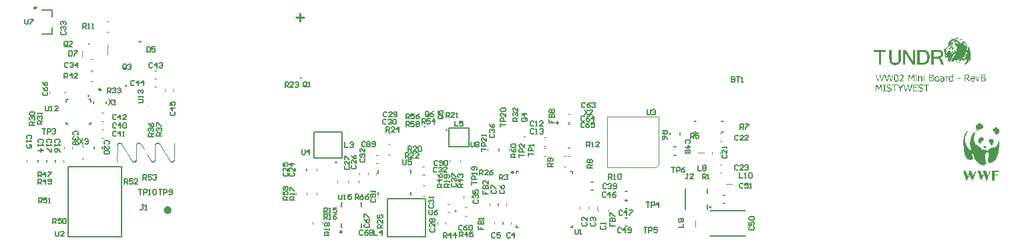
<source format=gto>
G04*
G04 #@! TF.GenerationSoftware,Altium Limited,Altium NEXUS,3.1.14 (81)*
G04*
G04 Layer_Color=65535*
%FSLAX25Y25*%
%MOIN*%
G70*
G04*
G04 #@! TF.SameCoordinates,8D934BE8-6637-419B-8715-06A4025A7093*
G04*
G04*
G04 #@! TF.FilePolarity,Positive*
G04*
G01*
G75*
%ADD10C,0.00394*%
%ADD11C,0.00787*%
%ADD12C,0.00600*%
%ADD13C,0.00984*%
%ADD14C,0.01968*%
%ADD15C,0.01000*%
%ADD16C,0.00492*%
%ADD17C,0.00800*%
%ADD18C,0.00197*%
%ADD19C,0.00591*%
%ADD20C,0.00295*%
%ADD21C,0.00500*%
G36*
X467293Y100514D02*
Y100445D01*
X467362D01*
Y100376D01*
Y100306D01*
Y100237D01*
Y100168D01*
X467293D01*
Y100099D01*
Y100029D01*
Y99960D01*
X467224D01*
Y99891D01*
Y99821D01*
Y99752D01*
X466947D01*
Y99821D01*
X466392D01*
Y99752D01*
X466323D01*
Y99683D01*
X465977D01*
Y99752D01*
Y99821D01*
Y99891D01*
X466046D01*
Y99960D01*
X466115D01*
Y100029D01*
X466185D01*
Y100099D01*
X466254D01*
Y100168D01*
X466392D01*
Y100237D01*
X466462D01*
Y100306D01*
X466600D01*
Y100376D01*
X466739D01*
Y100445D01*
X467016D01*
Y100514D01*
Y100584D01*
X467293D01*
Y100514D01*
D02*
G37*
G36*
X465353Y99960D02*
X465422D01*
Y99891D01*
X465492D01*
Y99821D01*
X465561D01*
Y99752D01*
X465630D01*
Y99683D01*
X465700D01*
Y99613D01*
X465838D01*
Y99544D01*
X465907D01*
Y99475D01*
Y99406D01*
Y99336D01*
X466254D01*
Y99406D01*
Y99475D01*
Y99544D01*
X466462D01*
Y99475D01*
Y99406D01*
Y99336D01*
X466600D01*
Y99267D01*
X466808D01*
Y99198D01*
Y99129D01*
Y99059D01*
X466877D01*
Y98990D01*
X467224D01*
Y98921D01*
X467293D01*
Y98851D01*
X467362D01*
Y98782D01*
Y98713D01*
X467639D01*
Y98644D01*
X467709D01*
Y98574D01*
Y98505D01*
X467778D01*
Y98436D01*
Y98366D01*
X467847D01*
Y98297D01*
Y98228D01*
Y98159D01*
Y98089D01*
X468055D01*
Y98020D01*
X468194D01*
Y97951D01*
Y97882D01*
X468263D01*
Y97812D01*
Y97743D01*
Y97674D01*
X468956D01*
Y97604D01*
X469164D01*
Y97674D01*
X469233D01*
Y97743D01*
Y97812D01*
Y97882D01*
Y97951D01*
Y98020D01*
Y98089D01*
Y98159D01*
X469510D01*
Y98089D01*
X470064D01*
Y98020D01*
X470272D01*
Y97951D01*
Y97882D01*
X470619D01*
Y97812D01*
X470757D01*
Y97743D01*
X470896D01*
Y97674D01*
X470965D01*
Y97604D01*
X471104D01*
Y97535D01*
X471173D01*
Y97466D01*
X471242D01*
Y97396D01*
X471311D01*
Y97327D01*
Y97258D01*
X471381D01*
Y97189D01*
X471450D01*
Y97119D01*
Y97050D01*
Y96981D01*
X471519D01*
Y96912D01*
Y96842D01*
Y96773D01*
X471589D01*
Y96704D01*
Y96634D01*
X471658D01*
Y96565D01*
Y96496D01*
Y96426D01*
Y96357D01*
Y96288D01*
X471519D01*
Y96219D01*
X471589D01*
Y96149D01*
Y96080D01*
Y96011D01*
X471658D01*
Y95942D01*
Y95872D01*
Y95803D01*
X471727D01*
Y95734D01*
Y95664D01*
X471866D01*
Y95595D01*
X471935D01*
Y95526D01*
X472074D01*
Y95595D01*
X472281D01*
Y95664D01*
Y95734D01*
Y95803D01*
X472558D01*
Y95734D01*
X472628D01*
Y95664D01*
Y95595D01*
X472697D01*
Y95526D01*
X472766D01*
Y95457D01*
Y95387D01*
X472836D01*
Y95318D01*
X472905D01*
Y95249D01*
Y95179D01*
X472974D01*
Y95110D01*
Y95041D01*
X473043D01*
Y94972D01*
Y94902D01*
Y94833D01*
X473113D01*
Y94764D01*
Y94695D01*
Y94625D01*
X473182D01*
Y94556D01*
Y94487D01*
Y94417D01*
X473251D01*
Y94348D01*
Y94279D01*
Y94209D01*
Y94140D01*
Y94071D01*
X473321D01*
Y94002D01*
Y93932D01*
Y93863D01*
Y93794D01*
Y93725D01*
Y93655D01*
X473390D01*
Y93586D01*
Y93517D01*
X473459D01*
Y93447D01*
Y93378D01*
Y93309D01*
X473528D01*
Y93239D01*
Y93170D01*
Y93101D01*
Y93032D01*
Y92962D01*
X473390D01*
Y92893D01*
Y92824D01*
X473459D01*
Y92755D01*
Y92685D01*
Y92616D01*
Y92547D01*
Y92477D01*
Y92408D01*
Y92339D01*
X473528D01*
Y92270D01*
Y92200D01*
Y92131D01*
Y92062D01*
X473598D01*
Y91992D01*
Y91923D01*
Y91854D01*
Y91785D01*
Y91715D01*
Y91646D01*
Y91577D01*
Y91508D01*
Y91438D01*
Y91369D01*
Y91300D01*
Y91230D01*
Y91161D01*
Y91092D01*
Y91022D01*
Y90953D01*
Y90884D01*
Y90815D01*
Y90745D01*
Y90676D01*
Y90607D01*
Y90538D01*
Y90468D01*
Y90399D01*
Y90330D01*
Y90260D01*
Y90191D01*
Y90122D01*
Y90052D01*
Y89983D01*
Y89914D01*
Y89845D01*
X473528D01*
Y89775D01*
Y89706D01*
X473459D01*
Y89637D01*
Y89568D01*
Y89498D01*
Y89429D01*
Y89360D01*
Y89290D01*
Y89221D01*
Y89152D01*
Y89083D01*
Y89013D01*
Y88944D01*
Y88875D01*
X473251D01*
Y88805D01*
Y88736D01*
Y88667D01*
X472974D01*
Y88736D01*
Y88805D01*
Y88875D01*
Y88944D01*
Y89013D01*
X473043D01*
Y89083D01*
Y89152D01*
X472697D01*
Y89083D01*
Y89013D01*
X472628D01*
Y88944D01*
Y88875D01*
Y88805D01*
X472558D01*
Y88736D01*
Y88667D01*
X472489D01*
Y88598D01*
Y88528D01*
X472420D01*
Y88459D01*
Y88390D01*
Y88320D01*
Y88251D01*
X472351D01*
Y88182D01*
Y88113D01*
Y88043D01*
X472281D01*
Y87974D01*
Y87905D01*
X472212D01*
Y87836D01*
X472074D01*
Y87905D01*
Y87974D01*
X471796D01*
Y87905D01*
Y87836D01*
X471727D01*
Y87766D01*
Y87697D01*
Y87628D01*
X471658D01*
Y87558D01*
Y87489D01*
X471589D01*
Y87420D01*
Y87350D01*
X471519D01*
Y87281D01*
Y87212D01*
X471450D01*
Y87143D01*
Y87073D01*
X471381D01*
Y87004D01*
X471104D01*
Y87073D01*
X470757D01*
Y87004D01*
X470619D01*
Y86935D01*
X470341D01*
Y87004D01*
Y87073D01*
Y87143D01*
Y87212D01*
X470480D01*
Y87281D01*
X470549D01*
Y87350D01*
X470619D01*
Y87420D01*
X470688D01*
Y87489D01*
X470757D01*
Y87558D01*
X470826D01*
Y87628D01*
X470896D01*
Y87697D01*
X470965D01*
Y87766D01*
X471034D01*
Y87836D01*
X471104D01*
Y87905D01*
X471173D01*
Y87974D01*
Y88043D01*
X471242D01*
Y88113D01*
X471311D01*
Y88182D01*
Y88251D01*
X471381D01*
Y88320D01*
Y88390D01*
Y88459D01*
X471450D01*
Y88528D01*
Y88598D01*
X471519D01*
Y88667D01*
Y88736D01*
Y88805D01*
Y88875D01*
Y88944D01*
Y89013D01*
Y89083D01*
Y89152D01*
Y89221D01*
X471450D01*
Y89290D01*
Y89360D01*
X471381D01*
Y89429D01*
X471311D01*
Y89498D01*
X471173D01*
Y89568D01*
X470688D01*
Y89498D01*
X470480D01*
Y89429D01*
X470341D01*
Y89360D01*
X470272D01*
Y89290D01*
X470203D01*
Y89221D01*
Y89152D01*
X470272D01*
Y89083D01*
Y89013D01*
Y88944D01*
Y88875D01*
Y88805D01*
X469787D01*
Y88875D01*
X469718D01*
Y88944D01*
X469649D01*
Y89013D01*
X469579D01*
Y89083D01*
X469510D01*
Y89152D01*
X469164D01*
Y89221D01*
Y89290D01*
X469233D01*
Y89360D01*
X469164D01*
Y89429D01*
X469094D01*
Y89498D01*
X468887D01*
Y89429D01*
Y89360D01*
Y89290D01*
Y89221D01*
Y89152D01*
Y89083D01*
Y89013D01*
Y88944D01*
Y88875D01*
Y88805D01*
X468817D01*
Y88736D01*
X468748D01*
Y88667D01*
Y88598D01*
Y88528D01*
Y88459D01*
X468679D01*
Y88528D01*
Y88598D01*
X468609D01*
Y88667D01*
Y88736D01*
Y88805D01*
X468540D01*
Y88875D01*
X468124D01*
Y88944D01*
X467986D01*
Y88875D01*
Y88805D01*
Y88736D01*
Y88667D01*
Y88598D01*
X468055D01*
Y88528D01*
Y88459D01*
Y88390D01*
X468124D01*
Y88320D01*
Y88251D01*
Y88182D01*
Y88113D01*
X468194D01*
Y88043D01*
X468332D01*
Y87974D01*
X468402D01*
Y87905D01*
Y87836D01*
Y87766D01*
Y87697D01*
Y87628D01*
X468124D01*
Y87697D01*
X468055D01*
Y87766D01*
Y87836D01*
Y87905D01*
Y87974D01*
X467986D01*
Y88043D01*
X467917D01*
Y88113D01*
X467847D01*
Y88182D01*
Y88251D01*
X467778D01*
Y88320D01*
Y88390D01*
Y88459D01*
Y88528D01*
Y88598D01*
X467709D01*
Y88667D01*
Y88736D01*
Y88805D01*
Y88875D01*
Y88944D01*
X467570D01*
Y89013D01*
Y89083D01*
Y89152D01*
Y89221D01*
Y89290D01*
Y89360D01*
X467293D01*
Y89429D01*
X467224D01*
Y89498D01*
X467085D01*
Y89429D01*
X467016D01*
Y89360D01*
Y89290D01*
X466947D01*
Y89221D01*
Y89152D01*
Y89083D01*
X466877D01*
Y89013D01*
Y88944D01*
Y88875D01*
X466808D01*
Y88805D01*
Y88736D01*
Y88667D01*
X466739D01*
Y88598D01*
Y88528D01*
Y88459D01*
Y88390D01*
Y88320D01*
X466670D01*
Y88251D01*
Y88182D01*
Y88113D01*
Y88043D01*
Y87974D01*
Y87905D01*
X466462D01*
Y87974D01*
X466392D01*
Y88043D01*
Y88113D01*
Y88182D01*
Y88251D01*
Y88320D01*
Y88390D01*
Y88459D01*
Y88528D01*
Y88598D01*
Y88667D01*
Y88736D01*
Y88805D01*
X466323D01*
Y88875D01*
Y88944D01*
Y89013D01*
Y89083D01*
X466392D01*
Y89152D01*
Y89221D01*
Y89290D01*
X466115D01*
Y89221D01*
Y89152D01*
Y89083D01*
X466046D01*
Y89013D01*
Y88944D01*
Y88875D01*
X465977D01*
Y88805D01*
Y88736D01*
Y88667D01*
X465907D01*
Y88598D01*
Y88528D01*
Y88459D01*
X465838D01*
Y88390D01*
Y88320D01*
Y88251D01*
Y88182D01*
Y88113D01*
X465561D01*
Y88182D01*
Y88251D01*
Y88320D01*
Y88390D01*
Y88459D01*
X465700D01*
Y88528D01*
Y88598D01*
Y88667D01*
Y88736D01*
Y88805D01*
Y88875D01*
Y88944D01*
Y89013D01*
X465769D01*
Y89083D01*
Y89152D01*
Y89221D01*
Y89290D01*
X465630D01*
Y89221D01*
X465561D01*
Y89152D01*
X465492D01*
Y89083D01*
X465422D01*
Y89013D01*
Y88944D01*
X465353D01*
Y88875D01*
X465284D01*
Y88805D01*
X465215D01*
Y88736D01*
Y88667D01*
X465145D01*
Y88598D01*
Y88528D01*
X465076D01*
Y88459D01*
X465007D01*
Y88390D01*
X464868D01*
Y88459D01*
Y88528D01*
Y88598D01*
Y88667D01*
Y88736D01*
Y88805D01*
X464660D01*
Y88736D01*
X464591D01*
Y88667D01*
X464522D01*
Y88598D01*
X464453D01*
Y88528D01*
Y88459D01*
X464383D01*
Y88390D01*
X464175D01*
Y88459D01*
X463760D01*
Y88528D01*
X463690D01*
Y88598D01*
Y88667D01*
Y88736D01*
Y88805D01*
Y88875D01*
X463760D01*
Y88944D01*
Y89013D01*
Y89083D01*
X463829D01*
Y89152D01*
X463898D01*
Y89221D01*
X463968D01*
Y89290D01*
X464037D01*
Y89360D01*
X464106D01*
Y89429D01*
X464175D01*
Y89498D01*
X464245D01*
Y89568D01*
X464314D01*
Y89637D01*
X464106D01*
Y89568D01*
X464037D01*
Y89498D01*
X463968D01*
Y89429D01*
X463898D01*
Y89360D01*
X463829D01*
Y89290D01*
X463760D01*
Y89221D01*
X463690D01*
Y89152D01*
Y89083D01*
X463621D01*
Y89013D01*
X463552D01*
Y88944D01*
Y88875D01*
X463413D01*
Y88805D01*
Y88736D01*
Y88667D01*
Y88598D01*
X463205D01*
Y88528D01*
X463136D01*
Y88459D01*
Y88390D01*
Y88320D01*
X462859D01*
Y88390D01*
Y88459D01*
Y88528D01*
X462651D01*
Y88459D01*
Y88390D01*
X462374D01*
Y88459D01*
Y88528D01*
Y88598D01*
X462097D01*
Y88667D01*
Y88736D01*
Y88805D01*
Y88875D01*
Y88944D01*
X462235D01*
Y89013D01*
X462097D01*
Y89083D01*
Y89152D01*
Y89221D01*
Y89290D01*
Y89360D01*
X462028D01*
Y89429D01*
X461958D01*
Y89498D01*
Y89568D01*
Y89637D01*
X462028D01*
Y89706D01*
X462097D01*
Y89775D01*
Y89845D01*
Y89914D01*
Y89983D01*
X462166D01*
Y90052D01*
X462097D01*
Y90122D01*
Y90191D01*
Y90260D01*
Y90330D01*
Y90399D01*
Y90468D01*
X461889D01*
Y90538D01*
X461543D01*
Y90468D01*
X461127D01*
Y90399D01*
Y90330D01*
X460850D01*
Y90399D01*
Y90468D01*
Y90538D01*
Y90607D01*
X460988D01*
Y90676D01*
X460919D01*
Y90745D01*
X460850D01*
Y90815D01*
X460780D01*
Y90884D01*
X460711D01*
Y90953D01*
Y91022D01*
Y91092D01*
X460573D01*
Y91161D01*
X460503D01*
Y91230D01*
Y91300D01*
Y91369D01*
Y91438D01*
X460711D01*
Y91508D01*
X460780D01*
Y91577D01*
X460711D01*
Y91646D01*
Y91715D01*
Y91785D01*
Y91854D01*
X460780D01*
Y91923D01*
Y91992D01*
Y92062D01*
X460711D01*
Y92131D01*
Y92200D01*
X460642D01*
Y92270D01*
Y92339D01*
Y92408D01*
Y92477D01*
X460573D01*
Y92547D01*
Y92616D01*
Y92685D01*
Y92755D01*
Y92824D01*
Y92893D01*
X460503D01*
Y92962D01*
Y93032D01*
Y93101D01*
Y93170D01*
X460434D01*
Y93239D01*
Y93309D01*
X460365D01*
Y93378D01*
X460295D01*
Y93447D01*
Y93517D01*
X460226D01*
Y93586D01*
Y93655D01*
Y93725D01*
Y93794D01*
X460157D01*
Y93863D01*
X460088D01*
Y93932D01*
Y94002D01*
Y94071D01*
Y94140D01*
X460226D01*
Y94209D01*
Y94279D01*
Y94348D01*
Y94417D01*
X460295D01*
Y94487D01*
X460365D01*
Y94556D01*
X460434D01*
Y94625D01*
X460503D01*
Y94695D01*
X460573D01*
Y94764D01*
X460711D01*
Y94833D01*
X460780D01*
Y94902D01*
X460919D01*
Y94972D01*
X460988D01*
Y95041D01*
X461127D01*
Y95110D01*
X461196D01*
Y95179D01*
X461335D01*
Y95249D01*
X461404D01*
Y95318D01*
X461543D01*
Y95387D01*
X461612D01*
Y95457D01*
X461681D01*
Y95526D01*
X461751D01*
Y95595D01*
X461889D01*
Y95664D01*
X462097D01*
Y95734D01*
Y95803D01*
Y95872D01*
X462166D01*
Y95942D01*
X462235D01*
Y96011D01*
X462305D01*
Y96080D01*
Y96149D01*
Y96219D01*
Y96288D01*
Y96357D01*
Y96426D01*
Y96496D01*
X462374D01*
Y96565D01*
Y96634D01*
X462443D01*
Y96704D01*
X462513D01*
Y96773D01*
X462582D01*
Y96842D01*
X462651D01*
Y96912D01*
X462582D01*
Y96981D01*
X462513D01*
Y97050D01*
Y97119D01*
Y97189D01*
X462443D01*
Y97258D01*
Y97327D01*
X462374D01*
Y97396D01*
Y97466D01*
Y97535D01*
X462443D01*
Y97604D01*
Y97674D01*
Y97743D01*
Y97812D01*
Y97882D01*
X462513D01*
Y97951D01*
Y98020D01*
Y98089D01*
Y98159D01*
X462651D01*
Y98228D01*
X462859D01*
Y98297D01*
Y98366D01*
Y98436D01*
Y98505D01*
Y98574D01*
X463136D01*
Y98644D01*
Y98713D01*
Y98782D01*
Y98851D01*
Y98921D01*
Y98990D01*
Y99059D01*
X463413D01*
Y99129D01*
X463552D01*
Y99198D01*
Y99267D01*
X463621D01*
Y99336D01*
X463760D01*
Y99406D01*
Y99475D01*
X463968D01*
Y99544D01*
X464522D01*
Y99613D01*
X464453D01*
Y99683D01*
Y99752D01*
Y99821D01*
Y99891D01*
X464799D01*
Y99821D01*
Y99752D01*
X465007D01*
Y99821D01*
X465145D01*
Y99891D01*
Y99960D01*
Y100029D01*
X465353D01*
Y99960D01*
D02*
G37*
G36*
X469164Y99475D02*
X469441D01*
Y99406D01*
Y99336D01*
Y99267D01*
Y99198D01*
X469164D01*
Y99129D01*
X468540D01*
Y99198D01*
X468055D01*
Y99267D01*
Y99336D01*
Y99406D01*
Y99475D01*
X468332D01*
Y99544D01*
X469164D01*
Y99475D01*
D02*
G37*
G36*
X469510Y98644D02*
X469995D01*
Y98574D01*
X470411D01*
Y98505D01*
X470619D01*
Y98436D01*
X470757D01*
Y98366D01*
X470896D01*
Y98297D01*
X471034D01*
Y98228D01*
X471104D01*
Y98159D01*
X471242D01*
Y98089D01*
Y98020D01*
Y97951D01*
Y97882D01*
Y97812D01*
X470965D01*
Y97882D01*
X470896D01*
Y97951D01*
X470826D01*
Y98020D01*
X470757D01*
Y98089D01*
X470619D01*
Y98159D01*
X470411D01*
Y98228D01*
X470134D01*
Y98297D01*
X469787D01*
Y98366D01*
X469510D01*
Y98436D01*
X469233D01*
Y98505D01*
Y98574D01*
Y98644D01*
Y98713D01*
X469510D01*
Y98644D01*
D02*
G37*
G36*
X445746Y94279D02*
Y94209D01*
Y94140D01*
Y94071D01*
Y94002D01*
Y93932D01*
Y93863D01*
Y93794D01*
Y93725D01*
Y93655D01*
Y93586D01*
Y93517D01*
Y93447D01*
Y93378D01*
Y93309D01*
Y93239D01*
Y93170D01*
Y93101D01*
Y93032D01*
Y92962D01*
Y92893D01*
Y92824D01*
Y92755D01*
Y92685D01*
Y92616D01*
Y92547D01*
Y92477D01*
Y92408D01*
Y92339D01*
Y92270D01*
Y92200D01*
Y92131D01*
Y92062D01*
Y91992D01*
Y91923D01*
Y91854D01*
Y91785D01*
Y91715D01*
Y91646D01*
Y91577D01*
Y91508D01*
Y91438D01*
Y91369D01*
Y91300D01*
Y91230D01*
Y91161D01*
Y91092D01*
Y91022D01*
Y90953D01*
Y90884D01*
Y90815D01*
Y90745D01*
Y90676D01*
Y90607D01*
Y90538D01*
Y90468D01*
Y90399D01*
Y90330D01*
Y90260D01*
Y90191D01*
Y90122D01*
Y90052D01*
Y89983D01*
Y89914D01*
Y89845D01*
Y89775D01*
Y89706D01*
Y89637D01*
Y89568D01*
Y89498D01*
Y89429D01*
Y89360D01*
Y89290D01*
Y89221D01*
Y89152D01*
Y89083D01*
Y89013D01*
Y88944D01*
Y88875D01*
Y88805D01*
Y88736D01*
Y88667D01*
Y88598D01*
Y88528D01*
Y88459D01*
Y88390D01*
Y88320D01*
Y88251D01*
Y88182D01*
Y88113D01*
Y88043D01*
Y87974D01*
Y87905D01*
Y87836D01*
Y87766D01*
Y87697D01*
Y87628D01*
Y87558D01*
Y87489D01*
Y87420D01*
Y87350D01*
Y87281D01*
Y87212D01*
Y87143D01*
Y87073D01*
Y87004D01*
Y86935D01*
Y86866D01*
X444638D01*
Y86935D01*
X444568D01*
Y87004D01*
X444499D01*
Y87073D01*
Y87143D01*
X444430D01*
Y87212D01*
X444361D01*
Y87281D01*
Y87350D01*
X444291D01*
Y87420D01*
X444222D01*
Y87489D01*
Y87558D01*
X444153D01*
Y87628D01*
X444083D01*
Y87697D01*
Y87766D01*
X444014D01*
Y87836D01*
Y87905D01*
X443945D01*
Y87974D01*
X443876D01*
Y88043D01*
Y88113D01*
X443806D01*
Y88182D01*
X443737D01*
Y88251D01*
Y88320D01*
X443668D01*
Y88390D01*
X443598D01*
Y88459D01*
Y88528D01*
X443529D01*
Y88598D01*
X443460D01*
Y88667D01*
Y88736D01*
X443391D01*
Y88805D01*
X443321D01*
Y88875D01*
Y88944D01*
X443252D01*
Y89013D01*
X443183D01*
Y89083D01*
Y89152D01*
X443114D01*
Y89221D01*
X443044D01*
Y89290D01*
Y89360D01*
X442975D01*
Y89429D01*
Y89498D01*
X442906D01*
Y89568D01*
X442836D01*
Y89637D01*
Y89706D01*
X442767D01*
Y89775D01*
X442698D01*
Y89845D01*
Y89914D01*
X442628D01*
Y89983D01*
X442559D01*
Y90052D01*
Y90122D01*
X442490D01*
Y90191D01*
X442421D01*
Y90260D01*
Y90330D01*
X442351D01*
Y90399D01*
X442282D01*
Y90468D01*
Y90538D01*
X442213D01*
Y90607D01*
X442143D01*
Y90676D01*
Y90745D01*
X442074D01*
Y90815D01*
X442005D01*
Y90884D01*
Y90953D01*
X441936D01*
Y91022D01*
X441866D01*
Y91092D01*
Y91161D01*
X441797D01*
Y91230D01*
Y91300D01*
X441728D01*
Y91369D01*
X441658D01*
Y91438D01*
Y91508D01*
X441589D01*
Y91577D01*
X441520D01*
Y91646D01*
Y91715D01*
X441451D01*
Y91785D01*
X441381D01*
Y91854D01*
Y91923D01*
X441312D01*
Y91992D01*
X441243D01*
Y92062D01*
Y92131D01*
X441174D01*
Y92200D01*
X441104D01*
Y92270D01*
X440966D01*
Y92200D01*
Y92131D01*
Y92062D01*
Y91992D01*
Y91923D01*
Y91854D01*
Y91785D01*
Y91715D01*
Y91646D01*
Y91577D01*
Y91508D01*
Y91438D01*
Y91369D01*
Y91300D01*
Y91230D01*
Y91161D01*
Y91092D01*
Y91022D01*
Y90953D01*
Y90884D01*
Y90815D01*
Y90745D01*
Y90676D01*
Y90607D01*
Y90538D01*
Y90468D01*
Y90399D01*
Y90330D01*
Y90260D01*
Y90191D01*
Y90122D01*
Y90052D01*
Y89983D01*
Y89914D01*
Y89845D01*
Y89775D01*
Y89706D01*
Y89637D01*
Y89568D01*
Y89498D01*
Y89429D01*
Y89360D01*
Y89290D01*
Y89221D01*
Y89152D01*
Y89083D01*
Y89013D01*
Y88944D01*
Y88875D01*
Y88805D01*
Y88736D01*
Y88667D01*
Y88598D01*
Y88528D01*
Y88459D01*
Y88390D01*
Y88320D01*
Y88251D01*
Y88182D01*
Y88113D01*
Y88043D01*
Y87974D01*
Y87905D01*
Y87836D01*
Y87766D01*
Y87697D01*
Y87628D01*
Y87558D01*
Y87489D01*
Y87420D01*
Y87350D01*
Y87281D01*
Y87212D01*
Y87143D01*
Y87073D01*
Y87004D01*
Y86935D01*
Y86866D01*
X439926D01*
Y86935D01*
Y87004D01*
Y87073D01*
Y87143D01*
Y87212D01*
Y87281D01*
Y87350D01*
Y87420D01*
Y87489D01*
Y87558D01*
Y87628D01*
Y87697D01*
Y87766D01*
Y87836D01*
Y87905D01*
Y87974D01*
Y88043D01*
Y88113D01*
Y88182D01*
Y88251D01*
Y88320D01*
Y88390D01*
Y88459D01*
Y88528D01*
Y88598D01*
Y88667D01*
Y88736D01*
Y88805D01*
Y88875D01*
Y88944D01*
Y89013D01*
Y89083D01*
Y89152D01*
Y89221D01*
Y89290D01*
Y89360D01*
Y89429D01*
Y89498D01*
Y89568D01*
Y89637D01*
Y89706D01*
Y89775D01*
Y89845D01*
Y89914D01*
Y89983D01*
Y90052D01*
Y90122D01*
Y90191D01*
Y90260D01*
Y90330D01*
Y90399D01*
Y90468D01*
Y90538D01*
Y90607D01*
Y90676D01*
Y90745D01*
Y90815D01*
Y90884D01*
Y90953D01*
Y91022D01*
Y91092D01*
Y91161D01*
Y91230D01*
Y91300D01*
Y91369D01*
Y91438D01*
Y91508D01*
Y91577D01*
Y91646D01*
Y91715D01*
Y91785D01*
Y91854D01*
Y91923D01*
Y91992D01*
Y92062D01*
Y92131D01*
Y92200D01*
Y92270D01*
Y92339D01*
Y92408D01*
Y92477D01*
Y92547D01*
Y92616D01*
Y92685D01*
Y92755D01*
Y92824D01*
Y92893D01*
Y92962D01*
Y93032D01*
Y93101D01*
Y93170D01*
Y93239D01*
Y93309D01*
Y93378D01*
Y93447D01*
Y93517D01*
Y93586D01*
Y93655D01*
Y93725D01*
Y93794D01*
Y93863D01*
Y93932D01*
Y94002D01*
Y94071D01*
Y94140D01*
Y94209D01*
Y94279D01*
Y94348D01*
X441035D01*
Y94279D01*
X441104D01*
Y94209D01*
X441174D01*
Y94140D01*
Y94071D01*
X441243D01*
Y94002D01*
X441312D01*
Y93932D01*
Y93863D01*
X441381D01*
Y93794D01*
X441451D01*
Y93725D01*
Y93655D01*
X441520D01*
Y93586D01*
X441589D01*
Y93517D01*
Y93447D01*
X441658D01*
Y93378D01*
X441728D01*
Y93309D01*
Y93239D01*
X441797D01*
Y93170D01*
X441866D01*
Y93101D01*
Y93032D01*
X441936D01*
Y92962D01*
X442005D01*
Y92893D01*
Y92824D01*
X442074D01*
Y92755D01*
Y92685D01*
X442143D01*
Y92616D01*
X442213D01*
Y92547D01*
Y92477D01*
X442282D01*
Y92408D01*
X442351D01*
Y92339D01*
Y92270D01*
X442421D01*
Y92200D01*
X442490D01*
Y92131D01*
Y92062D01*
X442559D01*
Y91992D01*
X442628D01*
Y91923D01*
Y91854D01*
X442698D01*
Y91785D01*
X442767D01*
Y91715D01*
Y91646D01*
X442836D01*
Y91577D01*
X442906D01*
Y91508D01*
Y91438D01*
X442975D01*
Y91369D01*
X443044D01*
Y91300D01*
Y91230D01*
X443114D01*
Y91161D01*
Y91092D01*
X443183D01*
Y91022D01*
X443252D01*
Y90953D01*
Y90884D01*
X443321D01*
Y90815D01*
X443391D01*
Y90745D01*
Y90676D01*
X443460D01*
Y90607D01*
X443529D01*
Y90538D01*
Y90468D01*
X443598D01*
Y90399D01*
X443668D01*
Y90330D01*
Y90260D01*
X443737D01*
Y90191D01*
X443806D01*
Y90122D01*
Y90052D01*
X443876D01*
Y89983D01*
X443945D01*
Y89914D01*
Y89845D01*
X444014D01*
Y89775D01*
X444083D01*
Y89706D01*
Y89637D01*
X444153D01*
Y89568D01*
Y89498D01*
X444222D01*
Y89429D01*
X444291D01*
Y89360D01*
Y89290D01*
X444361D01*
Y89221D01*
X444430D01*
Y89152D01*
Y89083D01*
X444499D01*
Y89013D01*
X444568D01*
Y88944D01*
X444707D01*
Y89013D01*
Y89083D01*
Y89152D01*
Y89221D01*
Y89290D01*
Y89360D01*
Y89429D01*
Y89498D01*
Y89568D01*
Y89637D01*
Y89706D01*
Y89775D01*
Y89845D01*
Y89914D01*
Y89983D01*
Y90052D01*
Y90122D01*
Y90191D01*
Y90260D01*
Y90330D01*
Y90399D01*
Y90468D01*
Y90538D01*
Y90607D01*
Y90676D01*
Y90745D01*
Y90815D01*
Y90884D01*
Y90953D01*
Y91022D01*
Y91092D01*
Y91161D01*
Y91230D01*
Y91300D01*
Y91369D01*
Y91438D01*
Y91508D01*
Y91577D01*
Y91646D01*
Y91715D01*
Y91785D01*
Y91854D01*
Y91923D01*
Y91992D01*
Y92062D01*
Y92131D01*
Y92200D01*
Y92270D01*
Y92339D01*
Y92408D01*
Y92477D01*
Y92547D01*
Y92616D01*
Y92685D01*
Y92755D01*
Y92824D01*
Y92893D01*
Y92962D01*
Y93032D01*
Y93101D01*
Y93170D01*
Y93239D01*
Y93309D01*
Y93378D01*
Y93447D01*
Y93517D01*
Y93586D01*
Y93655D01*
Y93725D01*
Y93794D01*
Y93863D01*
Y93932D01*
Y94002D01*
Y94071D01*
Y94140D01*
Y94209D01*
Y94279D01*
Y94348D01*
X445746D01*
Y94279D01*
D02*
G37*
G36*
X438749D02*
Y94209D01*
Y94140D01*
Y94071D01*
Y94002D01*
Y93932D01*
Y93863D01*
Y93794D01*
Y93725D01*
Y93655D01*
Y93586D01*
Y93517D01*
Y93447D01*
Y93378D01*
Y93309D01*
Y93239D01*
Y93170D01*
Y93101D01*
Y93032D01*
Y92962D01*
Y92893D01*
Y92824D01*
Y92755D01*
Y92685D01*
Y92616D01*
Y92547D01*
Y92477D01*
Y92408D01*
Y92339D01*
Y92270D01*
Y92200D01*
Y92131D01*
Y92062D01*
Y91992D01*
Y91923D01*
Y91854D01*
Y91785D01*
Y91715D01*
Y91646D01*
Y91577D01*
Y91508D01*
Y91438D01*
Y91369D01*
Y91300D01*
Y91230D01*
Y91161D01*
Y91092D01*
Y91022D01*
Y90953D01*
Y90884D01*
Y90815D01*
Y90745D01*
Y90676D01*
Y90607D01*
Y90538D01*
Y90468D01*
Y90399D01*
Y90330D01*
Y90260D01*
Y90191D01*
Y90122D01*
Y90052D01*
Y89983D01*
Y89914D01*
Y89845D01*
Y89775D01*
Y89706D01*
Y89637D01*
Y89568D01*
Y89498D01*
Y89429D01*
Y89360D01*
Y89290D01*
Y89221D01*
X438679D01*
Y89152D01*
Y89083D01*
Y89013D01*
Y88944D01*
Y88875D01*
Y88805D01*
Y88736D01*
Y88667D01*
X438610D01*
Y88598D01*
Y88528D01*
Y88459D01*
Y88390D01*
X438541D01*
Y88320D01*
Y88251D01*
Y88182D01*
X438472D01*
Y88113D01*
Y88043D01*
X438402D01*
Y87974D01*
Y87905D01*
X438333D01*
Y87836D01*
Y87766D01*
X438264D01*
Y87697D01*
Y87628D01*
X438194D01*
Y87558D01*
X438125D01*
Y87489D01*
X438056D01*
Y87420D01*
X437987D01*
Y87350D01*
X437917D01*
Y87281D01*
X437848D01*
Y87212D01*
X437709D01*
Y87143D01*
X437640D01*
Y87073D01*
X437502D01*
Y87004D01*
X437294D01*
Y86935D01*
X437155D01*
Y86866D01*
X436878D01*
Y86796D01*
X436462D01*
Y86727D01*
X435146D01*
Y86796D01*
X434800D01*
Y86866D01*
X434522D01*
Y86935D01*
X434315D01*
Y87004D01*
X434176D01*
Y87073D01*
X434037D01*
Y87143D01*
X433968D01*
Y87212D01*
X433899D01*
Y87281D01*
X433830D01*
Y87350D01*
X433691D01*
Y87420D01*
X433622D01*
Y87489D01*
X433553D01*
Y87558D01*
Y87628D01*
X433483D01*
Y87697D01*
X433414D01*
Y87766D01*
X433345D01*
Y87836D01*
Y87905D01*
X433275D01*
Y87974D01*
Y88043D01*
X433206D01*
Y88113D01*
Y88182D01*
X433137D01*
Y88251D01*
Y88320D01*
Y88390D01*
Y88459D01*
X433068D01*
Y88528D01*
Y88598D01*
Y88667D01*
Y88736D01*
Y88805D01*
X432998D01*
Y88875D01*
Y88944D01*
Y89013D01*
Y89083D01*
Y89152D01*
Y89221D01*
Y89290D01*
Y89360D01*
Y89429D01*
Y89498D01*
X432929D01*
Y89568D01*
Y89637D01*
Y89706D01*
Y89775D01*
Y89845D01*
Y89914D01*
Y89983D01*
Y90052D01*
Y90122D01*
Y90191D01*
Y90260D01*
Y90330D01*
Y90399D01*
Y90468D01*
Y90538D01*
Y90607D01*
Y90676D01*
Y90745D01*
Y90815D01*
Y90884D01*
Y90953D01*
Y91022D01*
Y91092D01*
Y91161D01*
Y91230D01*
Y91300D01*
Y91369D01*
Y91438D01*
Y91508D01*
Y91577D01*
Y91646D01*
Y91715D01*
Y91785D01*
Y91854D01*
Y91923D01*
Y91992D01*
Y92062D01*
Y92131D01*
Y92200D01*
Y92270D01*
Y92339D01*
Y92408D01*
Y92477D01*
Y92547D01*
Y92616D01*
Y92685D01*
Y92755D01*
Y92824D01*
Y92893D01*
Y92962D01*
Y93032D01*
Y93101D01*
Y93170D01*
Y93239D01*
Y93309D01*
Y93378D01*
Y93447D01*
Y93517D01*
Y93586D01*
Y93655D01*
Y93725D01*
Y93794D01*
Y93863D01*
Y93932D01*
Y94002D01*
Y94071D01*
Y94140D01*
Y94209D01*
Y94279D01*
Y94348D01*
X434037D01*
Y94279D01*
Y94209D01*
Y94140D01*
Y94071D01*
Y94002D01*
Y93932D01*
Y93863D01*
Y93794D01*
Y93725D01*
Y93655D01*
Y93586D01*
Y93517D01*
Y93447D01*
Y93378D01*
Y93309D01*
Y93239D01*
Y93170D01*
Y93101D01*
Y93032D01*
Y92962D01*
Y92893D01*
Y92824D01*
Y92755D01*
Y92685D01*
Y92616D01*
Y92547D01*
Y92477D01*
Y92408D01*
Y92339D01*
Y92270D01*
Y92200D01*
Y92131D01*
Y92062D01*
Y91992D01*
Y91923D01*
Y91854D01*
Y91785D01*
Y91715D01*
Y91646D01*
Y91577D01*
Y91508D01*
Y91438D01*
Y91369D01*
Y91300D01*
Y91230D01*
Y91161D01*
Y91092D01*
Y91022D01*
Y90953D01*
Y90884D01*
Y90815D01*
Y90745D01*
Y90676D01*
Y90607D01*
Y90538D01*
Y90468D01*
Y90399D01*
Y90330D01*
Y90260D01*
Y90191D01*
Y90122D01*
Y90052D01*
Y89983D01*
Y89914D01*
Y89845D01*
Y89775D01*
Y89706D01*
Y89637D01*
Y89568D01*
Y89498D01*
Y89429D01*
Y89360D01*
Y89290D01*
X434107D01*
Y89221D01*
Y89152D01*
Y89083D01*
Y89013D01*
Y88944D01*
X434176D01*
Y88875D01*
Y88805D01*
Y88736D01*
X434245D01*
Y88667D01*
Y88598D01*
Y88528D01*
X434315D01*
Y88459D01*
Y88390D01*
X434384D01*
Y88320D01*
X434453D01*
Y88251D01*
X434522D01*
Y88182D01*
X434592D01*
Y88113D01*
X434661D01*
Y88043D01*
X434800D01*
Y87974D01*
X434938D01*
Y87905D01*
X435146D01*
Y87836D01*
X435423D01*
Y87766D01*
X436255D01*
Y87836D01*
X436601D01*
Y87905D01*
X436739D01*
Y87974D01*
X436878D01*
Y88043D01*
X437017D01*
Y88113D01*
X437086D01*
Y88182D01*
X437155D01*
Y88251D01*
X437224D01*
Y88320D01*
X437294D01*
Y88390D01*
X437363D01*
Y88459D01*
Y88528D01*
X437432D01*
Y88598D01*
Y88667D01*
X437502D01*
Y88736D01*
Y88805D01*
Y88875D01*
Y88944D01*
X437571D01*
Y89013D01*
Y89083D01*
Y89152D01*
Y89221D01*
Y89290D01*
X437640D01*
Y89360D01*
Y89429D01*
Y89498D01*
Y89568D01*
Y89637D01*
Y89706D01*
Y89775D01*
Y89845D01*
Y89914D01*
Y89983D01*
Y90052D01*
Y90122D01*
Y90191D01*
Y90260D01*
Y90330D01*
Y90399D01*
Y90468D01*
Y90538D01*
Y90607D01*
Y90676D01*
Y90745D01*
Y90815D01*
Y90884D01*
Y90953D01*
Y91022D01*
Y91092D01*
Y91161D01*
Y91230D01*
Y91300D01*
Y91369D01*
Y91438D01*
Y91508D01*
Y91577D01*
Y91646D01*
Y91715D01*
Y91785D01*
Y91854D01*
Y91923D01*
Y91992D01*
Y92062D01*
Y92131D01*
Y92200D01*
Y92270D01*
Y92339D01*
Y92408D01*
Y92477D01*
Y92547D01*
Y92616D01*
Y92685D01*
Y92755D01*
Y92824D01*
Y92893D01*
Y92962D01*
Y93032D01*
Y93101D01*
Y93170D01*
Y93239D01*
Y93309D01*
Y93378D01*
Y93447D01*
Y93517D01*
Y93586D01*
Y93655D01*
Y93725D01*
Y93794D01*
Y93863D01*
Y93932D01*
Y94002D01*
Y94071D01*
Y94140D01*
Y94209D01*
Y94279D01*
Y94348D01*
X438749D01*
Y94279D01*
D02*
G37*
G36*
X457940D02*
X458356D01*
Y94209D01*
X458633D01*
Y94140D01*
X458841D01*
Y94071D01*
X458979D01*
Y94002D01*
X459048D01*
Y93932D01*
X459118D01*
Y93863D01*
X459187D01*
Y93794D01*
X459256D01*
Y93725D01*
X459326D01*
Y93655D01*
X459395D01*
Y93586D01*
X459464D01*
Y93517D01*
Y93447D01*
X459533D01*
Y93378D01*
X459603D01*
Y93309D01*
Y93239D01*
X459672D01*
Y93170D01*
Y93101D01*
Y93032D01*
X459741D01*
Y92962D01*
Y92893D01*
Y92824D01*
X459810D01*
Y92755D01*
Y92685D01*
Y92616D01*
Y92547D01*
Y92477D01*
Y92408D01*
Y92339D01*
Y92270D01*
Y92200D01*
Y92131D01*
Y92062D01*
Y91992D01*
Y91923D01*
Y91854D01*
Y91785D01*
Y91715D01*
Y91646D01*
X459741D01*
Y91577D01*
Y91508D01*
Y91438D01*
Y91369D01*
X459672D01*
Y91300D01*
Y91230D01*
X459603D01*
Y91161D01*
Y91092D01*
X459533D01*
Y91022D01*
X459464D01*
Y90953D01*
Y90884D01*
X459395D01*
Y90815D01*
X459326D01*
Y90745D01*
X459256D01*
Y90676D01*
X459187D01*
Y90607D01*
X459048D01*
Y90538D01*
X458979D01*
Y90468D01*
X458841D01*
Y90399D01*
X458702D01*
Y90330D01*
X458564D01*
Y90260D01*
X458356D01*
Y90191D01*
X458494D01*
Y90122D01*
X458564D01*
Y90052D01*
X458702D01*
Y89983D01*
X458771D01*
Y89914D01*
X458841D01*
Y89845D01*
X458910D01*
Y89775D01*
Y89706D01*
X458979D01*
Y89637D01*
X459048D01*
Y89568D01*
Y89498D01*
X459118D01*
Y89429D01*
Y89360D01*
X459187D01*
Y89290D01*
Y89221D01*
X459256D01*
Y89152D01*
Y89083D01*
X459326D01*
Y89013D01*
Y88944D01*
Y88875D01*
X459395D01*
Y88805D01*
Y88736D01*
X459464D01*
Y88667D01*
Y88598D01*
Y88528D01*
X459533D01*
Y88459D01*
Y88390D01*
Y88320D01*
X459603D01*
Y88251D01*
Y88182D01*
X459672D01*
Y88113D01*
Y88043D01*
Y87974D01*
X459741D01*
Y87905D01*
Y87836D01*
Y87766D01*
X459810D01*
Y87697D01*
Y87628D01*
X459880D01*
Y87558D01*
Y87489D01*
Y87420D01*
X459949D01*
Y87350D01*
Y87281D01*
Y87212D01*
X460018D01*
Y87143D01*
Y87073D01*
X460088D01*
Y87004D01*
Y86935D01*
Y86866D01*
X458910D01*
Y86935D01*
X458841D01*
Y87004D01*
Y87073D01*
Y87143D01*
X458771D01*
Y87212D01*
Y87281D01*
Y87350D01*
X458702D01*
Y87420D01*
Y87489D01*
Y87558D01*
X458633D01*
Y87628D01*
Y87697D01*
Y87766D01*
X458564D01*
Y87836D01*
Y87905D01*
Y87974D01*
X458494D01*
Y88043D01*
Y88113D01*
X458425D01*
Y88182D01*
Y88251D01*
Y88320D01*
X458356D01*
Y88390D01*
Y88459D01*
Y88528D01*
X458286D01*
Y88598D01*
Y88667D01*
Y88736D01*
X458217D01*
Y88805D01*
Y88875D01*
Y88944D01*
X458148D01*
Y89013D01*
Y89083D01*
X458078D01*
Y89152D01*
X458009D01*
Y89221D01*
Y89290D01*
X457940D01*
Y89360D01*
X457871D01*
Y89429D01*
X457801D01*
Y89498D01*
X457732D01*
Y89568D01*
X457663D01*
Y89637D01*
X457593D01*
Y89706D01*
X457524D01*
Y89775D01*
X457386D01*
Y89845D01*
X457247D01*
Y89914D01*
X456970D01*
Y89983D01*
X455030D01*
Y89914D01*
Y89845D01*
Y89775D01*
Y89706D01*
Y89637D01*
Y89568D01*
Y89498D01*
Y89429D01*
Y89360D01*
Y89290D01*
Y89221D01*
Y89152D01*
Y89083D01*
Y89013D01*
Y88944D01*
Y88875D01*
Y88805D01*
Y88736D01*
Y88667D01*
Y88598D01*
Y88528D01*
Y88459D01*
Y88390D01*
Y88320D01*
Y88251D01*
Y88182D01*
Y88113D01*
Y88043D01*
Y87974D01*
Y87905D01*
Y87836D01*
Y87766D01*
Y87697D01*
Y87628D01*
Y87558D01*
Y87489D01*
Y87420D01*
Y87350D01*
Y87281D01*
Y87212D01*
Y87143D01*
Y87073D01*
Y87004D01*
Y86935D01*
Y86866D01*
X453922D01*
Y86935D01*
Y87004D01*
Y87073D01*
Y87143D01*
Y87212D01*
Y87281D01*
Y87350D01*
Y87420D01*
Y87489D01*
Y87558D01*
Y87628D01*
Y87697D01*
Y87766D01*
Y87836D01*
Y87905D01*
Y87974D01*
Y88043D01*
Y88113D01*
Y88182D01*
Y88251D01*
Y88320D01*
Y88390D01*
Y88459D01*
Y88528D01*
Y88598D01*
Y88667D01*
Y88736D01*
Y88805D01*
Y88875D01*
Y88944D01*
Y89013D01*
Y89083D01*
Y89152D01*
Y89221D01*
Y89290D01*
Y89360D01*
Y89429D01*
Y89498D01*
Y89568D01*
Y89637D01*
Y89706D01*
Y89775D01*
Y89845D01*
Y89914D01*
Y89983D01*
Y90052D01*
Y90122D01*
Y90191D01*
Y90260D01*
Y90330D01*
Y90399D01*
Y90468D01*
Y90538D01*
Y90607D01*
Y90676D01*
Y90745D01*
Y90815D01*
Y90884D01*
Y90953D01*
Y91022D01*
Y91092D01*
Y91161D01*
Y91230D01*
Y91300D01*
Y91369D01*
Y91438D01*
Y91508D01*
Y91577D01*
Y91646D01*
Y91715D01*
Y91785D01*
Y91854D01*
Y91923D01*
Y91992D01*
Y92062D01*
Y92131D01*
Y92200D01*
Y92270D01*
Y92339D01*
Y92408D01*
Y92477D01*
Y92547D01*
Y92616D01*
Y92685D01*
Y92755D01*
Y92824D01*
Y92893D01*
Y92962D01*
Y93032D01*
Y93101D01*
Y93170D01*
Y93239D01*
Y93309D01*
Y93378D01*
Y93447D01*
Y93517D01*
Y93586D01*
Y93655D01*
Y93725D01*
Y93794D01*
Y93863D01*
Y93932D01*
Y94002D01*
Y94071D01*
Y94140D01*
Y94209D01*
Y94279D01*
Y94348D01*
X457940D01*
Y94279D01*
D02*
G37*
G36*
X450042D02*
X450457D01*
Y94209D01*
X450804D01*
Y94140D01*
X451012D01*
Y94071D01*
X451220D01*
Y94002D01*
X451358D01*
Y93932D01*
X451497D01*
Y93863D01*
X451635D01*
Y93794D01*
X451705D01*
Y93725D01*
X451843D01*
Y93655D01*
X451912D01*
Y93586D01*
X451982D01*
Y93517D01*
X452051D01*
Y93447D01*
X452120D01*
Y93378D01*
X452189D01*
Y93309D01*
X452259D01*
Y93239D01*
X452328D01*
Y93170D01*
X452397D01*
Y93101D01*
Y93032D01*
X452467D01*
Y92962D01*
X452536D01*
Y92893D01*
Y92824D01*
X452605D01*
Y92755D01*
Y92685D01*
X452674D01*
Y92616D01*
Y92547D01*
X452744D01*
Y92477D01*
Y92408D01*
X452813D01*
Y92339D01*
Y92270D01*
Y92200D01*
X452882D01*
Y92131D01*
Y92062D01*
Y91992D01*
Y91923D01*
X452952D01*
Y91854D01*
Y91785D01*
Y91715D01*
Y91646D01*
Y91577D01*
Y91508D01*
X453021D01*
Y91438D01*
Y91369D01*
Y91300D01*
Y91230D01*
Y91161D01*
Y91092D01*
Y91022D01*
Y90953D01*
Y90884D01*
Y90815D01*
Y90745D01*
Y90676D01*
Y90607D01*
Y90538D01*
Y90468D01*
Y90399D01*
Y90330D01*
Y90260D01*
Y90191D01*
Y90122D01*
Y90052D01*
Y89983D01*
Y89914D01*
Y89845D01*
Y89775D01*
X452952D01*
Y89706D01*
Y89637D01*
Y89568D01*
Y89498D01*
Y89429D01*
Y89360D01*
X452882D01*
Y89290D01*
Y89221D01*
Y89152D01*
Y89083D01*
X452813D01*
Y89013D01*
Y88944D01*
Y88875D01*
X452744D01*
Y88805D01*
Y88736D01*
Y88667D01*
X452674D01*
Y88598D01*
Y88528D01*
X452605D01*
Y88459D01*
Y88390D01*
X452536D01*
Y88320D01*
X452467D01*
Y88251D01*
Y88182D01*
X452397D01*
Y88113D01*
X452328D01*
Y88043D01*
Y87974D01*
X452259D01*
Y87905D01*
X452189D01*
Y87836D01*
X452120D01*
Y87766D01*
X452051D01*
Y87697D01*
X451982D01*
Y87628D01*
X451912D01*
Y87558D01*
X451774D01*
Y87489D01*
X451705D01*
Y87420D01*
X451566D01*
Y87350D01*
X451497D01*
Y87281D01*
X451358D01*
Y87212D01*
X451150D01*
Y87143D01*
X451012D01*
Y87073D01*
X450804D01*
Y87004D01*
X450457D01*
Y86935D01*
X450042D01*
Y86866D01*
X446924D01*
Y86935D01*
Y87004D01*
Y87073D01*
Y87143D01*
Y87212D01*
Y87281D01*
Y87350D01*
Y87420D01*
Y87489D01*
Y87558D01*
Y87628D01*
Y87697D01*
Y87766D01*
Y87836D01*
Y87905D01*
Y87974D01*
Y88043D01*
Y88113D01*
Y88182D01*
Y88251D01*
Y88320D01*
Y88390D01*
Y88459D01*
Y88528D01*
Y88598D01*
Y88667D01*
Y88736D01*
Y88805D01*
Y88875D01*
Y88944D01*
Y89013D01*
Y89083D01*
Y89152D01*
Y89221D01*
Y89290D01*
Y89360D01*
Y89429D01*
Y89498D01*
Y89568D01*
Y89637D01*
Y89706D01*
Y89775D01*
Y89845D01*
Y89914D01*
Y89983D01*
Y90052D01*
Y90122D01*
Y90191D01*
Y90260D01*
Y90330D01*
Y90399D01*
Y90468D01*
Y90538D01*
Y90607D01*
Y90676D01*
Y90745D01*
Y90815D01*
Y90884D01*
Y90953D01*
Y91022D01*
Y91092D01*
Y91161D01*
Y91230D01*
Y91300D01*
Y91369D01*
Y91438D01*
Y91508D01*
Y91577D01*
Y91646D01*
Y91715D01*
Y91785D01*
Y91854D01*
Y91923D01*
Y91992D01*
Y92062D01*
Y92131D01*
Y92200D01*
Y92270D01*
Y92339D01*
Y92408D01*
Y92477D01*
Y92547D01*
Y92616D01*
Y92685D01*
Y92755D01*
Y92824D01*
Y92893D01*
Y92962D01*
Y93032D01*
Y93101D01*
Y93170D01*
Y93239D01*
Y93309D01*
Y93378D01*
Y93447D01*
Y93517D01*
Y93586D01*
Y93655D01*
Y93725D01*
Y93794D01*
Y93863D01*
Y93932D01*
Y94002D01*
Y94071D01*
Y94140D01*
Y94209D01*
Y94279D01*
Y94348D01*
X450042D01*
Y94279D01*
D02*
G37*
G36*
X431266D02*
Y94209D01*
Y94140D01*
Y94071D01*
Y94002D01*
Y93932D01*
Y93863D01*
Y93794D01*
Y93725D01*
Y93655D01*
Y93586D01*
Y93517D01*
Y93447D01*
Y93378D01*
Y93309D01*
X428841D01*
Y93239D01*
Y93170D01*
Y93101D01*
Y93032D01*
Y92962D01*
Y92893D01*
Y92824D01*
Y92755D01*
Y92685D01*
Y92616D01*
Y92547D01*
Y92477D01*
Y92408D01*
Y92339D01*
Y92270D01*
Y92200D01*
Y92131D01*
Y92062D01*
Y91992D01*
Y91923D01*
Y91854D01*
Y91785D01*
Y91715D01*
Y91646D01*
Y91577D01*
Y91508D01*
Y91438D01*
Y91369D01*
Y91300D01*
Y91230D01*
Y91161D01*
Y91092D01*
Y91022D01*
Y90953D01*
Y90884D01*
Y90815D01*
Y90745D01*
Y90676D01*
Y90607D01*
Y90538D01*
Y90468D01*
Y90399D01*
Y90330D01*
Y90260D01*
Y90191D01*
Y90122D01*
Y90052D01*
Y89983D01*
Y89914D01*
Y89845D01*
Y89775D01*
Y89706D01*
Y89637D01*
Y89568D01*
Y89498D01*
Y89429D01*
Y89360D01*
Y89290D01*
Y89221D01*
Y89152D01*
Y89083D01*
Y89013D01*
Y88944D01*
Y88875D01*
Y88805D01*
Y88736D01*
Y88667D01*
Y88598D01*
Y88528D01*
Y88459D01*
Y88390D01*
Y88320D01*
Y88251D01*
Y88182D01*
Y88113D01*
Y88043D01*
Y87974D01*
Y87905D01*
Y87836D01*
Y87766D01*
Y87697D01*
Y87628D01*
Y87558D01*
Y87489D01*
Y87420D01*
Y87350D01*
Y87281D01*
Y87212D01*
Y87143D01*
Y87073D01*
Y87004D01*
Y86935D01*
Y86866D01*
X427733D01*
Y86935D01*
Y87004D01*
Y87073D01*
Y87143D01*
Y87212D01*
Y87281D01*
Y87350D01*
Y87420D01*
Y87489D01*
Y87558D01*
Y87628D01*
Y87697D01*
Y87766D01*
Y87836D01*
Y87905D01*
Y87974D01*
Y88043D01*
Y88113D01*
Y88182D01*
Y88251D01*
Y88320D01*
Y88390D01*
Y88459D01*
Y88528D01*
Y88598D01*
Y88667D01*
Y88736D01*
Y88805D01*
Y88875D01*
Y88944D01*
Y89013D01*
Y89083D01*
Y89152D01*
Y89221D01*
Y89290D01*
Y89360D01*
Y89429D01*
Y89498D01*
Y89568D01*
Y89637D01*
Y89706D01*
Y89775D01*
Y89845D01*
Y89914D01*
Y89983D01*
Y90052D01*
Y90122D01*
Y90191D01*
Y90260D01*
Y90330D01*
Y90399D01*
Y90468D01*
Y90538D01*
Y90607D01*
Y90676D01*
Y90745D01*
Y90815D01*
Y90884D01*
Y90953D01*
Y91022D01*
Y91092D01*
Y91161D01*
Y91230D01*
Y91300D01*
Y91369D01*
Y91438D01*
Y91508D01*
Y91577D01*
Y91646D01*
Y91715D01*
Y91785D01*
Y91854D01*
Y91923D01*
Y91992D01*
Y92062D01*
Y92131D01*
Y92200D01*
Y92270D01*
Y92339D01*
Y92408D01*
Y92477D01*
Y92547D01*
Y92616D01*
Y92685D01*
Y92755D01*
Y92824D01*
Y92893D01*
Y92962D01*
Y93032D01*
Y93101D01*
Y93170D01*
Y93239D01*
Y93309D01*
X425308D01*
Y93378D01*
Y93447D01*
Y93517D01*
Y93586D01*
Y93655D01*
Y93725D01*
Y93794D01*
Y93863D01*
Y93932D01*
Y94002D01*
Y94071D01*
Y94140D01*
Y94209D01*
Y94279D01*
Y94348D01*
X431266D01*
Y94279D01*
D02*
G37*
G36*
X478419Y57482D02*
X478574D01*
Y57430D01*
Y57379D01*
Y57328D01*
X478625D01*
Y57276D01*
X478728D01*
Y57225D01*
X478780D01*
Y57276D01*
X478728D01*
Y57328D01*
X478677D01*
Y57379D01*
X478625D01*
Y57430D01*
X478677D01*
Y57379D01*
X478831D01*
Y57328D01*
X478883D01*
Y57276D01*
X478986D01*
Y57225D01*
Y57173D01*
X479037D01*
Y57122D01*
Y57070D01*
X479089D01*
Y57019D01*
X479140D01*
Y57070D01*
X479089D01*
Y57122D01*
X479140D01*
Y57070D01*
X479191D01*
Y57019D01*
X479243D01*
Y56967D01*
Y56916D01*
Y56864D01*
X479346D01*
Y56813D01*
X479397D01*
Y56761D01*
X479449D01*
Y56710D01*
Y56658D01*
X479500D01*
Y56607D01*
Y56555D01*
X479552D01*
Y56504D01*
X479603D01*
Y56452D01*
Y56401D01*
X479655D01*
Y56349D01*
X479603D01*
Y56298D01*
X479449D01*
Y56246D01*
X479655D01*
Y56298D01*
X479706D01*
Y56246D01*
Y56195D01*
Y56143D01*
X479758D01*
Y56092D01*
Y56041D01*
Y55989D01*
Y55937D01*
X479655D01*
Y55989D01*
Y56041D01*
X479603D01*
Y55989D01*
Y55937D01*
X479655D01*
Y55886D01*
X479809D01*
Y55835D01*
Y55783D01*
X479758D01*
Y55732D01*
X479809D01*
Y55680D01*
Y55629D01*
Y55577D01*
Y55526D01*
Y55474D01*
Y55423D01*
X479758D01*
Y55371D01*
X479706D01*
Y55320D01*
X479758D01*
Y55268D01*
X479706D01*
Y55320D01*
X479655D01*
Y55371D01*
X479552D01*
Y55320D01*
X479655D01*
Y55268D01*
Y55217D01*
X479552D01*
Y55268D01*
X479500D01*
Y55320D01*
X479397D01*
Y55268D01*
X479500D01*
Y55217D01*
X479552D01*
Y55165D01*
X479449D01*
Y55217D01*
X479397D01*
Y55165D01*
X479449D01*
Y55114D01*
Y55062D01*
X479397D01*
Y55114D01*
Y55165D01*
X479346D01*
Y55114D01*
Y55062D01*
X479397D01*
Y55011D01*
X479294D01*
Y55062D01*
X479243D01*
Y55114D01*
X479191D01*
Y55062D01*
X479243D01*
Y55011D01*
X479294D01*
Y54959D01*
X479140D01*
Y54908D01*
X479089D01*
Y54959D01*
X479037D01*
Y54908D01*
Y54856D01*
X478986D01*
Y54908D01*
X478934D01*
Y54959D01*
X478883D01*
Y54908D01*
X478934D01*
Y54856D01*
Y54805D01*
X478780D01*
Y54754D01*
X478677D01*
Y54805D01*
X478625D01*
Y54754D01*
Y54702D01*
X478574D01*
Y54754D01*
Y54805D01*
X478522D01*
Y54856D01*
X478419D01*
Y54908D01*
X478368D01*
Y54856D01*
X478419D01*
Y54805D01*
X478522D01*
Y54754D01*
Y54702D01*
X478574D01*
Y54651D01*
X478522D01*
Y54599D01*
X478471D01*
Y54651D01*
X478419D01*
Y54702D01*
X478368D01*
Y54651D01*
X478419D01*
Y54599D01*
X478471D01*
Y54548D01*
X478368D01*
Y54496D01*
X478316D01*
Y54445D01*
X478213D01*
Y54496D01*
X478162D01*
Y54548D01*
X478111D01*
Y54496D01*
X478162D01*
Y54445D01*
X478213D01*
Y54393D01*
X478008D01*
Y54342D01*
X478111D01*
Y54290D01*
X478008D01*
Y54342D01*
X477905D01*
Y54290D01*
X478008D01*
Y54239D01*
X477905D01*
Y54187D01*
X477853D01*
Y54136D01*
X477802D01*
Y54187D01*
X477750D01*
Y54136D01*
Y54084D01*
X477699D01*
Y54136D01*
X477647D01*
Y54187D01*
X477596D01*
Y54239D01*
X477544D01*
Y54187D01*
X477596D01*
Y54136D01*
X477647D01*
Y54084D01*
X477596D01*
Y54136D01*
X477544D01*
Y54084D01*
X477596D01*
Y54033D01*
X477441D01*
Y54084D01*
X477338D01*
Y54033D01*
X477441D01*
Y53981D01*
X477287D01*
Y54033D01*
X477235D01*
Y53981D01*
X477184D01*
Y53930D01*
X476978D01*
Y53981D01*
X476927D01*
Y53930D01*
X476875D01*
Y53878D01*
X476721D01*
Y53827D01*
X476669D01*
Y53878D01*
Y53930D01*
X476566D01*
Y53981D01*
X476515D01*
Y54033D01*
X476463D01*
Y54084D01*
X476412D01*
Y54033D01*
X476463D01*
Y53981D01*
X476515D01*
Y53930D01*
X476566D01*
Y53878D01*
Y53827D01*
X476618D01*
Y53775D01*
X476566D01*
Y53827D01*
X476463D01*
Y53878D01*
X476360D01*
Y53827D01*
X476463D01*
Y53775D01*
X476566D01*
Y53724D01*
X476463D01*
Y53775D01*
X476412D01*
Y53724D01*
X476463D01*
Y53672D01*
X476360D01*
Y53621D01*
X476309D01*
Y53570D01*
X476257D01*
Y53518D01*
X476309D01*
Y53467D01*
X476257D01*
Y53518D01*
X476206D01*
Y53467D01*
X476257D01*
Y53415D01*
X476206D01*
Y53467D01*
X476154D01*
Y53518D01*
X476051D01*
Y53467D01*
X476154D01*
Y53415D01*
X476206D01*
Y53364D01*
X476154D01*
Y53415D01*
X476103D01*
Y53364D01*
X476154D01*
Y53312D01*
X476103D01*
Y53261D01*
X476051D01*
Y53209D01*
X476103D01*
Y53158D01*
X476051D01*
Y53209D01*
X476000D01*
Y53261D01*
X475948D01*
Y53312D01*
X475897D01*
Y53364D01*
X475845D01*
Y53415D01*
X475794D01*
Y53364D01*
X475845D01*
Y53312D01*
X475897D01*
Y53261D01*
X475948D01*
Y53209D01*
X476000D01*
Y53158D01*
X476051D01*
Y53106D01*
X475948D01*
Y53158D01*
Y53209D01*
X475897D01*
Y53158D01*
Y53106D01*
X475948D01*
Y53055D01*
X476000D01*
Y53003D01*
X475948D01*
Y53055D01*
X475897D01*
Y53003D01*
X475948D01*
Y52952D01*
Y52900D01*
Y52849D01*
X475897D01*
Y52797D01*
X475845D01*
Y52849D01*
X475794D01*
Y52900D01*
X475742D01*
Y52849D01*
X475794D01*
Y52797D01*
X475845D01*
Y52746D01*
X475794D01*
Y52797D01*
X475742D01*
Y52849D01*
X475691D01*
Y52797D01*
X475742D01*
Y52746D01*
X475794D01*
Y52694D01*
Y52643D01*
X475845D01*
Y52591D01*
X475794D01*
Y52643D01*
X475742D01*
Y52694D01*
X475639D01*
Y52643D01*
X475742D01*
Y52591D01*
X475794D01*
Y52540D01*
Y52488D01*
Y52437D01*
X475742D01*
Y52488D01*
Y52540D01*
X475691D01*
Y52591D01*
X475588D01*
Y52643D01*
X475536D01*
Y52591D01*
Y52540D01*
X475691D01*
Y52488D01*
Y52437D01*
X475742D01*
Y52385D01*
Y52334D01*
Y52283D01*
X475691D01*
Y52231D01*
Y52180D01*
X475639D01*
Y52231D01*
Y52283D01*
X475588D01*
Y52231D01*
Y52180D01*
X475639D01*
Y52128D01*
Y52077D01*
Y52025D01*
X475588D01*
Y51974D01*
X475536D01*
Y51922D01*
Y51871D01*
X475588D01*
Y51819D01*
Y51768D01*
X475536D01*
Y51716D01*
X475485D01*
Y51665D01*
X475536D01*
Y51613D01*
X475485D01*
Y51562D01*
Y51510D01*
Y51459D01*
Y51407D01*
X475434D01*
Y51459D01*
Y51510D01*
Y51562D01*
X475382D01*
Y51510D01*
Y51459D01*
X475331D01*
Y51407D01*
X475434D01*
Y51356D01*
Y51304D01*
X475382D01*
Y51253D01*
X475434D01*
Y51201D01*
X475382D01*
Y51150D01*
Y51099D01*
Y51047D01*
Y50996D01*
Y50944D01*
Y50893D01*
Y50841D01*
X475331D01*
Y50893D01*
X475279D01*
Y50841D01*
Y50790D01*
Y50738D01*
X475331D01*
Y50687D01*
Y50635D01*
X475279D01*
Y50687D01*
Y50738D01*
X475228D01*
Y50687D01*
Y50635D01*
X475279D01*
Y50584D01*
X475331D01*
Y50532D01*
Y50481D01*
X475279D01*
Y50429D01*
Y50378D01*
Y50326D01*
Y50275D01*
Y50223D01*
Y50172D01*
Y50120D01*
Y50069D01*
X475228D01*
Y50017D01*
X475279D01*
Y49966D01*
Y49915D01*
Y49863D01*
X475228D01*
Y49812D01*
X475279D01*
Y49760D01*
Y49709D01*
Y49657D01*
X475228D01*
Y49606D01*
X475279D01*
Y49554D01*
Y49503D01*
Y49451D01*
Y49400D01*
X475331D01*
Y49348D01*
Y49297D01*
Y49245D01*
Y49194D01*
Y49142D01*
Y49091D01*
X475382D01*
Y49039D01*
Y48988D01*
X475331D01*
Y49039D01*
Y49091D01*
X475279D01*
Y49039D01*
Y48988D01*
X475331D01*
Y48936D01*
X475382D01*
Y48885D01*
X475331D01*
Y48834D01*
Y48782D01*
X475382D01*
Y48730D01*
X475434D01*
Y48679D01*
Y48627D01*
Y48576D01*
Y48525D01*
X475485D01*
Y48473D01*
Y48422D01*
X475536D01*
Y48370D01*
Y48319D01*
Y48267D01*
X475588D01*
Y48216D01*
X475536D01*
Y48267D01*
X475485D01*
Y48216D01*
X475536D01*
Y48164D01*
X475588D01*
Y48113D01*
Y48061D01*
X475536D01*
Y48010D01*
X475639D01*
Y47958D01*
Y47907D01*
X475691D01*
Y47855D01*
X475742D01*
Y47804D01*
Y47752D01*
X475794D01*
Y47701D01*
X475845D01*
Y47649D01*
X475794D01*
Y47701D01*
X475742D01*
Y47649D01*
X475794D01*
Y47598D01*
X475845D01*
Y47546D01*
X475897D01*
Y47495D01*
X475948D01*
Y47444D01*
Y47392D01*
X476000D01*
Y47341D01*
Y47289D01*
X476051D01*
Y47238D01*
X476103D01*
Y47186D01*
X476154D01*
Y47135D01*
X476206D01*
Y47083D01*
X476257D01*
Y47032D01*
X476360D01*
Y46980D01*
X476412D01*
Y46929D01*
X476463D01*
Y46877D01*
X476515D01*
Y46826D01*
X476566D01*
Y46774D01*
X476669D01*
Y46723D01*
X476721D01*
Y46671D01*
X476772D01*
Y46620D01*
X476721D01*
Y46568D01*
X476824D01*
Y46517D01*
X476875D01*
Y46465D01*
X476927D01*
Y46414D01*
Y46363D01*
X476978D01*
Y46414D01*
Y46465D01*
X477029D01*
Y46414D01*
X477081D01*
Y46363D01*
X477184D01*
Y46311D01*
X477235D01*
Y46259D01*
X477287D01*
Y46208D01*
X477338D01*
Y46157D01*
X477390D01*
Y46208D01*
X477441D01*
Y46157D01*
Y46105D01*
X477544D01*
Y46054D01*
X477596D01*
Y46002D01*
Y45951D01*
X477647D01*
Y45899D01*
X477699D01*
Y45951D01*
X477647D01*
Y46002D01*
Y46054D01*
X477596D01*
Y46105D01*
X477647D01*
Y46054D01*
X477699D01*
Y46002D01*
X477802D01*
Y45951D01*
X477905D01*
Y45899D01*
X477956D01*
Y45848D01*
X478059D01*
Y45796D01*
X478162D01*
Y45745D01*
X478213D01*
Y45693D01*
Y45642D01*
X478265D01*
Y45693D01*
X478368D01*
Y45642D01*
X478316D01*
Y45590D01*
X478471D01*
Y45539D01*
X478522D01*
Y45487D01*
Y45436D01*
X478625D01*
Y45384D01*
Y45333D01*
X478677D01*
Y45281D01*
Y45230D01*
X478728D01*
Y45178D01*
X478780D01*
Y45127D01*
X478831D01*
Y45076D01*
X478883D01*
Y45024D01*
X478831D01*
Y45076D01*
X478780D01*
Y45024D01*
X478831D01*
Y44973D01*
X478883D01*
Y44921D01*
X478934D01*
Y44870D01*
X478986D01*
Y44818D01*
X479037D01*
Y44767D01*
X479089D01*
Y44715D01*
X479140D01*
Y44664D01*
X479191D01*
Y44612D01*
X479243D01*
Y44561D01*
X479346D01*
Y44509D01*
Y44458D01*
X479397D01*
Y44406D01*
X479500D01*
Y44458D01*
X479655D01*
Y44406D01*
Y44355D01*
Y44303D01*
X479706D01*
Y44252D01*
X479758D01*
Y44303D01*
X479809D01*
Y44355D01*
X479706D01*
Y44406D01*
Y44458D01*
X479758D01*
Y44406D01*
X479809D01*
Y44458D01*
X479861D01*
Y44406D01*
Y44355D01*
Y44303D01*
X479912D01*
Y44252D01*
X480118D01*
Y44303D01*
X479912D01*
Y44355D01*
Y44406D01*
Y44458D01*
X480118D01*
Y44406D01*
X480170D01*
Y44458D01*
X480324D01*
Y44406D01*
X480478D01*
Y44458D01*
Y44509D01*
X480530D01*
Y44458D01*
Y44406D01*
X480582D01*
Y44458D01*
X480787D01*
Y44406D01*
X480839D01*
Y44458D01*
X480890D01*
Y44406D01*
Y44355D01*
X480942D01*
Y44303D01*
X480993D01*
Y44252D01*
X481045D01*
Y44303D01*
Y44355D01*
X480942D01*
Y44406D01*
Y44458D01*
X480993D01*
Y44406D01*
X481045D01*
Y44355D01*
X481096D01*
Y44303D01*
X481148D01*
Y44355D01*
X481251D01*
Y44303D01*
X481354D01*
Y44252D01*
X481457D01*
Y44200D01*
X481611D01*
Y44149D01*
X481766D01*
Y44097D01*
X481817D01*
Y44149D01*
X481868D01*
Y44097D01*
Y44046D01*
X481817D01*
Y43995D01*
X481920D01*
Y43943D01*
X481971D01*
Y43995D01*
X481920D01*
Y44046D01*
Y44097D01*
X481971D01*
Y44046D01*
Y43995D01*
X482023D01*
Y44046D01*
Y44097D01*
X481971D01*
Y44149D01*
X482023D01*
Y44200D01*
X482074D01*
Y44149D01*
X482126D01*
Y44097D01*
X482229D01*
Y44046D01*
X482332D01*
Y44097D01*
Y44149D01*
X482383D01*
Y44200D01*
X482280D01*
Y44252D01*
X482229D01*
Y44303D01*
X482280D01*
Y44252D01*
X482332D01*
Y44303D01*
X482280D01*
Y44355D01*
X482332D01*
Y44406D01*
Y44458D01*
X482383D01*
Y44406D01*
Y44355D01*
X482435D01*
Y44303D01*
X482486D01*
Y44355D01*
X482435D01*
Y44406D01*
Y44458D01*
X482383D01*
Y44509D01*
X482435D01*
Y44561D01*
X482589D01*
Y44612D01*
Y44664D01*
Y44715D01*
X482641D01*
Y44664D01*
X482692D01*
Y44715D01*
X482641D01*
Y44767D01*
X482692D01*
Y44715D01*
X482744D01*
Y44767D01*
X482692D01*
Y44818D01*
X482744D01*
Y44870D01*
X482846D01*
Y44818D01*
X482949D01*
Y44870D01*
X482846D01*
Y44921D01*
X482949D01*
Y44870D01*
X483052D01*
Y44921D01*
Y44973D01*
X483155D01*
Y45024D01*
X483207D01*
Y44973D01*
Y44921D01*
X483258D01*
Y44870D01*
Y44818D01*
X483310D01*
Y44870D01*
Y44921D01*
X483258D01*
Y44973D01*
Y45024D01*
Y45076D01*
X483464D01*
Y45127D01*
X483670D01*
Y45076D01*
X483773D01*
Y45127D01*
X483670D01*
Y45178D01*
X483825D01*
Y45127D01*
X483876D01*
Y45076D01*
X483928D01*
Y45127D01*
X483876D01*
Y45178D01*
X483825D01*
Y45230D01*
X483876D01*
Y45178D01*
X483928D01*
Y45230D01*
X483979D01*
Y45178D01*
Y45127D01*
X484030D01*
Y45178D01*
X484082D01*
Y45127D01*
X484133D01*
Y45178D01*
X484082D01*
Y45230D01*
X484030D01*
Y45281D01*
X484185D01*
Y45230D01*
X484288D01*
Y45178D01*
X484236D01*
Y45127D01*
X484339D01*
Y45076D01*
X484442D01*
Y45127D01*
X484339D01*
Y45178D01*
Y45230D01*
X484288D01*
Y45281D01*
X484236D01*
Y45333D01*
X484339D01*
Y45281D01*
Y45230D01*
X484391D01*
Y45178D01*
X484494D01*
Y45127D01*
X484545D01*
Y45076D01*
X484597D01*
Y45127D01*
X484545D01*
Y45178D01*
X484494D01*
Y45230D01*
X484391D01*
Y45281D01*
Y45333D01*
X484442D01*
Y45384D01*
X484545D01*
Y45333D01*
X484597D01*
Y45384D01*
X484648D01*
Y45333D01*
Y45281D01*
X484700D01*
Y45333D01*
Y45384D01*
X484648D01*
Y45436D01*
X484803D01*
Y45384D01*
X484854D01*
Y45436D01*
X484803D01*
Y45487D01*
X484906D01*
Y45436D01*
X484957D01*
Y45487D01*
Y45539D01*
X485112D01*
Y45590D01*
X485266D01*
Y45642D01*
X485421D01*
Y45693D01*
X485472D01*
Y45745D01*
X485575D01*
Y45796D01*
X485626D01*
Y45745D01*
Y45693D01*
X485729D01*
Y45642D01*
Y45590D01*
X485781D01*
Y45642D01*
Y45693D01*
X485729D01*
Y45745D01*
X485678D01*
Y45796D01*
X485626D01*
Y45848D01*
X485729D01*
Y45796D01*
X485781D01*
Y45848D01*
X485729D01*
Y45899D01*
X485884D01*
Y45951D01*
X485935D01*
Y46002D01*
X485987D01*
Y45951D01*
X486038D01*
Y46002D01*
X485987D01*
Y46054D01*
X486038D01*
Y46002D01*
X486090D01*
Y45951D01*
X486141D01*
Y46002D01*
Y46054D01*
X486038D01*
Y46105D01*
X486141D01*
Y46054D01*
X486193D01*
Y46002D01*
X486244D01*
Y46054D01*
Y46105D01*
Y46157D01*
X486193D01*
Y46208D01*
X486244D01*
Y46157D01*
X486347D01*
Y46208D01*
Y46259D01*
X486296D01*
Y46311D01*
X486347D01*
Y46259D01*
X486450D01*
Y46311D01*
X486347D01*
Y46363D01*
X486450D01*
Y46414D01*
Y46465D01*
X486502D01*
Y46414D01*
X486553D01*
Y46465D01*
X486502D01*
Y46517D01*
Y46568D01*
X486553D01*
Y46517D01*
X486604D01*
Y46568D01*
X486553D01*
Y46620D01*
X486604D01*
Y46671D01*
Y46723D01*
X486707D01*
Y46774D01*
Y46826D01*
Y46877D01*
X486759D01*
Y46929D01*
Y46980D01*
X486810D01*
Y46929D01*
Y46877D01*
X486862D01*
Y46826D01*
X486913D01*
Y46774D01*
X486965D01*
Y46826D01*
X486913D01*
Y46877D01*
X486862D01*
Y46929D01*
X486913D01*
Y46877D01*
X486965D01*
Y46826D01*
X487016D01*
Y46877D01*
X486965D01*
Y46929D01*
Y46980D01*
X486810D01*
Y47032D01*
X486862D01*
Y47083D01*
X486913D01*
Y47032D01*
X486965D01*
Y46980D01*
X487016D01*
Y47032D01*
X486965D01*
Y47083D01*
X486913D01*
Y47135D01*
Y47186D01*
X486965D01*
Y47135D01*
Y47083D01*
X487016D01*
Y47135D01*
Y47186D01*
X487068D01*
Y47135D01*
X487171D01*
Y47186D01*
X487068D01*
Y47238D01*
X486965D01*
Y47289D01*
X487016D01*
Y47341D01*
Y47392D01*
X487068D01*
Y47341D01*
Y47289D01*
X487119D01*
Y47238D01*
X487171D01*
Y47186D01*
X487222D01*
Y47238D01*
Y47289D01*
X487119D01*
Y47341D01*
X487171D01*
Y47392D01*
Y47444D01*
X487119D01*
Y47495D01*
Y47546D01*
Y47598D01*
X487171D01*
Y47546D01*
Y47495D01*
X487222D01*
Y47444D01*
X487274D01*
Y47495D01*
X487222D01*
Y47546D01*
Y47598D01*
Y47649D01*
X487171D01*
Y47701D01*
X487222D01*
Y47649D01*
X487274D01*
Y47598D01*
X487377D01*
Y47546D01*
Y47495D01*
X487428D01*
Y47546D01*
Y47598D01*
X487377D01*
Y47649D01*
X487274D01*
Y47701D01*
Y47752D01*
X487222D01*
Y47804D01*
X487274D01*
Y47752D01*
X487325D01*
Y47701D01*
X487428D01*
Y47752D01*
X487325D01*
Y47804D01*
Y47855D01*
X487274D01*
Y47907D01*
Y47958D01*
Y48010D01*
X487325D01*
Y47958D01*
X487377D01*
Y47907D01*
X487428D01*
Y47958D01*
X487377D01*
Y48010D01*
X487325D01*
Y48061D01*
X487377D01*
Y48010D01*
X487428D01*
Y48061D01*
X487377D01*
Y48113D01*
X487325D01*
Y48164D01*
X487377D01*
Y48113D01*
X487428D01*
Y48164D01*
X487377D01*
Y48216D01*
Y48267D01*
X487428D01*
Y48319D01*
Y48370D01*
X487480D01*
Y48422D01*
Y48473D01*
X487428D01*
Y48525D01*
X487480D01*
Y48473D01*
X487531D01*
Y48525D01*
X487480D01*
Y48576D01*
Y48627D01*
Y48679D01*
Y48730D01*
X487583D01*
Y48782D01*
X487531D01*
Y48834D01*
X487583D01*
Y48782D01*
X487634D01*
Y48834D01*
X487583D01*
Y48885D01*
Y48936D01*
X487531D01*
Y48988D01*
Y49039D01*
X487583D01*
Y49091D01*
Y49142D01*
Y49194D01*
Y49245D01*
X487634D01*
Y49194D01*
X487685D01*
Y49142D01*
Y49091D01*
X487634D01*
Y49039D01*
X487685D01*
Y48988D01*
X487634D01*
Y48936D01*
Y48885D01*
X487685D01*
Y48834D01*
X487737D01*
Y48782D01*
X487685D01*
Y48730D01*
X487737D01*
Y48679D01*
Y48627D01*
X487685D01*
Y48679D01*
X487634D01*
Y48627D01*
X487685D01*
Y48576D01*
X487737D01*
Y48525D01*
X487788D01*
Y48473D01*
X487737D01*
Y48422D01*
X487788D01*
Y48370D01*
X487737D01*
Y48319D01*
X487788D01*
Y48267D01*
Y48216D01*
Y48164D01*
Y48113D01*
Y48061D01*
Y48010D01*
Y47958D01*
X487737D01*
Y47907D01*
X487788D01*
Y47855D01*
Y47804D01*
Y47752D01*
Y47701D01*
Y47649D01*
X487840D01*
Y47598D01*
Y47546D01*
Y47495D01*
Y47444D01*
Y47392D01*
Y47341D01*
Y47289D01*
Y47238D01*
Y47186D01*
Y47135D01*
Y47083D01*
Y47032D01*
Y46980D01*
Y46929D01*
Y46877D01*
Y46826D01*
Y46774D01*
Y46723D01*
Y46671D01*
Y46620D01*
Y46568D01*
Y46517D01*
Y46465D01*
Y46414D01*
Y46363D01*
Y46311D01*
Y46259D01*
Y46208D01*
Y46157D01*
Y46105D01*
X487788D01*
Y46054D01*
Y46002D01*
Y45951D01*
Y45899D01*
Y45848D01*
Y45796D01*
Y45745D01*
Y45693D01*
Y45642D01*
Y45590D01*
Y45539D01*
Y45487D01*
Y45436D01*
Y45384D01*
Y45333D01*
Y45281D01*
Y45230D01*
Y45178D01*
X487737D01*
Y45127D01*
Y45076D01*
Y45024D01*
X487685D01*
Y45076D01*
X487634D01*
Y45127D01*
X487583D01*
Y45076D01*
X487634D01*
Y45024D01*
X487685D01*
Y44973D01*
Y44921D01*
X487737D01*
Y44870D01*
Y44818D01*
Y44767D01*
X487685D01*
Y44818D01*
Y44870D01*
X487634D01*
Y44818D01*
Y44767D01*
X487685D01*
Y44715D01*
Y44664D01*
Y44612D01*
Y44561D01*
Y44509D01*
Y44458D01*
X487634D01*
Y44406D01*
Y44355D01*
Y44303D01*
Y44252D01*
Y44200D01*
Y44149D01*
Y44097D01*
X487583D01*
Y44046D01*
Y43995D01*
X487480D01*
Y43943D01*
X487583D01*
Y43892D01*
Y43840D01*
Y43788D01*
X487531D01*
Y43840D01*
X487480D01*
Y43892D01*
X487428D01*
Y43840D01*
X487480D01*
Y43788D01*
X487531D01*
Y43737D01*
Y43686D01*
Y43634D01*
Y43583D01*
Y43531D01*
Y43480D01*
Y43428D01*
X487428D01*
Y43377D01*
X487480D01*
Y43325D01*
Y43274D01*
Y43222D01*
X487428D01*
Y43171D01*
Y43119D01*
Y43068D01*
Y43016D01*
X487377D01*
Y42965D01*
Y42913D01*
Y42862D01*
Y42810D01*
Y42759D01*
Y42707D01*
X487325D01*
Y42656D01*
Y42605D01*
Y42553D01*
X487274D01*
Y42502D01*
X487222D01*
Y42553D01*
X487171D01*
Y42502D01*
X487222D01*
Y42450D01*
Y42399D01*
X487274D01*
Y42347D01*
X487222D01*
Y42296D01*
Y42244D01*
Y42193D01*
Y42141D01*
X487119D01*
Y42193D01*
Y42244D01*
X487068D01*
Y42296D01*
X487016D01*
Y42244D01*
X487068D01*
Y42193D01*
Y42141D01*
X487119D01*
Y42090D01*
Y42038D01*
X487171D01*
Y41987D01*
X487119D01*
Y42038D01*
X487068D01*
Y41987D01*
X487119D01*
Y41935D01*
Y41884D01*
X487068D01*
Y41832D01*
X487119D01*
Y41781D01*
X487068D01*
Y41729D01*
X487016D01*
Y41678D01*
X487068D01*
Y41626D01*
X487016D01*
Y41575D01*
Y41524D01*
X486965D01*
Y41472D01*
Y41421D01*
X486913D01*
Y41369D01*
X486862D01*
Y41421D01*
X486810D01*
Y41369D01*
X486862D01*
Y41317D01*
X486913D01*
Y41266D01*
X486862D01*
Y41317D01*
X486810D01*
Y41266D01*
X486862D01*
Y41215D01*
Y41163D01*
X486810D01*
Y41112D01*
Y41060D01*
Y41009D01*
Y40957D01*
X486759D01*
Y41009D01*
X486707D01*
Y41060D01*
X486656D01*
Y41112D01*
X486604D01*
Y41060D01*
X486656D01*
Y41009D01*
X486707D01*
Y40957D01*
X486759D01*
Y40906D01*
X486707D01*
Y40854D01*
X486759D01*
Y40803D01*
X486707D01*
Y40854D01*
X486656D01*
Y40803D01*
X486707D01*
Y40751D01*
Y40700D01*
Y40648D01*
X486656D01*
Y40700D01*
X486604D01*
Y40648D01*
X486656D01*
Y40597D01*
Y40545D01*
Y40494D01*
X486553D01*
Y40545D01*
X486502D01*
Y40494D01*
X486553D01*
Y40442D01*
X486604D01*
Y40391D01*
X486553D01*
Y40442D01*
X486502D01*
Y40494D01*
X486450D01*
Y40442D01*
X486502D01*
Y40391D01*
X486553D01*
Y40339D01*
Y40288D01*
X486502D01*
Y40339D01*
X486399D01*
Y40391D01*
Y40442D01*
X486347D01*
Y40391D01*
X486296D01*
Y40339D01*
Y40288D01*
X486347D01*
Y40339D01*
X486399D01*
Y40288D01*
Y40236D01*
X486450D01*
Y40288D01*
X486502D01*
Y40236D01*
Y40185D01*
X486450D01*
Y40134D01*
X486399D01*
Y40082D01*
X486347D01*
Y40031D01*
X486399D01*
Y39979D01*
X486347D01*
Y40031D01*
X486244D01*
Y39979D01*
X486296D01*
Y39928D01*
X486347D01*
Y39876D01*
X486296D01*
Y39928D01*
X486244D01*
Y39979D01*
X486193D01*
Y39928D01*
X486244D01*
Y39876D01*
X486296D01*
Y39825D01*
Y39773D01*
X486244D01*
Y39722D01*
X486193D01*
Y39670D01*
X486141D01*
Y39619D01*
X486090D01*
Y39567D01*
X486141D01*
Y39516D01*
X486038D01*
Y39464D01*
X485935D01*
Y39413D01*
X485884D01*
Y39361D01*
X485987D01*
Y39310D01*
X485935D01*
Y39258D01*
X485832D01*
Y39310D01*
X485678D01*
Y39258D01*
X485832D01*
Y39207D01*
X485884D01*
Y39155D01*
X485832D01*
Y39207D01*
X485729D01*
Y39155D01*
X485832D01*
Y39104D01*
X485781D01*
Y39053D01*
X485729D01*
Y39001D01*
X485678D01*
Y39053D01*
X485626D01*
Y39001D01*
Y38949D01*
Y38898D01*
X485575D01*
Y38847D01*
X485523D01*
Y38795D01*
X485421D01*
Y38847D01*
X485369D01*
Y38898D01*
X485318D01*
Y38847D01*
X485369D01*
Y38795D01*
X485421D01*
Y38744D01*
X485318D01*
Y38692D01*
X485369D01*
Y38641D01*
X485318D01*
Y38692D01*
X485266D01*
Y38641D01*
X485318D01*
Y38589D01*
X485163D01*
Y38538D01*
X485112D01*
Y38589D01*
Y38641D01*
X485060D01*
Y38692D01*
X485009D01*
Y38641D01*
X485060D01*
Y38589D01*
Y38538D01*
X485112D01*
Y38486D01*
Y38435D01*
X485009D01*
Y38383D01*
X484957D01*
Y38332D01*
X484906D01*
Y38383D01*
X484854D01*
Y38435D01*
X484803D01*
Y38383D01*
X484854D01*
Y38332D01*
X484906D01*
Y38280D01*
X484854D01*
Y38332D01*
X484803D01*
Y38280D01*
Y38229D01*
X484751D01*
Y38280D01*
X484648D01*
Y38332D01*
X484597D01*
Y38383D01*
Y38435D01*
X484545D01*
Y38383D01*
Y38332D01*
X484597D01*
Y38280D01*
X484648D01*
Y38229D01*
X484700D01*
Y38177D01*
X484597D01*
Y38126D01*
X484545D01*
Y38074D01*
X484494D01*
Y38023D01*
X484442D01*
Y38074D01*
X484391D01*
Y38023D01*
X484288D01*
Y37971D01*
X484236D01*
Y38023D01*
Y38074D01*
X484133D01*
Y38023D01*
X484185D01*
Y37971D01*
X484236D01*
Y37920D01*
Y37868D01*
X484030D01*
Y37920D01*
X483979D01*
Y37868D01*
X484030D01*
Y37817D01*
X483979D01*
Y37868D01*
X483876D01*
Y37920D01*
X483825D01*
Y37868D01*
X483876D01*
Y37817D01*
X483979D01*
Y37765D01*
X483876D01*
Y37817D01*
X483773D01*
Y37868D01*
X483619D01*
Y37817D01*
X483773D01*
Y37765D01*
X483825D01*
Y37714D01*
X483722D01*
Y37765D01*
X483670D01*
Y37714D01*
X483619D01*
Y37663D01*
X483464D01*
Y37714D01*
X483361D01*
Y37663D01*
X483310D01*
Y37611D01*
X483155D01*
Y37663D01*
X483001D01*
Y37714D01*
Y37765D01*
X482846D01*
Y37817D01*
X482795D01*
Y37765D01*
X482744D01*
Y37817D01*
X482641D01*
Y37868D01*
X482589D01*
Y37920D01*
X482538D01*
Y37971D01*
X482486D01*
Y38023D01*
X482435D01*
Y38074D01*
Y38126D01*
X482383D01*
Y38177D01*
X482332D01*
Y38229D01*
X482383D01*
Y38280D01*
X482332D01*
Y38332D01*
X482280D01*
Y38383D01*
Y38435D01*
X482229D01*
Y38486D01*
Y38538D01*
X482280D01*
Y38589D01*
X482177D01*
Y38641D01*
X482229D01*
Y38692D01*
X482177D01*
Y38744D01*
Y38795D01*
X482229D01*
Y38744D01*
Y38692D01*
X482280D01*
Y38744D01*
Y38795D01*
X482229D01*
Y38847D01*
X482177D01*
Y38898D01*
X482229D01*
Y38847D01*
X482280D01*
Y38795D01*
X482332D01*
Y38744D01*
X482383D01*
Y38795D01*
Y38847D01*
X482280D01*
Y38898D01*
X482229D01*
Y38949D01*
X482177D01*
Y39001D01*
Y39053D01*
Y39104D01*
Y39155D01*
Y39207D01*
Y39258D01*
Y39310D01*
X482229D01*
Y39361D01*
X482177D01*
Y39413D01*
Y39464D01*
Y39516D01*
X482229D01*
Y39567D01*
X482177D01*
Y39619D01*
X482229D01*
Y39670D01*
X482280D01*
Y39722D01*
X482229D01*
Y39773D01*
X482280D01*
Y39825D01*
X482229D01*
Y39876D01*
X482280D01*
Y39928D01*
Y39979D01*
Y40031D01*
Y40082D01*
X482332D01*
Y40134D01*
X482280D01*
Y40185D01*
X482332D01*
Y40134D01*
X482383D01*
Y40185D01*
Y40236D01*
X482332D01*
Y40288D01*
Y40339D01*
Y40391D01*
Y40442D01*
Y40494D01*
X482383D01*
Y40545D01*
X482332D01*
Y40597D01*
X482383D01*
Y40545D01*
X482435D01*
Y40597D01*
X482383D01*
Y40648D01*
Y40700D01*
X482435D01*
Y40751D01*
X482383D01*
Y40803D01*
Y40854D01*
X482435D01*
Y40906D01*
X482486D01*
Y40957D01*
X482435D01*
Y41009D01*
X482486D01*
Y41060D01*
Y41112D01*
X482435D01*
Y41163D01*
Y41215D01*
Y41266D01*
X482486D01*
Y41317D01*
X482435D01*
Y41369D01*
X482486D01*
Y41421D01*
Y41472D01*
Y41524D01*
Y41575D01*
Y41626D01*
Y41678D01*
Y41729D01*
X482435D01*
Y41781D01*
Y41832D01*
X482486D01*
Y41884D01*
X482435D01*
Y41935D01*
Y41987D01*
Y42038D01*
Y42090D01*
Y42141D01*
X482383D01*
Y42193D01*
X482435D01*
Y42244D01*
X482383D01*
Y42296D01*
X482332D01*
Y42347D01*
X482383D01*
Y42399D01*
X482332D01*
Y42450D01*
X482383D01*
Y42502D01*
X482332D01*
Y42553D01*
X482280D01*
Y42605D01*
Y42656D01*
X482229D01*
Y42707D01*
X482177D01*
Y42759D01*
X482229D01*
Y42707D01*
X482332D01*
Y42759D01*
X482229D01*
Y42810D01*
X482177D01*
Y42862D01*
X482074D01*
Y42913D01*
X482023D01*
Y42965D01*
X481971D01*
Y43016D01*
X481868D01*
Y43068D01*
X481817D01*
Y43119D01*
X481766D01*
Y43068D01*
X481714D01*
Y43016D01*
X481611D01*
Y42965D01*
X481508D01*
Y42913D01*
X481457D01*
Y42862D01*
X481405D01*
Y42913D01*
X481354D01*
Y42862D01*
Y42810D01*
X481302D01*
Y42759D01*
Y42707D01*
X481148D01*
Y42656D01*
Y42605D01*
Y42553D01*
X481096D01*
Y42502D01*
X480993D01*
Y42553D01*
X481045D01*
Y42605D01*
X480942D01*
Y42553D01*
X480890D01*
Y42502D01*
X480942D01*
Y42450D01*
X481096D01*
Y42399D01*
X481045D01*
Y42347D01*
Y42296D01*
X480993D01*
Y42244D01*
Y42193D01*
X480942D01*
Y42244D01*
X480890D01*
Y42193D01*
Y42141D01*
X480942D01*
Y42090D01*
X480890D01*
Y42038D01*
Y41987D01*
X480839D01*
Y41935D01*
Y41884D01*
Y41832D01*
Y41781D01*
X480787D01*
Y41729D01*
Y41678D01*
Y41626D01*
X480684D01*
Y41678D01*
Y41729D01*
X480633D01*
Y41781D01*
X480582D01*
Y41729D01*
X480633D01*
Y41678D01*
Y41626D01*
X480684D01*
Y41575D01*
Y41524D01*
X480736D01*
Y41575D01*
X480787D01*
Y41524D01*
Y41472D01*
X480736D01*
Y41421D01*
X480684D01*
Y41369D01*
X480736D01*
Y41317D01*
X480633D01*
Y41266D01*
X480736D01*
Y41215D01*
Y41163D01*
Y41112D01*
X480684D01*
Y41163D01*
X480633D01*
Y41112D01*
X480684D01*
Y41060D01*
Y41009D01*
Y40957D01*
Y40906D01*
Y40854D01*
Y40803D01*
Y40751D01*
Y40700D01*
Y40648D01*
Y40597D01*
Y40545D01*
X480633D01*
Y40494D01*
X480684D01*
Y40442D01*
Y40391D01*
Y40339D01*
Y40288D01*
Y40236D01*
Y40185D01*
Y40134D01*
Y40082D01*
X480736D01*
Y40031D01*
Y39979D01*
X480684D01*
Y40031D01*
X480633D01*
Y39979D01*
X480582D01*
Y39928D01*
Y39876D01*
Y39825D01*
X480633D01*
Y39876D01*
Y39928D01*
X480736D01*
Y39876D01*
Y39825D01*
X480684D01*
Y39773D01*
X480736D01*
Y39722D01*
X480787D01*
Y39670D01*
Y39619D01*
Y39567D01*
Y39516D01*
X480736D01*
Y39464D01*
X480787D01*
Y39413D01*
Y39361D01*
X480736D01*
Y39413D01*
Y39464D01*
X480684D01*
Y39413D01*
Y39361D01*
X480736D01*
Y39310D01*
X480839D01*
Y39258D01*
Y39207D01*
Y39155D01*
X480890D01*
Y39104D01*
Y39053D01*
X480942D01*
Y39001D01*
X480890D01*
Y39053D01*
X480839D01*
Y39001D01*
X480890D01*
Y38949D01*
X480942D01*
Y38898D01*
X480993D01*
Y38847D01*
Y38795D01*
X481045D01*
Y38744D01*
X480993D01*
Y38795D01*
X480942D01*
Y38847D01*
X480890D01*
Y38795D01*
X480942D01*
Y38744D01*
X480993D01*
Y38692D01*
X481096D01*
Y38641D01*
Y38589D01*
Y38538D01*
X481148D01*
Y38486D01*
X481199D01*
Y38435D01*
Y38383D01*
X481251D01*
Y38332D01*
X481199D01*
Y38383D01*
X481148D01*
Y38435D01*
X481096D01*
Y38486D01*
X481045D01*
Y38435D01*
X481096D01*
Y38383D01*
X481148D01*
Y38332D01*
X481199D01*
Y38280D01*
X481251D01*
Y38229D01*
X481302D01*
Y38177D01*
X481354D01*
Y38126D01*
Y38074D01*
Y38023D01*
X481405D01*
Y37971D01*
Y37920D01*
Y37868D01*
X481457D01*
Y37817D01*
Y37765D01*
Y37714D01*
X481508D01*
Y37663D01*
Y37611D01*
Y37560D01*
Y37508D01*
Y37457D01*
X481457D01*
Y37508D01*
Y37560D01*
X481405D01*
Y37611D01*
X481354D01*
Y37663D01*
X481302D01*
Y37611D01*
X481354D01*
Y37560D01*
X481405D01*
Y37508D01*
Y37457D01*
X481457D01*
Y37405D01*
Y37354D01*
Y37302D01*
Y37251D01*
X481405D01*
Y37199D01*
X481302D01*
Y37251D01*
X481251D01*
Y37199D01*
X481302D01*
Y37148D01*
X481354D01*
Y37096D01*
X481199D01*
Y37148D01*
X481148D01*
Y37096D01*
X481199D01*
Y37045D01*
Y36993D01*
X481148D01*
Y37045D01*
X481096D01*
Y36993D01*
X481148D01*
Y36942D01*
X481096D01*
Y36993D01*
X481045D01*
Y36942D01*
X480993D01*
Y36993D01*
X480942D01*
Y36942D01*
X480993D01*
Y36890D01*
X480942D01*
Y36942D01*
X480890D01*
Y36890D01*
Y36839D01*
X480736D01*
Y36787D01*
X480633D01*
Y36839D01*
X480582D01*
Y36787D01*
X480530D01*
Y36839D01*
X480478D01*
Y36787D01*
Y36736D01*
X480273D01*
Y36787D01*
X480221D01*
Y36736D01*
X480067D01*
Y36787D01*
X480015D01*
Y36736D01*
X480067D01*
Y36684D01*
X480015D01*
Y36736D01*
X479964D01*
Y36684D01*
X479706D01*
Y36736D01*
X479243D01*
Y36787D01*
X479089D01*
Y36839D01*
X478986D01*
Y36787D01*
X478934D01*
Y36839D01*
X478728D01*
Y36890D01*
X478574D01*
Y36942D01*
Y36993D01*
X478471D01*
Y36942D01*
X478419D01*
Y36993D01*
X478368D01*
Y37045D01*
X478316D01*
Y36993D01*
X478265D01*
Y37045D01*
Y37096D01*
X478213D01*
Y37045D01*
X478111D01*
Y37096D01*
X478059D01*
Y37148D01*
X478008D01*
Y37199D01*
X477802D01*
Y37251D01*
X477750D01*
Y37302D01*
X477647D01*
Y37354D01*
X477544D01*
Y37405D01*
X477493D01*
Y37457D01*
X477441D01*
Y37508D01*
X477493D01*
Y37457D01*
X477544D01*
Y37405D01*
X477596D01*
Y37457D01*
X477544D01*
Y37508D01*
X477493D01*
Y37560D01*
Y37611D01*
X477441D01*
Y37560D01*
X477390D01*
Y37508D01*
X477338D01*
Y37560D01*
X477287D01*
Y37611D01*
Y37663D01*
X477235D01*
Y37611D01*
X477184D01*
Y37663D01*
X477132D01*
Y37714D01*
X477081D01*
Y37765D01*
X477029D01*
Y37817D01*
Y37868D01*
X476927D01*
Y37920D01*
X476978D01*
Y37971D01*
X476927D01*
Y38023D01*
Y38074D01*
X476875D01*
Y38023D01*
Y37971D01*
X476824D01*
Y38023D01*
X476772D01*
Y38074D01*
X476721D01*
Y38126D01*
X476669D01*
Y38177D01*
Y38229D01*
X476618D01*
Y38280D01*
X476566D01*
Y38332D01*
X476515D01*
Y38383D01*
X476463D01*
Y38435D01*
Y38486D01*
X476412D01*
Y38538D01*
X476360D01*
Y38589D01*
X476309D01*
Y38641D01*
X476257D01*
Y38692D01*
X476206D01*
Y38744D01*
Y38795D01*
Y38847D01*
X476154D01*
Y38898D01*
Y38949D01*
X476051D01*
Y39001D01*
X476000D01*
Y39053D01*
Y39104D01*
X475948D01*
Y39155D01*
X475897D01*
Y39207D01*
X475948D01*
Y39155D01*
X476051D01*
Y39207D01*
X476103D01*
Y39155D01*
X476154D01*
Y39104D01*
X476206D01*
Y39053D01*
Y39001D01*
X476257D01*
Y39053D01*
X476309D01*
Y39104D01*
X476206D01*
Y39155D01*
X476154D01*
Y39207D01*
X476103D01*
Y39258D01*
X476000D01*
Y39310D01*
X475948D01*
Y39258D01*
X476000D01*
Y39207D01*
X475948D01*
Y39258D01*
X475845D01*
Y39310D01*
Y39361D01*
X475794D01*
Y39413D01*
X475742D01*
Y39464D01*
Y39516D01*
X475691D01*
Y39567D01*
Y39619D01*
X475639D01*
Y39670D01*
X475691D01*
Y39722D01*
X475639D01*
Y39773D01*
X475588D01*
Y39825D01*
Y39876D01*
X475536D01*
Y39928D01*
X475485D01*
Y39979D01*
Y40031D01*
X475536D01*
Y39979D01*
X475588D01*
Y40031D01*
X475536D01*
Y40082D01*
X475434D01*
Y40134D01*
Y40185D01*
Y40236D01*
X475382D01*
Y40288D01*
X475434D01*
Y40236D01*
X475485D01*
Y40288D01*
X475434D01*
Y40339D01*
X475382D01*
Y40391D01*
Y40442D01*
X475331D01*
Y40494D01*
X475279D01*
Y40545D01*
Y40597D01*
X475228D01*
Y40648D01*
X475331D01*
Y40597D01*
X475434D01*
Y40648D01*
X475331D01*
Y40700D01*
X475176D01*
Y40751D01*
X475228D01*
Y40803D01*
X475176D01*
Y40854D01*
Y40906D01*
X475125D01*
Y40957D01*
X475176D01*
Y40906D01*
X475279D01*
Y40854D01*
Y40803D01*
X475331D01*
Y40751D01*
X475382D01*
Y40700D01*
X475434D01*
Y40751D01*
Y40803D01*
X475331D01*
Y40854D01*
Y40906D01*
X475279D01*
Y40957D01*
X475176D01*
Y41009D01*
X475125D01*
Y41060D01*
X475073D01*
Y41112D01*
Y41163D01*
Y41215D01*
X475022D01*
Y41266D01*
Y41317D01*
X475073D01*
Y41369D01*
X475022D01*
Y41421D01*
X474970D01*
Y41472D01*
Y41524D01*
X474919D01*
Y41575D01*
X474970D01*
Y41626D01*
X474919D01*
Y41678D01*
X474970D01*
Y41729D01*
X474867D01*
Y41781D01*
Y41832D01*
X474816D01*
Y41884D01*
Y41935D01*
Y41987D01*
Y42038D01*
Y42090D01*
X474764D01*
Y42141D01*
X474713D01*
Y42193D01*
X474661D01*
Y42244D01*
X474610D01*
Y42296D01*
X474558D01*
Y42347D01*
X474404D01*
Y42296D01*
X474301D01*
Y42244D01*
X474250D01*
Y42193D01*
Y42141D01*
Y42090D01*
Y42038D01*
Y41987D01*
X474198D01*
Y41935D01*
Y41884D01*
Y41832D01*
Y41781D01*
X474250D01*
Y41729D01*
Y41678D01*
Y41626D01*
Y41575D01*
Y41524D01*
Y41472D01*
Y41421D01*
Y41369D01*
Y41317D01*
X474301D01*
Y41266D01*
X474250D01*
Y41215D01*
X474353D01*
Y41163D01*
X474301D01*
Y41112D01*
X474353D01*
Y41060D01*
Y41009D01*
X474404D01*
Y40957D01*
Y40906D01*
Y40854D01*
X474455D01*
Y40803D01*
Y40751D01*
X474507D01*
Y40700D01*
X474558D01*
Y40648D01*
Y40597D01*
X474610D01*
Y40545D01*
X474558D01*
Y40494D01*
Y40442D01*
X474661D01*
Y40391D01*
Y40339D01*
X474713D01*
Y40288D01*
X474661D01*
Y40236D01*
X474713D01*
Y40185D01*
X474764D01*
Y40134D01*
Y40082D01*
X474816D01*
Y40031D01*
X474713D01*
Y40082D01*
X474661D01*
Y40031D01*
X474713D01*
Y39979D01*
X474764D01*
Y39928D01*
Y39876D01*
X474713D01*
Y39825D01*
X474764D01*
Y39773D01*
X474713D01*
Y39825D01*
X474661D01*
Y39773D01*
X474713D01*
Y39722D01*
X474661D01*
Y39670D01*
X474558D01*
Y39722D01*
X474507D01*
Y39670D01*
X474558D01*
Y39619D01*
X474507D01*
Y39567D01*
X474455D01*
Y39516D01*
X474353D01*
Y39567D01*
X474301D01*
Y39619D01*
X474198D01*
Y39670D01*
Y39722D01*
X474147D01*
Y39670D01*
Y39619D01*
X474198D01*
Y39567D01*
X474301D01*
Y39516D01*
X474353D01*
Y39464D01*
X474301D01*
Y39516D01*
X474198D01*
Y39567D01*
X474095D01*
Y39516D01*
Y39464D01*
Y39413D01*
X474147D01*
Y39361D01*
X474095D01*
Y39413D01*
X474044D01*
Y39464D01*
X473992D01*
Y39413D01*
Y39361D01*
X473941D01*
Y39413D01*
X473889D01*
Y39464D01*
X473838D01*
Y39413D01*
X473889D01*
Y39361D01*
X473838D01*
Y39413D01*
X473786D01*
Y39361D01*
X473632D01*
Y39413D01*
X473683D01*
Y39464D01*
X473580D01*
Y39413D01*
Y39361D01*
X473272D01*
Y39413D01*
Y39464D01*
X473117D01*
Y39413D01*
X473220D01*
Y39361D01*
X473066D01*
Y39413D01*
X473014D01*
Y39361D01*
X472808D01*
Y39413D01*
Y39464D01*
X472705D01*
Y39413D01*
X472551D01*
Y39464D01*
Y39516D01*
X472499D01*
Y39567D01*
X472551D01*
Y39516D01*
X472602D01*
Y39464D01*
X472654D01*
Y39516D01*
X472602D01*
Y39567D01*
X472551D01*
Y39619D01*
X472448D01*
Y39567D01*
Y39516D01*
X472499D01*
Y39464D01*
X472448D01*
Y39516D01*
X472396D01*
Y39567D01*
X472345D01*
Y39619D01*
X472293D01*
Y39567D01*
X472345D01*
Y39516D01*
X472293D01*
Y39567D01*
X472190D01*
Y39619D01*
X472087D01*
Y39670D01*
X472036D01*
Y39722D01*
X471933D01*
Y39773D01*
X471881D01*
Y39825D01*
X471779D01*
Y39876D01*
X471727D01*
Y39928D01*
X471676D01*
Y39979D01*
X471624D01*
Y40031D01*
Y40082D01*
X471573D01*
Y40031D01*
X471521D01*
Y40082D01*
X471470D01*
Y40134D01*
Y40185D01*
X471418D01*
Y40236D01*
X471367D01*
Y40288D01*
X471315D01*
Y40339D01*
X471264D01*
Y40391D01*
X471212D01*
Y40442D01*
X471315D01*
Y40494D01*
X471161D01*
Y40545D01*
Y40597D01*
Y40648D01*
X471109D01*
Y40700D01*
X471058D01*
Y40751D01*
X471006D01*
Y40803D01*
X471109D01*
Y40751D01*
X471161D01*
Y40803D01*
X471109D01*
Y40854D01*
X471006D01*
Y40906D01*
X470955D01*
Y40957D01*
X470903D01*
Y41009D01*
Y41060D01*
X470852D01*
Y41112D01*
Y41163D01*
Y41215D01*
X470800D01*
Y41266D01*
X470749D01*
Y41317D01*
Y41369D01*
X470697D01*
Y41421D01*
Y41472D01*
X470749D01*
Y41421D01*
X470800D01*
Y41369D01*
Y41317D01*
X470852D01*
Y41266D01*
X470903D01*
Y41317D01*
X470852D01*
Y41369D01*
Y41421D01*
X470800D01*
Y41472D01*
X470749D01*
Y41524D01*
Y41575D01*
X470697D01*
Y41524D01*
X470646D01*
Y41575D01*
Y41626D01*
Y41678D01*
X470595D01*
Y41729D01*
Y41781D01*
X470646D01*
Y41729D01*
X470697D01*
Y41678D01*
X470749D01*
Y41729D01*
X470697D01*
Y41781D01*
X470646D01*
Y41832D01*
X470595D01*
Y41884D01*
X470543D01*
Y41935D01*
Y41987D01*
Y42038D01*
Y42090D01*
X470492D01*
Y42141D01*
X470543D01*
Y42193D01*
Y42244D01*
X470440D01*
Y42296D01*
Y42347D01*
Y42399D01*
Y42450D01*
X470389D01*
Y42502D01*
X470440D01*
Y42553D01*
X470389D01*
Y42605D01*
Y42656D01*
Y42707D01*
Y42759D01*
Y42810D01*
X470440D01*
Y42862D01*
X470337D01*
Y42913D01*
Y42965D01*
X470440D01*
Y43016D01*
Y43068D01*
X470337D01*
Y43119D01*
Y43171D01*
X470286D01*
Y43222D01*
Y43274D01*
Y43325D01*
Y43377D01*
X470234D01*
Y43428D01*
X470286D01*
Y43480D01*
X470234D01*
Y43531D01*
Y43583D01*
Y43634D01*
Y43686D01*
X470286D01*
Y43737D01*
Y43788D01*
X470234D01*
Y43840D01*
Y43892D01*
X470183D01*
Y43943D01*
Y43995D01*
X470234D01*
Y44046D01*
X470183D01*
Y44097D01*
Y44149D01*
Y44200D01*
Y44252D01*
X470131D01*
Y44303D01*
Y44355D01*
Y44406D01*
Y44458D01*
Y44509D01*
Y44561D01*
Y44612D01*
Y44664D01*
Y44715D01*
Y44767D01*
Y44818D01*
Y44870D01*
X470080D01*
Y44921D01*
Y44973D01*
X470131D01*
Y45024D01*
X470080D01*
Y45076D01*
Y45127D01*
Y45178D01*
X470028D01*
Y45230D01*
Y45281D01*
Y45333D01*
Y45384D01*
X470131D01*
Y45436D01*
X470028D01*
Y45487D01*
Y45539D01*
X469977D01*
Y45590D01*
Y45642D01*
X470028D01*
Y45693D01*
Y45745D01*
X469977D01*
Y45796D01*
Y45848D01*
Y45899D01*
Y45951D01*
Y46002D01*
X469925D01*
Y46054D01*
Y46105D01*
Y46157D01*
Y46208D01*
Y46259D01*
X469874D01*
Y46311D01*
X469925D01*
Y46259D01*
X469977D01*
Y46311D01*
X469925D01*
Y46363D01*
X469874D01*
Y46414D01*
Y46465D01*
X469925D01*
Y46517D01*
X469874D01*
Y46568D01*
X469822D01*
Y46620D01*
Y46671D01*
Y46723D01*
X469874D01*
Y46774D01*
X469822D01*
Y46826D01*
Y46877D01*
X469874D01*
Y46826D01*
Y46774D01*
X469925D01*
Y46723D01*
X469977D01*
Y46774D01*
X469925D01*
Y46826D01*
X469977D01*
Y46877D01*
Y46929D01*
Y46980D01*
X469925D01*
Y46929D01*
Y46877D01*
X469874D01*
Y46929D01*
X469822D01*
Y46980D01*
Y47032D01*
Y47083D01*
Y47135D01*
Y47186D01*
X469771D01*
Y47238D01*
Y47289D01*
Y47341D01*
Y47392D01*
Y47444D01*
Y47495D01*
X469719D01*
Y47546D01*
Y47598D01*
Y47649D01*
Y47701D01*
Y47752D01*
Y47804D01*
Y47855D01*
Y47907D01*
Y47958D01*
Y48010D01*
Y48061D01*
Y48113D01*
Y48164D01*
Y48216D01*
Y48267D01*
Y48319D01*
Y48370D01*
Y48422D01*
Y48473D01*
Y48525D01*
Y48576D01*
Y48627D01*
Y48679D01*
Y48730D01*
Y48782D01*
Y48834D01*
Y48885D01*
Y48936D01*
Y48988D01*
Y49039D01*
Y49091D01*
Y49142D01*
Y49194D01*
Y49245D01*
X469771D01*
Y49194D01*
X469822D01*
Y49245D01*
X469771D01*
Y49297D01*
Y49348D01*
Y49400D01*
Y49451D01*
Y49503D01*
Y49554D01*
X469822D01*
Y49503D01*
Y49451D01*
X469874D01*
Y49503D01*
Y49554D01*
X469822D01*
Y49606D01*
X469771D01*
Y49657D01*
X469822D01*
Y49606D01*
X469874D01*
Y49554D01*
X469925D01*
Y49606D01*
X469874D01*
Y49657D01*
X469822D01*
Y49709D01*
Y49760D01*
Y49812D01*
X469874D01*
Y49863D01*
X469822D01*
Y49915D01*
Y49966D01*
X469874D01*
Y49915D01*
X469925D01*
Y49863D01*
X469977D01*
Y49915D01*
Y49966D01*
X469874D01*
Y50017D01*
X469822D01*
Y50069D01*
X469925D01*
Y50120D01*
X469874D01*
Y50172D01*
Y50223D01*
Y50275D01*
X469925D01*
Y50326D01*
Y50378D01*
Y50429D01*
Y50481D01*
X470028D01*
Y50429D01*
X470080D01*
Y50481D01*
X470028D01*
Y50532D01*
Y50584D01*
X469977D01*
Y50635D01*
X470080D01*
Y50687D01*
Y50738D01*
X470028D01*
Y50790D01*
Y50841D01*
Y50893D01*
X470080D01*
Y50841D01*
X470131D01*
Y50893D01*
X470080D01*
Y50944D01*
X470131D01*
Y50996D01*
X470080D01*
Y51047D01*
X470131D01*
Y51099D01*
Y51150D01*
X470183D01*
Y51201D01*
X470234D01*
Y51253D01*
X470183D01*
Y51304D01*
X470234D01*
Y51253D01*
X470286D01*
Y51304D01*
X470234D01*
Y51356D01*
X470337D01*
Y51407D01*
X470234D01*
Y51459D01*
X470337D01*
Y51510D01*
X470286D01*
Y51562D01*
X470337D01*
Y51613D01*
X470389D01*
Y51562D01*
Y51510D01*
Y51459D01*
Y51407D01*
X470440D01*
Y51459D01*
Y51510D01*
Y51562D01*
Y51613D01*
X470389D01*
Y51665D01*
Y51716D01*
X470440D01*
Y51665D01*
Y51613D01*
X470492D01*
Y51562D01*
Y51510D01*
X470543D01*
Y51562D01*
Y51613D01*
X470492D01*
Y51665D01*
Y51716D01*
X470440D01*
Y51768D01*
X470389D01*
Y51819D01*
X470440D01*
Y51871D01*
X470492D01*
Y51819D01*
X470543D01*
Y51871D01*
X470492D01*
Y51922D01*
Y51974D01*
X470543D01*
Y52025D01*
Y52077D01*
X470595D01*
Y52128D01*
X470749D01*
Y52180D01*
X470646D01*
Y52231D01*
X470697D01*
Y52283D01*
Y52334D01*
X470749D01*
Y52385D01*
Y52437D01*
X470800D01*
Y52488D01*
Y52540D01*
X470852D01*
Y52488D01*
Y52437D01*
X470903D01*
Y52488D01*
Y52540D01*
X470852D01*
Y52591D01*
X471006D01*
Y52643D01*
X470955D01*
Y52694D01*
X471058D01*
Y52746D01*
X471006D01*
Y52797D01*
X471058D01*
Y52746D01*
X471161D01*
Y52797D01*
X471058D01*
Y52849D01*
X471109D01*
Y52900D01*
X471161D01*
Y52952D01*
X471212D01*
Y53003D01*
X471264D01*
Y52952D01*
Y52900D01*
X471315D01*
Y52849D01*
X471418D01*
Y52797D01*
X471470D01*
Y52849D01*
X471418D01*
Y52900D01*
X471315D01*
Y52952D01*
Y53003D01*
X471264D01*
Y53055D01*
Y53106D01*
X471418D01*
Y53055D01*
X471521D01*
Y53106D01*
X471418D01*
Y53158D01*
X471367D01*
Y53209D01*
X471418D01*
Y53261D01*
X471470D01*
Y53209D01*
X471521D01*
Y53261D01*
X471470D01*
Y53312D01*
X471521D01*
Y53261D01*
X471573D01*
Y53312D01*
X471521D01*
Y53364D01*
X471573D01*
Y53415D01*
X471727D01*
Y53364D01*
X471830D01*
Y53415D01*
X471727D01*
Y53467D01*
X471676D01*
Y53518D01*
X471727D01*
Y53570D01*
X471830D01*
Y53621D01*
X471881D01*
Y53570D01*
X471933D01*
Y53518D01*
X471984D01*
Y53467D01*
X472036D01*
Y53415D01*
Y53364D01*
X471984D01*
Y53415D01*
Y53467D01*
X471933D01*
Y53518D01*
X471881D01*
Y53467D01*
X471933D01*
Y53415D01*
Y53364D01*
X471984D01*
Y53312D01*
X471933D01*
Y53364D01*
X471881D01*
Y53312D01*
Y53261D01*
Y53209D01*
X471830D01*
Y53158D01*
X471881D01*
Y53106D01*
X471830D01*
Y53055D01*
Y53003D01*
X471779D01*
Y52952D01*
X471727D01*
Y53003D01*
X471676D01*
Y53055D01*
X471573D01*
Y53003D01*
X471676D01*
Y52952D01*
X471727D01*
Y52900D01*
X471676D01*
Y52849D01*
Y52797D01*
X471624D01*
Y52746D01*
Y52694D01*
X471573D01*
Y52643D01*
X471624D01*
Y52591D01*
X471573D01*
Y52643D01*
X471521D01*
Y52591D01*
X471573D01*
Y52540D01*
Y52488D01*
Y52437D01*
X471470D01*
Y52488D01*
X471418D01*
Y52540D01*
X471367D01*
Y52488D01*
X471418D01*
Y52437D01*
X471470D01*
Y52385D01*
X471521D01*
Y52334D01*
X471470D01*
Y52385D01*
X471418D01*
Y52437D01*
X471367D01*
Y52385D01*
X471418D01*
Y52334D01*
Y52283D01*
X471470D01*
Y52231D01*
X471367D01*
Y52180D01*
X471418D01*
Y52128D01*
X471367D01*
Y52077D01*
Y52025D01*
X471315D01*
Y52077D01*
X471264D01*
Y52025D01*
X471315D01*
Y51974D01*
X471264D01*
Y51922D01*
X471315D01*
Y51871D01*
Y51819D01*
X471264D01*
Y51871D01*
X471212D01*
Y51922D01*
X471161D01*
Y51871D01*
Y51819D01*
Y51768D01*
X471109D01*
Y51716D01*
X471212D01*
Y51665D01*
Y51613D01*
X471161D01*
Y51665D01*
X471109D01*
Y51613D01*
X471161D01*
Y51562D01*
Y51510D01*
Y51459D01*
X471109D01*
Y51407D01*
X471161D01*
Y51356D01*
Y51304D01*
X471109D01*
Y51253D01*
Y51201D01*
X471006D01*
Y51150D01*
X471058D01*
Y51099D01*
Y51047D01*
Y50996D01*
X470955D01*
Y50944D01*
X471058D01*
Y50893D01*
X471006D01*
Y50841D01*
Y50790D01*
Y50738D01*
X470955D01*
Y50687D01*
X471006D01*
Y50635D01*
Y50584D01*
X470955D01*
Y50532D01*
Y50481D01*
Y50429D01*
Y50378D01*
Y50326D01*
Y50275D01*
X470903D01*
Y50223D01*
Y50172D01*
Y50120D01*
Y50069D01*
X470852D01*
Y50017D01*
X470903D01*
Y49966D01*
Y49915D01*
Y49863D01*
X470852D01*
Y49812D01*
X470800D01*
Y49760D01*
X470903D01*
Y49709D01*
Y49657D01*
X470852D01*
Y49606D01*
X470903D01*
Y49554D01*
Y49503D01*
X470800D01*
Y49451D01*
X470903D01*
Y49400D01*
Y49348D01*
X470852D01*
Y49297D01*
Y49245D01*
X470903D01*
Y49194D01*
X470800D01*
Y49142D01*
X470903D01*
Y49091D01*
Y49039D01*
X470852D01*
Y48988D01*
Y48936D01*
X470903D01*
Y48885D01*
Y48834D01*
Y48782D01*
Y48730D01*
Y48679D01*
Y48627D01*
Y48576D01*
Y48525D01*
X470955D01*
Y48473D01*
Y48422D01*
Y48370D01*
Y48319D01*
Y48267D01*
X471006D01*
Y48216D01*
Y48164D01*
Y48113D01*
X470955D01*
Y48061D01*
Y48010D01*
X471006D01*
Y47958D01*
Y47907D01*
X471058D01*
Y47855D01*
X471006D01*
Y47804D01*
Y47752D01*
X471058D01*
Y47701D01*
X471109D01*
Y47649D01*
Y47598D01*
X471058D01*
Y47649D01*
X471006D01*
Y47598D01*
X471058D01*
Y47546D01*
X471109D01*
Y47495D01*
Y47444D01*
Y47392D01*
X471161D01*
Y47341D01*
X471212D01*
Y47289D01*
X471161D01*
Y47341D01*
X471109D01*
Y47289D01*
X471161D01*
Y47238D01*
Y47186D01*
X471212D01*
Y47135D01*
X471264D01*
Y47083D01*
Y47032D01*
X471315D01*
Y46980D01*
X471212D01*
Y46929D01*
Y46877D01*
X471264D01*
Y46826D01*
X471315D01*
Y46774D01*
X471367D01*
Y46723D01*
X471418D01*
Y46671D01*
Y46620D01*
Y46568D01*
X471470D01*
Y46517D01*
X471418D01*
Y46568D01*
X471367D01*
Y46517D01*
X471418D01*
Y46465D01*
X471521D01*
Y46414D01*
X471470D01*
Y46363D01*
X471521D01*
Y46311D01*
X471573D01*
Y46259D01*
X471624D01*
Y46208D01*
X471573D01*
Y46259D01*
X471521D01*
Y46208D01*
X471573D01*
Y46157D01*
X471624D01*
Y46105D01*
X471676D01*
Y46054D01*
X471573D01*
Y46105D01*
Y46157D01*
X471521D01*
Y46105D01*
Y46054D01*
X471573D01*
Y46002D01*
Y45951D01*
Y45899D01*
X471624D01*
Y45951D01*
Y46002D01*
X471727D01*
Y45951D01*
Y45899D01*
X471779D01*
Y45848D01*
X471830D01*
Y45796D01*
Y45745D01*
Y45693D01*
X471881D01*
Y45642D01*
X471933D01*
Y45590D01*
Y45539D01*
X472036D01*
Y45487D01*
X472087D01*
Y45436D01*
X472036D01*
Y45384D01*
Y45333D01*
X472087D01*
Y45384D01*
X472139D01*
Y45333D01*
Y45281D01*
X472190D01*
Y45230D01*
X472293D01*
Y45178D01*
Y45127D01*
X472345D01*
Y45076D01*
Y45024D01*
X472396D01*
Y44973D01*
X472499D01*
Y44921D01*
Y44870D01*
X472551D01*
Y44818D01*
X472602D01*
Y44767D01*
X472654D01*
Y44715D01*
Y44664D01*
Y44612D01*
X472705D01*
Y44561D01*
X472757D01*
Y44612D01*
X472705D01*
Y44664D01*
Y44715D01*
X472757D01*
Y44664D01*
X472808D01*
Y44612D01*
X472860D01*
Y44561D01*
X472808D01*
Y44509D01*
X472911D01*
Y44458D01*
X473014D01*
Y44406D01*
X473066D01*
Y44355D01*
X473117D01*
Y44303D01*
X473169D01*
Y44252D01*
X473323D01*
Y44200D01*
X473426D01*
Y44149D01*
X473477D01*
Y44097D01*
X473529D01*
Y44149D01*
X473632D01*
Y44097D01*
X473683D01*
Y44046D01*
X473735D01*
Y43995D01*
X473786D01*
Y44046D01*
X473735D01*
Y44097D01*
X473683D01*
Y44149D01*
X473786D01*
Y44097D01*
X473838D01*
Y44149D01*
X473786D01*
Y44200D01*
X473838D01*
Y44252D01*
X473786D01*
Y44303D01*
X473838D01*
Y44355D01*
X473786D01*
Y44406D01*
Y44458D01*
Y44509D01*
Y44561D01*
Y44612D01*
X473735D01*
Y44664D01*
Y44715D01*
X473786D01*
Y44767D01*
X473735D01*
Y44818D01*
X473683D01*
Y44870D01*
X473735D01*
Y44818D01*
X473786D01*
Y44870D01*
X473735D01*
Y44921D01*
Y44973D01*
X473632D01*
Y45024D01*
X473683D01*
Y45076D01*
Y45127D01*
X473632D01*
Y45076D01*
X473580D01*
Y45127D01*
Y45178D01*
Y45230D01*
Y45281D01*
X473529D01*
Y45333D01*
Y45384D01*
Y45436D01*
Y45487D01*
Y45539D01*
X473477D01*
Y45590D01*
X473426D01*
Y45642D01*
Y45693D01*
Y45745D01*
Y45796D01*
Y45848D01*
Y45899D01*
Y45951D01*
Y46002D01*
X473374D01*
Y46054D01*
Y46105D01*
Y46157D01*
X473323D01*
Y46208D01*
Y46259D01*
X473374D01*
Y46311D01*
Y46363D01*
X473323D01*
Y46414D01*
Y46465D01*
Y46517D01*
X473272D01*
Y46568D01*
Y46620D01*
Y46671D01*
X473323D01*
Y46723D01*
X473272D01*
Y46774D01*
Y46826D01*
Y46877D01*
Y46929D01*
Y46980D01*
Y47032D01*
Y47083D01*
Y47135D01*
Y47186D01*
X473220D01*
Y47238D01*
Y47289D01*
Y47341D01*
Y47392D01*
Y47444D01*
Y47495D01*
Y47546D01*
Y47598D01*
Y47649D01*
Y47701D01*
X473272D01*
Y47752D01*
Y47804D01*
X473220D01*
Y47855D01*
Y47907D01*
Y47958D01*
Y48010D01*
Y48061D01*
Y48113D01*
Y48164D01*
Y48216D01*
Y48267D01*
Y48319D01*
X473272D01*
Y48370D01*
Y48422D01*
X473374D01*
Y48370D01*
X473426D01*
Y48422D01*
X473374D01*
Y48473D01*
Y48525D01*
X473323D01*
Y48473D01*
X473272D01*
Y48525D01*
Y48576D01*
Y48627D01*
Y48679D01*
Y48730D01*
X473323D01*
Y48782D01*
X473272D01*
Y48834D01*
Y48885D01*
X473323D01*
Y48936D01*
Y48988D01*
Y49039D01*
X473374D01*
Y49091D01*
Y49142D01*
X473323D01*
Y49194D01*
Y49245D01*
X473426D01*
Y49297D01*
X473374D01*
Y49348D01*
Y49400D01*
Y49451D01*
X473426D01*
Y49503D01*
Y49554D01*
Y49606D01*
X473529D01*
Y49657D01*
X473426D01*
Y49709D01*
Y49760D01*
X473477D01*
Y49709D01*
X473529D01*
Y49760D01*
X473477D01*
Y49812D01*
Y49863D01*
Y49915D01*
Y49966D01*
X473529D01*
Y50017D01*
Y50069D01*
X473580D01*
Y50017D01*
X473632D01*
Y50069D01*
X473580D01*
Y50120D01*
X473632D01*
Y50069D01*
X473683D01*
Y50120D01*
X473632D01*
Y50172D01*
Y50223D01*
X473580D01*
Y50275D01*
Y50326D01*
X473632D01*
Y50275D01*
X473683D01*
Y50326D01*
Y50378D01*
X473632D01*
Y50429D01*
X473683D01*
Y50481D01*
Y50532D01*
X473786D01*
Y50584D01*
X473683D01*
Y50635D01*
X473735D01*
Y50687D01*
X473786D01*
Y50738D01*
X473838D01*
Y50790D01*
X473786D01*
Y50841D01*
X473889D01*
Y50893D01*
X473838D01*
Y50944D01*
Y50996D01*
X473889D01*
Y51047D01*
X473941D01*
Y51099D01*
X473889D01*
Y51150D01*
X473941D01*
Y51099D01*
X473992D01*
Y51150D01*
X473941D01*
Y51201D01*
Y51253D01*
X473992D01*
Y51201D01*
X474044D01*
Y51253D01*
X474095D01*
Y51304D01*
X473992D01*
Y51356D01*
X474095D01*
Y51407D01*
X474044D01*
Y51459D01*
Y51510D01*
X474095D01*
Y51459D01*
X474147D01*
Y51510D01*
X474095D01*
Y51562D01*
X474147D01*
Y51510D01*
X474198D01*
Y51562D01*
X474147D01*
Y51613D01*
X474095D01*
Y51665D01*
X474147D01*
Y51613D01*
X474198D01*
Y51562D01*
X474250D01*
Y51613D01*
X474198D01*
Y51665D01*
Y51716D01*
X474301D01*
Y51768D01*
X474198D01*
Y51819D01*
X474301D01*
Y51768D01*
X474404D01*
Y51716D01*
X474455D01*
Y51768D01*
X474404D01*
Y51819D01*
X474301D01*
Y51871D01*
X474250D01*
Y51922D01*
X474301D01*
Y51871D01*
X474353D01*
Y51922D01*
X474301D01*
Y51974D01*
X474404D01*
Y52025D01*
Y52077D01*
X474455D01*
Y52128D01*
X474404D01*
Y52180D01*
X474455D01*
Y52231D01*
X474507D01*
Y52283D01*
X474558D01*
Y52334D01*
Y52385D01*
X474610D01*
Y52437D01*
X474661D01*
Y52488D01*
X474713D01*
Y52540D01*
X474816D01*
Y52488D01*
X474867D01*
Y52540D01*
X474816D01*
Y52591D01*
X474764D01*
Y52643D01*
X474816D01*
Y52591D01*
X474867D01*
Y52540D01*
X474919D01*
Y52488D01*
X474970D01*
Y52540D01*
X474919D01*
Y52591D01*
Y52643D01*
X474816D01*
Y52694D01*
X474919D01*
Y52643D01*
X474970D01*
Y52694D01*
X474919D01*
Y52746D01*
Y52797D01*
X474970D01*
Y52746D01*
X475022D01*
Y52797D01*
X474970D01*
Y52849D01*
X475022D01*
Y52797D01*
X475073D01*
Y52849D01*
X475022D01*
Y52900D01*
X475125D01*
Y52952D01*
X475279D01*
Y52900D01*
X475331D01*
Y52952D01*
X475279D01*
Y53003D01*
X475228D01*
Y53055D01*
X475382D01*
Y53003D01*
X475434D01*
Y52952D01*
X475485D01*
Y53003D01*
X475434D01*
Y53055D01*
X475382D01*
Y53106D01*
X475331D01*
Y53158D01*
X475434D01*
Y53106D01*
X475485D01*
Y53158D01*
X475434D01*
Y53209D01*
X475588D01*
Y53261D01*
Y53312D01*
X475639D01*
Y53364D01*
X475742D01*
Y53415D01*
X475691D01*
Y53467D01*
X475794D01*
Y53518D01*
X475845D01*
Y53570D01*
X475897D01*
Y53518D01*
X475948D01*
Y53570D01*
X475897D01*
Y53621D01*
X475948D01*
Y53570D01*
X476051D01*
Y53621D01*
X475948D01*
Y53672D01*
X476000D01*
Y53724D01*
X476051D01*
Y53672D01*
X476103D01*
Y53621D01*
X476154D01*
Y53570D01*
X476206D01*
Y53621D01*
X476154D01*
Y53672D01*
X476103D01*
Y53724D01*
Y53775D01*
Y53827D01*
X476154D01*
Y53775D01*
X476206D01*
Y53827D01*
X476154D01*
Y53878D01*
X476206D01*
Y53827D01*
X476257D01*
Y53775D01*
X476309D01*
Y53724D01*
X476360D01*
Y53775D01*
X476309D01*
Y53827D01*
X476257D01*
Y53878D01*
X476206D01*
Y53930D01*
X476257D01*
Y53981D01*
X476360D01*
Y53930D01*
X476463D01*
Y53981D01*
X476360D01*
Y54033D01*
X476309D01*
Y54084D01*
X476360D01*
Y54136D01*
X476412D01*
Y54187D01*
X476463D01*
Y54239D01*
Y54290D01*
Y54342D01*
X476515D01*
Y54393D01*
X476669D01*
Y54342D01*
X476721D01*
Y54393D01*
X476669D01*
Y54445D01*
X476515D01*
Y54496D01*
X476463D01*
Y54548D01*
X476515D01*
Y54496D01*
X476566D01*
Y54548D01*
X476515D01*
Y54599D01*
X476463D01*
Y54651D01*
Y54702D01*
Y54754D01*
X476412D01*
Y54805D01*
Y54856D01*
X476309D01*
Y54908D01*
Y54959D01*
Y55011D01*
X476257D01*
Y55062D01*
Y55114D01*
X476206D01*
Y55062D01*
X476154D01*
Y55114D01*
Y55165D01*
X476103D01*
Y55217D01*
X476154D01*
Y55165D01*
X476257D01*
Y55114D01*
X476309D01*
Y55165D01*
X476257D01*
Y55217D01*
X476154D01*
Y55268D01*
X476051D01*
Y55320D01*
X476103D01*
Y55371D01*
X476051D01*
Y55423D01*
X476000D01*
Y55474D01*
Y55526D01*
Y55577D01*
Y55629D01*
Y55680D01*
Y55732D01*
X476051D01*
Y55783D01*
Y55835D01*
X476103D01*
Y55886D01*
X476051D01*
Y55937D01*
X476103D01*
Y55989D01*
Y56041D01*
X476154D01*
Y56092D01*
Y56143D01*
Y56195D01*
X476257D01*
Y56246D01*
X476206D01*
Y56298D01*
X476257D01*
Y56246D01*
X476309D01*
Y56298D01*
X476257D01*
Y56349D01*
Y56401D01*
X476309D01*
Y56452D01*
X476412D01*
Y56401D01*
X476360D01*
Y56349D01*
X476463D01*
Y56298D01*
X476360D01*
Y56349D01*
X476309D01*
Y56298D01*
X476360D01*
Y56246D01*
Y56195D01*
X476463D01*
Y56246D01*
X476515D01*
Y56195D01*
X476618D01*
Y56246D01*
X476515D01*
Y56298D01*
Y56349D01*
X476463D01*
Y56401D01*
X476515D01*
Y56452D01*
X476412D01*
Y56504D01*
X476360D01*
Y56555D01*
X476412D01*
Y56504D01*
X476463D01*
Y56555D01*
X476412D01*
Y56607D01*
X476463D01*
Y56555D01*
X476515D01*
Y56504D01*
Y56452D01*
X476566D01*
Y56401D01*
Y56349D01*
X476618D01*
Y56401D01*
Y56452D01*
X476566D01*
Y56504D01*
Y56555D01*
X476515D01*
Y56607D01*
Y56658D01*
X476566D01*
Y56607D01*
Y56555D01*
X476618D01*
Y56607D01*
Y56658D01*
X476566D01*
Y56710D01*
X476669D01*
Y56761D01*
X476566D01*
Y56813D01*
X476618D01*
Y56864D01*
X476669D01*
Y56916D01*
X476721D01*
Y56967D01*
X476772D01*
Y56916D01*
X476875D01*
Y56967D01*
X476824D01*
Y57019D01*
X476875D01*
Y56967D01*
X476927D01*
Y56916D01*
X476978D01*
Y56967D01*
X476927D01*
Y57019D01*
Y57070D01*
Y57122D01*
X477029D01*
Y57070D01*
X477081D01*
Y57122D01*
X477029D01*
Y57173D01*
X477081D01*
Y57122D01*
X477132D01*
Y57173D01*
X477081D01*
Y57225D01*
X477235D01*
Y57173D01*
X477338D01*
Y57122D01*
X477390D01*
Y57173D01*
X477338D01*
Y57225D01*
X477235D01*
Y57276D01*
X477287D01*
Y57328D01*
X477390D01*
Y57276D01*
Y57225D01*
X477441D01*
Y57173D01*
X477493D01*
Y57225D01*
X477441D01*
Y57276D01*
Y57328D01*
X477390D01*
Y57379D01*
X477441D01*
Y57328D01*
X477493D01*
Y57379D01*
X477544D01*
Y57430D01*
X477802D01*
Y57482D01*
X477905D01*
Y57533D01*
X478059D01*
Y57482D01*
X478111D01*
Y57533D01*
X478419D01*
Y57482D01*
D02*
G37*
G36*
X486038Y55629D02*
X486296D01*
Y55577D01*
X486347D01*
Y55526D01*
X486399D01*
Y55474D01*
X486450D01*
Y55423D01*
X486502D01*
Y55371D01*
X486553D01*
Y55423D01*
Y55474D01*
X486502D01*
Y55526D01*
X486399D01*
Y55577D01*
X486502D01*
Y55526D01*
X486553D01*
Y55474D01*
X486656D01*
Y55423D01*
X486759D01*
Y55371D01*
X486810D01*
Y55320D01*
X486862D01*
Y55371D01*
X486913D01*
Y55320D01*
X486965D01*
Y55268D01*
X487068D01*
Y55217D01*
Y55165D01*
X487171D01*
Y55114D01*
X487222D01*
Y55062D01*
Y55011D01*
Y54959D01*
Y54908D01*
Y54856D01*
X487274D01*
Y54805D01*
X487325D01*
Y54754D01*
X487531D01*
Y54702D01*
Y54651D01*
X487583D01*
Y54599D01*
X487634D01*
Y54548D01*
Y54496D01*
X487685D01*
Y54445D01*
Y54393D01*
X487634D01*
Y54445D01*
X487583D01*
Y54393D01*
X487634D01*
Y54342D01*
Y54290D01*
X487685D01*
Y54239D01*
X487737D01*
Y54187D01*
Y54136D01*
X487840D01*
Y54084D01*
Y54033D01*
Y53981D01*
Y53930D01*
X487891D01*
Y53878D01*
Y53827D01*
X487840D01*
Y53775D01*
X487891D01*
Y53724D01*
X487943D01*
Y53672D01*
Y53621D01*
Y53570D01*
X487891D01*
Y53621D01*
X487840D01*
Y53570D01*
X487891D01*
Y53518D01*
Y53467D01*
X487840D01*
Y53415D01*
X487891D01*
Y53364D01*
Y53312D01*
Y53261D01*
X487788D01*
Y53209D01*
Y53158D01*
X487840D01*
Y53106D01*
X487737D01*
Y53055D01*
X487788D01*
Y53003D01*
X487737D01*
Y52952D01*
Y52900D01*
Y52849D01*
X487634D01*
Y52797D01*
X487685D01*
Y52746D01*
X487634D01*
Y52797D01*
X487583D01*
Y52849D01*
X487531D01*
Y52900D01*
X487480D01*
Y52952D01*
X487428D01*
Y52900D01*
X487480D01*
Y52849D01*
X487531D01*
Y52797D01*
X487583D01*
Y52746D01*
X487634D01*
Y52694D01*
X487531D01*
Y52746D01*
X487480D01*
Y52797D01*
X487428D01*
Y52746D01*
X487480D01*
Y52694D01*
X487531D01*
Y52643D01*
X487480D01*
Y52694D01*
X487428D01*
Y52643D01*
X487480D01*
Y52591D01*
Y52540D01*
Y52488D01*
X487428D01*
Y52437D01*
X487377D01*
Y52488D01*
X487325D01*
Y52437D01*
X487377D01*
Y52385D01*
X487274D01*
Y52334D01*
Y52283D01*
X487222D01*
Y52334D01*
X487171D01*
Y52283D01*
X487222D01*
Y52231D01*
X487171D01*
Y52283D01*
X487119D01*
Y52334D01*
X487068D01*
Y52385D01*
X487016D01*
Y52334D01*
X487068D01*
Y52283D01*
X487119D01*
Y52231D01*
Y52180D01*
X487068D01*
Y52128D01*
X487016D01*
Y52077D01*
X486862D01*
Y52025D01*
X486707D01*
Y51974D01*
X486656D01*
Y52025D01*
X486604D01*
Y52077D01*
X486553D01*
Y52025D01*
X486604D01*
Y51974D01*
X486553D01*
Y51922D01*
X486450D01*
Y51974D01*
X486399D01*
Y51922D01*
X486347D01*
Y51974D01*
Y52025D01*
X486296D01*
Y51974D01*
X486244D01*
Y52025D01*
X486141D01*
Y52077D01*
Y52128D01*
Y52180D01*
Y52231D01*
X486090D01*
Y52283D01*
X485987D01*
Y52334D01*
X485935D01*
Y52385D01*
X485987D01*
Y52437D01*
X485935D01*
Y52488D01*
X485987D01*
Y52540D01*
X485884D01*
Y52591D01*
X485832D01*
Y52643D01*
X485781D01*
Y52694D01*
Y52746D01*
X485832D01*
Y52694D01*
Y52643D01*
X485884D01*
Y52694D01*
Y52746D01*
X485832D01*
Y52797D01*
X485729D01*
Y52849D01*
X485781D01*
Y52900D01*
Y52952D01*
X485729D01*
Y52900D01*
X485678D01*
Y52952D01*
Y53003D01*
X485626D01*
Y53055D01*
Y53106D01*
X485575D01*
Y53158D01*
X485523D01*
Y53209D01*
X485626D01*
Y53158D01*
X485729D01*
Y53209D01*
X485626D01*
Y53261D01*
X485472D01*
Y53312D01*
X485369D01*
Y53364D01*
Y53415D01*
X485318D01*
Y53467D01*
X485215D01*
Y53518D01*
X485163D01*
Y53570D01*
X485215D01*
Y53518D01*
X485266D01*
Y53570D01*
X485215D01*
Y53621D01*
X485163D01*
Y53672D01*
X485112D01*
Y53621D01*
Y53570D01*
X485060D01*
Y53621D01*
Y53672D01*
X485009D01*
Y53724D01*
X484957D01*
Y53775D01*
X484854D01*
Y53827D01*
X484803D01*
Y53878D01*
X484751D01*
Y53930D01*
X484700D01*
Y53981D01*
Y54033D01*
X484648D01*
Y54084D01*
X484597D01*
Y54136D01*
X484648D01*
Y54187D01*
X484597D01*
Y54239D01*
Y54290D01*
Y54342D01*
Y54393D01*
Y54445D01*
X484648D01*
Y54496D01*
X484700D01*
Y54445D01*
Y54393D01*
X484751D01*
Y54445D01*
Y54496D01*
X484700D01*
Y54548D01*
X484648D01*
Y54599D01*
X484700D01*
Y54548D01*
X484803D01*
Y54496D01*
X484854D01*
Y54548D01*
X484803D01*
Y54599D01*
X484751D01*
Y54651D01*
X484700D01*
Y54702D01*
X484751D01*
Y54754D01*
X484803D01*
Y54805D01*
X484751D01*
Y54856D01*
X484906D01*
Y54908D01*
X484803D01*
Y54959D01*
X484906D01*
Y55011D01*
Y55062D01*
X485009D01*
Y55011D01*
X485060D01*
Y54959D01*
X485163D01*
Y55011D01*
X485060D01*
Y55062D01*
X485009D01*
Y55114D01*
Y55165D01*
X485060D01*
Y55217D01*
X485112D01*
Y55165D01*
X485163D01*
Y55217D01*
X485112D01*
Y55268D01*
X485215D01*
Y55217D01*
X485266D01*
Y55165D01*
X485215D01*
Y55114D01*
X485266D01*
Y55062D01*
X485369D01*
Y55114D01*
X485318D01*
Y55165D01*
X485369D01*
Y55217D01*
X485318D01*
Y55268D01*
X485215D01*
Y55320D01*
X485318D01*
Y55268D01*
X485369D01*
Y55320D01*
X485318D01*
Y55371D01*
X485369D01*
Y55423D01*
X485421D01*
Y55474D01*
X485472D01*
Y55423D01*
X485523D01*
Y55371D01*
X485575D01*
Y55423D01*
X485523D01*
Y55474D01*
X485472D01*
Y55526D01*
X485523D01*
Y55474D01*
X485575D01*
Y55423D01*
X485626D01*
Y55474D01*
X485729D01*
Y55423D01*
X485781D01*
Y55371D01*
X485884D01*
Y55423D01*
X485781D01*
Y55474D01*
X485729D01*
Y55526D01*
X485575D01*
Y55577D01*
X485678D01*
Y55629D01*
X485884D01*
Y55577D01*
X485935D01*
Y55629D01*
Y55680D01*
X486038D01*
Y55629D01*
D02*
G37*
G36*
X487325Y54959D02*
Y54908D01*
X487377D01*
Y54856D01*
X487428D01*
Y54805D01*
X487325D01*
Y54856D01*
X487274D01*
Y54908D01*
Y54959D01*
Y55011D01*
X487325D01*
Y54959D01*
D02*
G37*
G36*
X487737Y54290D02*
X487788D01*
Y54239D01*
X487737D01*
Y54290D01*
X487685D01*
Y54342D01*
X487737D01*
Y54290D01*
D02*
G37*
G36*
X479243Y50684D02*
X479346D01*
Y50632D01*
X479397D01*
Y50581D01*
X479500D01*
Y50529D01*
X479603D01*
Y50478D01*
Y50426D01*
Y50375D01*
X479706D01*
Y50323D01*
X479758D01*
Y50272D01*
X479809D01*
Y50220D01*
X479861D01*
Y50169D01*
Y50117D01*
X479912D01*
Y50066D01*
Y50015D01*
X479861D01*
Y50066D01*
Y50117D01*
X479809D01*
Y50169D01*
Y50220D01*
X479758D01*
Y50169D01*
Y50117D01*
X479809D01*
Y50066D01*
Y50015D01*
X479861D01*
Y49963D01*
X479964D01*
Y49912D01*
Y49860D01*
Y49809D01*
Y49757D01*
X480015D01*
Y49706D01*
Y49654D01*
Y49603D01*
Y49551D01*
Y49500D01*
Y49448D01*
Y49397D01*
X479912D01*
Y49345D01*
Y49294D01*
X479964D01*
Y49242D01*
Y49191D01*
X479912D01*
Y49242D01*
X479809D01*
Y49294D01*
X479758D01*
Y49242D01*
X479809D01*
Y49191D01*
X479912D01*
Y49139D01*
Y49088D01*
X479861D01*
Y49139D01*
X479758D01*
Y49191D01*
Y49242D01*
X479706D01*
Y49191D01*
Y49139D01*
X479758D01*
Y49088D01*
X479861D01*
Y49036D01*
X479758D01*
Y49088D01*
X479706D01*
Y49139D01*
X479655D01*
Y49088D01*
Y49036D01*
X479758D01*
Y48985D01*
X479809D01*
Y48934D01*
Y48882D01*
X479758D01*
Y48934D01*
Y48985D01*
X479706D01*
Y48934D01*
Y48882D01*
X479758D01*
Y48831D01*
X479706D01*
Y48882D01*
X479655D01*
Y48831D01*
X479706D01*
Y48779D01*
Y48728D01*
X479655D01*
Y48779D01*
X479500D01*
Y48831D01*
Y48882D01*
X479449D01*
Y48831D01*
X479397D01*
Y48882D01*
X479346D01*
Y48831D01*
X479397D01*
Y48779D01*
X479346D01*
Y48728D01*
X479449D01*
Y48676D01*
X479552D01*
Y48625D01*
Y48573D01*
Y48522D01*
X479500D01*
Y48573D01*
X479449D01*
Y48625D01*
Y48676D01*
X479397D01*
Y48625D01*
Y48573D01*
X479449D01*
Y48522D01*
X479500D01*
Y48470D01*
X479449D01*
Y48522D01*
X479397D01*
Y48573D01*
X479294D01*
Y48625D01*
X479191D01*
Y48573D01*
X479294D01*
Y48522D01*
Y48470D01*
X479346D01*
Y48419D01*
X479397D01*
Y48367D01*
X479346D01*
Y48419D01*
X479294D01*
Y48470D01*
X479243D01*
Y48419D01*
X479294D01*
Y48367D01*
X479346D01*
Y48316D01*
X479243D01*
Y48367D01*
X479140D01*
Y48316D01*
X479243D01*
Y48264D01*
Y48213D01*
X479191D01*
Y48264D01*
X479089D01*
Y48316D01*
X478986D01*
Y48264D01*
X478934D01*
Y48213D01*
Y48161D01*
X478986D01*
Y48110D01*
Y48058D01*
Y48007D01*
X478883D01*
Y48058D01*
X478831D01*
Y48007D01*
X478883D01*
Y47955D01*
X478986D01*
Y47904D01*
X478883D01*
Y47955D01*
X478831D01*
Y48007D01*
X478780D01*
Y48058D01*
X478728D01*
Y48007D01*
X478780D01*
Y47955D01*
X478831D01*
Y47904D01*
X478883D01*
Y47852D01*
X478831D01*
Y47904D01*
X478780D01*
Y47852D01*
X478831D01*
Y47801D01*
X478780D01*
Y47852D01*
X478728D01*
Y47904D01*
X478677D01*
Y47852D01*
X478728D01*
Y47801D01*
Y47750D01*
X478677D01*
Y47801D01*
Y47852D01*
X478625D01*
Y47801D01*
Y47750D01*
X478677D01*
Y47698D01*
X478625D01*
Y47750D01*
X478574D01*
Y47698D01*
X478522D01*
Y47750D01*
X478471D01*
Y47801D01*
X478419D01*
Y47750D01*
X478471D01*
Y47698D01*
X478522D01*
Y47646D01*
X478471D01*
Y47698D01*
X478419D01*
Y47750D01*
X478368D01*
Y47698D01*
X478419D01*
Y47646D01*
X478471D01*
Y47595D01*
X478265D01*
Y47646D01*
X478213D01*
Y47595D01*
X478265D01*
Y47543D01*
X478162D01*
Y47595D01*
X478111D01*
Y47646D01*
X478059D01*
Y47595D01*
X477802D01*
Y47646D01*
Y47698D01*
X477750D01*
Y47750D01*
X477699D01*
Y47801D01*
Y47852D01*
X477647D01*
Y47904D01*
X477493D01*
Y47955D01*
X477390D01*
Y48007D01*
X477441D01*
Y48058D01*
Y48110D01*
X477338D01*
Y48161D01*
Y48213D01*
X477390D01*
Y48264D01*
X477287D01*
Y48316D01*
Y48367D01*
Y48419D01*
Y48470D01*
X477338D01*
Y48522D01*
X477287D01*
Y48573D01*
Y48625D01*
X477338D01*
Y48573D01*
Y48522D01*
X477390D01*
Y48470D01*
X477441D01*
Y48522D01*
X477390D01*
Y48573D01*
Y48625D01*
X477338D01*
Y48676D01*
X477287D01*
Y48728D01*
Y48779D01*
X477338D01*
Y48728D01*
X477390D01*
Y48676D01*
X477441D01*
Y48625D01*
Y48573D01*
Y48522D01*
X477493D01*
Y48470D01*
Y48419D01*
X477544D01*
Y48470D01*
Y48522D01*
X477493D01*
Y48573D01*
Y48625D01*
Y48676D01*
X477441D01*
Y48728D01*
X477390D01*
Y48779D01*
X477338D01*
Y48831D01*
Y48882D01*
Y48934D01*
Y48985D01*
X477390D01*
Y48934D01*
Y48882D01*
Y48831D01*
X477441D01*
Y48882D01*
Y48934D01*
Y48985D01*
X477390D01*
Y49036D01*
Y49088D01*
X477441D01*
Y49036D01*
Y48985D01*
X477493D01*
Y48934D01*
X477544D01*
Y48985D01*
X477493D01*
Y49036D01*
Y49088D01*
X477441D01*
Y49139D01*
X477390D01*
Y49191D01*
X477441D01*
Y49139D01*
X477493D01*
Y49088D01*
X477544D01*
Y49139D01*
X477493D01*
Y49191D01*
X477441D01*
Y49242D01*
Y49294D01*
X477596D01*
Y49345D01*
X477493D01*
Y49397D01*
X477544D01*
Y49448D01*
X477596D01*
Y49500D01*
X477544D01*
Y49551D01*
X477596D01*
Y49603D01*
X477647D01*
Y49551D01*
Y49500D01*
X477699D01*
Y49448D01*
Y49397D01*
X477750D01*
Y49448D01*
Y49500D01*
X477699D01*
Y49551D01*
Y49603D01*
X477647D01*
Y49654D01*
Y49706D01*
Y49757D01*
X477699D01*
Y49809D01*
X477750D01*
Y49757D01*
X477802D01*
Y49809D01*
X477750D01*
Y49860D01*
X477802D01*
Y49912D01*
X477853D01*
Y49963D01*
Y50015D01*
X477905D01*
Y49963D01*
X477956D01*
Y50015D01*
X477905D01*
Y50066D01*
Y50117D01*
X478008D01*
Y50169D01*
X478059D01*
Y50117D01*
X478111D01*
Y50169D01*
X478059D01*
Y50220D01*
X478111D01*
Y50169D01*
X478162D01*
Y50220D01*
Y50272D01*
X478059D01*
Y50323D01*
X478162D01*
Y50272D01*
X478265D01*
Y50220D01*
X478316D01*
Y50169D01*
X478368D01*
Y50220D01*
X478316D01*
Y50272D01*
X478265D01*
Y50323D01*
X478213D01*
Y50375D01*
X478265D01*
Y50323D01*
X478316D01*
Y50375D01*
X478265D01*
Y50426D01*
Y50478D01*
X478316D01*
Y50426D01*
X478368D01*
Y50478D01*
X478316D01*
Y50529D01*
X478368D01*
Y50581D01*
X478471D01*
Y50529D01*
X478574D01*
Y50581D01*
X478471D01*
Y50632D01*
X478574D01*
Y50581D01*
X478625D01*
Y50632D01*
X478574D01*
Y50684D01*
X478625D01*
Y50632D01*
X478677D01*
Y50581D01*
X478831D01*
Y50632D01*
X478677D01*
Y50684D01*
X478625D01*
Y50735D01*
X478677D01*
Y50684D01*
X478728D01*
Y50735D01*
X478831D01*
Y50684D01*
Y50632D01*
X478934D01*
Y50581D01*
X479037D01*
Y50632D01*
X478934D01*
Y50684D01*
X478883D01*
Y50735D01*
X478986D01*
Y50684D01*
X479089D01*
Y50735D01*
X479243D01*
Y50684D01*
D02*
G37*
G36*
X484082Y49915D02*
X484236D01*
Y49863D01*
X484339D01*
Y49812D01*
Y49760D01*
X484442D01*
Y49709D01*
X484494D01*
Y49657D01*
X484545D01*
Y49606D01*
X484597D01*
Y49554D01*
Y49503D01*
X484648D01*
Y49451D01*
X484700D01*
Y49400D01*
X484648D01*
Y49451D01*
X484597D01*
Y49400D01*
X484648D01*
Y49348D01*
X484751D01*
Y49297D01*
Y49245D01*
X484803D01*
Y49194D01*
X484854D01*
Y49142D01*
Y49091D01*
Y49039D01*
Y48988D01*
X484906D01*
Y48936D01*
Y48885D01*
Y48834D01*
Y48782D01*
X484957D01*
Y48730D01*
Y48679D01*
X485009D01*
Y48627D01*
X484957D01*
Y48576D01*
X485009D01*
Y48525D01*
Y48473D01*
X484957D01*
Y48422D01*
X485009D01*
Y48370D01*
Y48319D01*
Y48267D01*
Y48216D01*
Y48164D01*
Y48113D01*
Y48061D01*
X484957D01*
Y48010D01*
X485009D01*
Y47958D01*
Y47907D01*
X484957D01*
Y47855D01*
Y47804D01*
X485009D01*
Y47752D01*
X484957D01*
Y47701D01*
Y47649D01*
Y47598D01*
Y47546D01*
Y47495D01*
X484906D01*
Y47444D01*
Y47392D01*
Y47341D01*
X484803D01*
Y47392D01*
X484751D01*
Y47341D01*
X484803D01*
Y47289D01*
Y47238D01*
X484854D01*
Y47186D01*
X484803D01*
Y47238D01*
X484648D01*
Y47289D01*
Y47341D01*
Y47392D01*
X484597D01*
Y47341D01*
Y47289D01*
Y47238D01*
X484648D01*
Y47186D01*
Y47135D01*
X484700D01*
Y47083D01*
X484751D01*
Y47032D01*
X484700D01*
Y47083D01*
X484648D01*
Y47135D01*
X484597D01*
Y47186D01*
X484545D01*
Y47135D01*
X484597D01*
Y47083D01*
X484648D01*
Y47032D01*
Y46980D01*
X484597D01*
Y47032D01*
X484494D01*
Y46980D01*
X484597D01*
Y46929D01*
Y46877D01*
X484545D01*
Y46929D01*
X484494D01*
Y46980D01*
X484339D01*
Y46929D01*
X484494D01*
Y46877D01*
X484391D01*
Y46826D01*
X484339D01*
Y46774D01*
Y46723D01*
X484288D01*
Y46671D01*
X484236D01*
Y46723D01*
X484185D01*
Y46671D01*
X484133D01*
Y46723D01*
X484082D01*
Y46671D01*
X483773D01*
Y46723D01*
X483670D01*
Y46774D01*
X483619D01*
Y46826D01*
X483567D01*
Y46877D01*
X483516D01*
Y46929D01*
X483464D01*
Y46980D01*
X483413D01*
Y47032D01*
X483361D01*
Y47083D01*
X483310D01*
Y47135D01*
Y47186D01*
Y47238D01*
X483258D01*
Y47289D01*
X483207D01*
Y47341D01*
X483155D01*
Y47392D01*
Y47444D01*
X483104D01*
Y47495D01*
Y47546D01*
X483052D01*
Y47598D01*
X483104D01*
Y47546D01*
X483155D01*
Y47495D01*
Y47444D01*
X483207D01*
Y47392D01*
X483258D01*
Y47341D01*
X483310D01*
Y47392D01*
X483258D01*
Y47444D01*
Y47495D01*
X483207D01*
Y47546D01*
X483155D01*
Y47598D01*
X483104D01*
Y47649D01*
Y47701D01*
X483052D01*
Y47649D01*
X483001D01*
Y47701D01*
Y47752D01*
X482949D01*
Y47804D01*
X483052D01*
Y47855D01*
X482949D01*
Y47907D01*
X482898D01*
Y47958D01*
Y48010D01*
X482846D01*
Y48061D01*
Y48113D01*
X482795D01*
Y48164D01*
Y48216D01*
X482744D01*
Y48267D01*
Y48319D01*
X482795D01*
Y48267D01*
Y48216D01*
X482846D01*
Y48267D01*
X482898D01*
Y48319D01*
Y48370D01*
X482846D01*
Y48319D01*
X482795D01*
Y48370D01*
Y48422D01*
Y48473D01*
Y48525D01*
X482744D01*
Y48576D01*
X482692D01*
Y48627D01*
X482641D01*
Y48679D01*
Y48730D01*
X482589D01*
Y48782D01*
Y48834D01*
Y48885D01*
X482692D01*
Y48936D01*
X482589D01*
Y48988D01*
Y49039D01*
X482641D01*
Y49091D01*
Y49142D01*
X482692D01*
Y49091D01*
X482744D01*
Y49142D01*
Y49194D01*
X482692D01*
Y49245D01*
X482744D01*
Y49194D01*
X482795D01*
Y49245D01*
X482744D01*
Y49297D01*
X482795D01*
Y49245D01*
X482898D01*
Y49297D01*
Y49348D01*
X482846D01*
Y49400D01*
X482795D01*
Y49451D01*
Y49503D01*
X482846D01*
Y49451D01*
X482898D01*
Y49503D01*
X482846D01*
Y49554D01*
X482898D01*
Y49606D01*
X483001D01*
Y49657D01*
X483052D01*
Y49709D01*
X483104D01*
Y49760D01*
Y49812D01*
X483155D01*
Y49760D01*
X483258D01*
Y49812D01*
X483207D01*
Y49863D01*
X483258D01*
Y49812D01*
X483310D01*
Y49863D01*
X483361D01*
Y49915D01*
X483413D01*
Y49863D01*
X483464D01*
Y49915D01*
X483516D01*
Y49966D01*
X483567D01*
Y49915D01*
X483670D01*
Y49966D01*
X484082D01*
Y49915D01*
D02*
G37*
G36*
X482795Y49348D02*
X482846D01*
Y49297D01*
X482795D01*
Y49348D01*
X482744D01*
Y49400D01*
X482795D01*
Y49348D01*
D02*
G37*
G36*
X482744Y48473D02*
Y48422D01*
X482692D01*
Y48473D01*
Y48525D01*
X482744D01*
Y48473D01*
D02*
G37*
G36*
X479397Y48470D02*
X479449D01*
Y48419D01*
X479397D01*
Y48470D01*
X479346D01*
Y48522D01*
X479397D01*
Y48470D01*
D02*
G37*
G36*
X479089Y48213D02*
Y48161D01*
X479140D01*
Y48110D01*
X479089D01*
Y48161D01*
X478986D01*
Y48213D01*
X479037D01*
Y48264D01*
X479089D01*
Y48213D01*
D02*
G37*
G36*
Y48058D02*
Y48007D01*
X479037D01*
Y48058D01*
Y48110D01*
X479089D01*
Y48058D01*
D02*
G37*
G36*
X481148Y46054D02*
X481199D01*
Y46002D01*
X481354D01*
Y46054D01*
X481405D01*
Y46002D01*
X481457D01*
Y45951D01*
X481508D01*
Y45899D01*
X481560D01*
Y45951D01*
X481508D01*
Y46002D01*
X481611D01*
Y45951D01*
Y45899D01*
X481663D01*
Y45951D01*
X481714D01*
Y45899D01*
Y45848D01*
X481766D01*
Y45796D01*
Y45745D01*
X481868D01*
Y45693D01*
X481766D01*
Y45745D01*
X481714D01*
Y45693D01*
X481766D01*
Y45642D01*
X481663D01*
Y45590D01*
X481611D01*
Y45539D01*
X481508D01*
Y45590D01*
X481457D01*
Y45539D01*
X481508D01*
Y45487D01*
X481457D01*
Y45539D01*
X481405D01*
Y45487D01*
X481457D01*
Y45436D01*
X481405D01*
Y45487D01*
X481354D01*
Y45436D01*
X481302D01*
Y45384D01*
X481251D01*
Y45333D01*
X481199D01*
Y45384D01*
X481148D01*
Y45381D01*
X481096D01*
Y45433D01*
X481045D01*
Y45436D01*
X480993D01*
Y45487D01*
X480942D01*
Y45436D01*
X480993D01*
Y45384D01*
Y45333D01*
X481045D01*
Y45281D01*
X480890D01*
Y45333D01*
X480839D01*
Y45281D01*
X480890D01*
Y45230D01*
X480942D01*
Y45178D01*
X480890D01*
Y45230D01*
X480787D01*
Y45281D01*
Y45333D01*
Y45384D01*
X480736D01*
Y45436D01*
X480684D01*
Y45384D01*
X480736D01*
Y45333D01*
Y45281D01*
Y45230D01*
X480787D01*
Y45178D01*
X480736D01*
Y45230D01*
X480684D01*
Y45281D01*
X480633D01*
Y45230D01*
X480684D01*
Y45178D01*
X480736D01*
Y45127D01*
X480684D01*
Y45178D01*
X480633D01*
Y45227D01*
X480582D01*
Y45230D01*
Y45278D01*
X480530D01*
Y45281D01*
X480375D01*
Y45333D01*
Y45384D01*
X480273D01*
Y45436D01*
X480170D01*
Y45487D01*
Y45539D01*
X480067D01*
Y45590D01*
X480015D01*
Y45642D01*
X479964D01*
Y45693D01*
X479912D01*
Y45745D01*
X479861D01*
Y45796D01*
X479809D01*
Y45848D01*
X479706D01*
Y45899D01*
X479655D01*
Y45951D01*
X479603D01*
Y46002D01*
X479655D01*
Y45951D01*
X479706D01*
Y45899D01*
X479758D01*
Y45951D01*
X479706D01*
Y46002D01*
Y46054D01*
X479758D01*
Y46002D01*
X479809D01*
Y45951D01*
X479861D01*
Y45899D01*
X479912D01*
Y45951D01*
X479861D01*
Y46002D01*
X479809D01*
Y46054D01*
Y46105D01*
X479861D01*
Y46054D01*
X479912D01*
Y46105D01*
X480170D01*
Y46054D01*
X480273D01*
Y46105D01*
X480839D01*
Y46054D01*
X480890D01*
Y46105D01*
X481148D01*
Y46054D01*
D02*
G37*
G36*
X481817Y45848D02*
X481920D01*
Y45796D01*
Y45745D01*
X481868D01*
Y45796D01*
X481817D01*
Y45848D01*
X481766D01*
Y45899D01*
X481817D01*
Y45848D01*
D02*
G37*
G36*
X482229Y44200D02*
X482280D01*
Y44149D01*
Y44097D01*
X482229D01*
Y44149D01*
Y44200D01*
X482177D01*
Y44252D01*
X482229D01*
Y44200D01*
D02*
G37*
G36*
X487737Y33905D02*
X487788D01*
Y33853D01*
X487891D01*
Y33905D01*
X487943D01*
Y33853D01*
X487994D01*
Y33802D01*
Y33750D01*
X488046D01*
Y33699D01*
Y33647D01*
Y33596D01*
X487994D01*
Y33647D01*
X487943D01*
Y33699D01*
X487994D01*
Y33750D01*
X487891D01*
Y33802D01*
X487840D01*
Y33750D01*
X487891D01*
Y33699D01*
Y33647D01*
X487943D01*
Y33596D01*
X487994D01*
Y33544D01*
Y33493D01*
X487891D01*
Y33441D01*
Y33390D01*
X487840D01*
Y33441D01*
X487788D01*
Y33493D01*
X487737D01*
Y33544D01*
X487634D01*
Y33493D01*
X487737D01*
Y33441D01*
X487788D01*
Y33390D01*
X487685D01*
Y33441D01*
X487583D01*
Y33493D01*
X487531D01*
Y33441D01*
X487583D01*
Y33390D01*
X487634D01*
Y33338D01*
X487583D01*
Y33390D01*
X487480D01*
Y33441D01*
X487428D01*
Y33390D01*
X487480D01*
Y33338D01*
X487428D01*
Y33390D01*
X486141D01*
Y33441D01*
X486090D01*
Y33493D01*
X485987D01*
Y33544D01*
X485935D01*
Y33493D01*
Y33441D01*
X486090D01*
Y33390D01*
X486141D01*
Y33338D01*
X486090D01*
Y33390D01*
X485935D01*
Y33441D01*
X485832D01*
Y33493D01*
Y33544D01*
X485781D01*
Y33493D01*
X485729D01*
Y33544D01*
X485678D01*
Y33493D01*
X485729D01*
Y33441D01*
X485832D01*
Y33390D01*
X485729D01*
Y33441D01*
X485678D01*
Y33390D01*
X485729D01*
Y33338D01*
X485626D01*
Y33390D01*
X485575D01*
Y33338D01*
X485626D01*
Y33287D01*
Y33235D01*
X485575D01*
Y33287D01*
X485523D01*
Y33338D01*
Y33390D01*
X485472D01*
Y33338D01*
Y33287D01*
X485523D01*
Y33235D01*
Y33184D01*
X485575D01*
Y33132D01*
Y33081D01*
X485523D01*
Y33132D01*
Y33184D01*
X485472D01*
Y33132D01*
Y33081D01*
X485523D01*
Y33029D01*
Y32978D01*
X485472D01*
Y32926D01*
Y32875D01*
X485523D01*
Y32824D01*
Y32772D01*
X485421D01*
Y32824D01*
X485369D01*
Y32772D01*
X485421D01*
Y32721D01*
X485523D01*
Y32669D01*
Y32618D01*
Y32566D01*
Y32515D01*
Y32463D01*
Y32412D01*
Y32360D01*
Y32309D01*
Y32257D01*
X485472D01*
Y32206D01*
Y32154D01*
X485523D01*
Y32103D01*
Y32051D01*
X485472D01*
Y32000D01*
X485575D01*
Y31948D01*
X485678D01*
Y31897D01*
X485729D01*
Y31948D01*
X486604D01*
Y31897D01*
X486656D01*
Y31948D01*
X486759D01*
Y31897D01*
X486810D01*
Y31948D01*
X486913D01*
Y31897D01*
X486965D01*
Y31948D01*
X487119D01*
Y31897D01*
X487171D01*
Y31845D01*
X487274D01*
Y31794D01*
X487325D01*
Y31845D01*
X487274D01*
Y31897D01*
X487325D01*
Y31845D01*
X487377D01*
Y31794D01*
Y31743D01*
X487325D01*
Y31691D01*
Y31640D01*
X487377D01*
Y31588D01*
Y31537D01*
X487325D01*
Y31485D01*
X487222D01*
Y31537D01*
X487171D01*
Y31485D01*
X487222D01*
Y31434D01*
X487171D01*
Y31485D01*
X487068D01*
Y31434D01*
X487016D01*
Y31485D01*
X486965D01*
Y31434D01*
X486913D01*
Y31485D01*
X486810D01*
Y31434D01*
X486090D01*
Y31485D01*
X486038D01*
Y31434D01*
X485987D01*
Y31485D01*
X485935D01*
Y31434D01*
X485884D01*
Y31485D01*
X485832D01*
Y31434D01*
X485678D01*
Y31485D01*
X485626D01*
Y31434D01*
X485523D01*
Y31485D01*
X485421D01*
Y31434D01*
X485523D01*
Y31382D01*
X485575D01*
Y31331D01*
X485523D01*
Y31279D01*
X485575D01*
Y31228D01*
X485523D01*
Y31279D01*
X485472D01*
Y31331D01*
Y31382D01*
X485421D01*
Y31434D01*
X485369D01*
Y31382D01*
X485421D01*
Y31331D01*
Y31279D01*
X485472D01*
Y31228D01*
X485523D01*
Y31176D01*
Y31125D01*
Y31073D01*
Y31022D01*
X485472D01*
Y30970D01*
X485523D01*
Y30919D01*
Y30867D01*
X485472D01*
Y30816D01*
Y30764D01*
X485523D01*
Y30713D01*
Y30661D01*
Y30610D01*
Y30558D01*
Y30507D01*
Y30455D01*
Y30404D01*
Y30353D01*
Y30301D01*
Y30250D01*
Y30198D01*
Y30147D01*
Y30095D01*
Y30044D01*
Y29992D01*
Y29941D01*
Y29889D01*
Y29838D01*
Y29786D01*
Y29735D01*
Y29683D01*
Y29632D01*
Y29580D01*
Y29529D01*
Y29477D01*
Y29426D01*
X485472D01*
Y29375D01*
X485523D01*
Y29323D01*
Y29272D01*
Y29220D01*
Y29168D01*
X485472D01*
Y29220D01*
X485421D01*
Y29168D01*
Y29117D01*
X485472D01*
Y29066D01*
X485421D01*
Y29117D01*
X485369D01*
Y29066D01*
X485421D01*
Y29014D01*
Y28963D01*
X485266D01*
Y29014D01*
X485215D01*
Y28963D01*
X485112D01*
Y29014D01*
X485060D01*
Y28963D01*
X485009D01*
Y29014D01*
X484957D01*
Y28963D01*
X484545D01*
Y29014D01*
X484494D01*
Y28963D01*
X484442D01*
Y29014D01*
X484391D01*
Y28963D01*
X484236D01*
Y29014D01*
X484133D01*
Y29066D01*
Y29117D01*
Y29168D01*
X484082D01*
Y29220D01*
X484133D01*
Y29272D01*
X484082D01*
Y29323D01*
X484133D01*
Y29375D01*
X484082D01*
Y29426D01*
Y29477D01*
Y29529D01*
Y29580D01*
Y29632D01*
Y29683D01*
Y29735D01*
Y29786D01*
Y29838D01*
Y29889D01*
Y29941D01*
Y29992D01*
Y30044D01*
Y30095D01*
Y30147D01*
Y30198D01*
Y30250D01*
Y30301D01*
Y30353D01*
Y30404D01*
Y30455D01*
Y30507D01*
Y30558D01*
Y30610D01*
Y30661D01*
Y30713D01*
Y30764D01*
Y30816D01*
Y30867D01*
Y30919D01*
Y30970D01*
Y31022D01*
Y31073D01*
Y31125D01*
Y31176D01*
Y31228D01*
Y31279D01*
Y31331D01*
Y31382D01*
Y31434D01*
Y31485D01*
Y31537D01*
Y31588D01*
Y31640D01*
Y31691D01*
Y31743D01*
Y31794D01*
Y31845D01*
Y31897D01*
Y31948D01*
Y32000D01*
Y32051D01*
Y32103D01*
Y32154D01*
Y32206D01*
Y32257D01*
Y32309D01*
Y32360D01*
Y32412D01*
Y32463D01*
Y32515D01*
Y32566D01*
Y32618D01*
Y32669D01*
Y32721D01*
Y32772D01*
Y32824D01*
Y32875D01*
Y32926D01*
Y32978D01*
Y33029D01*
Y33081D01*
Y33132D01*
Y33184D01*
Y33235D01*
Y33287D01*
Y33338D01*
Y33390D01*
Y33441D01*
Y33493D01*
Y33544D01*
Y33596D01*
X484133D01*
Y33647D01*
X484082D01*
Y33699D01*
X484133D01*
Y33750D01*
X484185D01*
Y33802D01*
X484133D01*
Y33853D01*
X484185D01*
Y33802D01*
X484236D01*
Y33750D01*
Y33699D01*
X484288D01*
Y33647D01*
Y33596D01*
X484339D01*
Y33647D01*
X484391D01*
Y33699D01*
X484442D01*
Y33750D01*
X484339D01*
Y33699D01*
X484288D01*
Y33750D01*
Y33802D01*
X484236D01*
Y33853D01*
X484185D01*
Y33905D01*
X484236D01*
Y33853D01*
X484288D01*
Y33905D01*
X484442D01*
Y33853D01*
Y33802D01*
X484494D01*
Y33853D01*
Y33905D01*
X484442D01*
Y33956D01*
X484494D01*
Y33905D01*
X484545D01*
Y33956D01*
X487737D01*
Y33905D01*
D02*
G37*
G36*
X476092Y33805D02*
X476247D01*
Y33753D01*
X476298D01*
Y33702D01*
X476349D01*
Y33650D01*
Y33599D01*
Y33547D01*
X476298D01*
Y33496D01*
Y33444D01*
X476247D01*
Y33496D01*
X476195D01*
Y33444D01*
X476247D01*
Y33393D01*
Y33341D01*
Y33290D01*
X476195D01*
Y33238D01*
X476144D01*
Y33187D01*
X476195D01*
Y33135D01*
X476144D01*
Y33187D01*
X476092D01*
Y33135D01*
X476144D01*
Y33084D01*
Y33032D01*
Y32981D01*
X476041D01*
Y33032D01*
Y33084D01*
X475989D01*
Y33135D01*
Y33187D01*
X475886D01*
Y33135D01*
X475938D01*
Y33084D01*
X475989D01*
Y33032D01*
Y32981D01*
X476041D01*
Y32930D01*
X476092D01*
Y32878D01*
X476041D01*
Y32827D01*
X475989D01*
Y32775D01*
X476041D01*
Y32724D01*
X475989D01*
Y32672D01*
X475938D01*
Y32621D01*
Y32569D01*
Y32518D01*
X475886D01*
Y32466D01*
X475938D01*
Y32415D01*
X475886D01*
Y32466D01*
X475835D01*
Y32415D01*
X475886D01*
Y32363D01*
Y32312D01*
X475835D01*
Y32260D01*
Y32209D01*
X475783D01*
Y32157D01*
X475732D01*
Y32209D01*
X475680D01*
Y32157D01*
X475732D01*
Y32106D01*
X475783D01*
Y32054D01*
Y32003D01*
X475732D01*
Y32054D01*
Y32106D01*
X475680D01*
Y32157D01*
X475577D01*
Y32209D01*
X475526D01*
Y32157D01*
X475577D01*
Y32106D01*
X475680D01*
Y32054D01*
Y32003D01*
X475732D01*
Y31951D01*
X475629D01*
Y31900D01*
X475680D01*
Y31848D01*
X475629D01*
Y31797D01*
X475680D01*
Y31745D01*
Y31694D01*
X475629D01*
Y31642D01*
Y31591D01*
X475577D01*
Y31539D01*
Y31488D01*
X475526D01*
Y31437D01*
X475474D01*
Y31488D01*
X475423D01*
Y31437D01*
X475474D01*
Y31385D01*
X475526D01*
Y31334D01*
Y31282D01*
X475474D01*
Y31334D01*
X475423D01*
Y31282D01*
X475474D01*
Y31231D01*
Y31179D01*
X475423D01*
Y31128D01*
Y31076D01*
X475371D01*
Y31025D01*
X475320D01*
Y30973D01*
X475371D01*
Y30922D01*
X475320D01*
Y30870D01*
X475268D01*
Y30922D01*
X475217D01*
Y30973D01*
X475165D01*
Y31025D01*
Y31076D01*
X475114D01*
Y31025D01*
Y30973D01*
X475165D01*
Y30922D01*
X475217D01*
Y30870D01*
X475268D01*
Y30819D01*
X475165D01*
Y30767D01*
X475268D01*
Y30716D01*
Y30664D01*
X475165D01*
Y30716D01*
X475063D01*
Y30767D01*
X475011D01*
Y30716D01*
X475063D01*
Y30664D01*
X475165D01*
Y30613D01*
X475217D01*
Y30561D01*
X475165D01*
Y30510D01*
Y30459D01*
X475114D01*
Y30407D01*
Y30356D01*
X475063D01*
Y30304D01*
X475114D01*
Y30253D01*
X475063D01*
Y30201D01*
X475011D01*
Y30150D01*
Y30098D01*
Y30047D01*
X474908D01*
Y29995D01*
X474960D01*
Y29944D01*
Y29892D01*
X474908D01*
Y29841D01*
Y29789D01*
X474857D01*
Y29841D01*
X474702D01*
Y29789D01*
X474857D01*
Y29738D01*
Y29686D01*
Y29635D01*
X474805D01*
Y29583D01*
Y29532D01*
Y29480D01*
Y29429D01*
X474754D01*
Y29377D01*
Y29326D01*
X474702D01*
Y29377D01*
Y29429D01*
X474651D01*
Y29480D01*
Y29532D01*
X474599D01*
Y29480D01*
Y29429D01*
X474651D01*
Y29377D01*
Y29326D01*
X474702D01*
Y29274D01*
Y29223D01*
Y29171D01*
X474599D01*
Y29120D01*
X474651D01*
Y29068D01*
X474599D01*
Y29120D01*
X474496D01*
Y29068D01*
X474445D01*
Y29017D01*
X474548D01*
Y28966D01*
X474496D01*
Y28914D01*
X474445D01*
Y28966D01*
Y29017D01*
X474393D01*
Y28966D01*
Y28914D01*
X474445D01*
Y28863D01*
X474187D01*
Y28914D01*
X474136D01*
Y28966D01*
X474084D01*
Y29017D01*
X474033D01*
Y29068D01*
Y29120D01*
X474084D01*
Y29068D01*
Y29017D01*
X474136D01*
Y28966D01*
X474239D01*
Y29017D01*
X474136D01*
Y29068D01*
X474239D01*
Y29120D01*
X474084D01*
Y29171D01*
X474033D01*
Y29223D01*
X473981D01*
Y29274D01*
Y29326D01*
Y29377D01*
X473930D01*
Y29429D01*
Y29480D01*
X473981D01*
Y29532D01*
X473878D01*
Y29583D01*
Y29635D01*
X473827D01*
Y29686D01*
Y29738D01*
X473775D01*
Y29789D01*
Y29841D01*
Y29892D01*
Y29944D01*
X473724D01*
Y29995D01*
Y30047D01*
X473673D01*
Y30098D01*
Y30150D01*
X473724D01*
Y30201D01*
X473621D01*
Y30253D01*
X473673D01*
Y30304D01*
Y30356D01*
X473621D01*
Y30407D01*
X473570D01*
Y30459D01*
Y30510D01*
X473518D01*
Y30561D01*
Y30613D01*
X473621D01*
Y30664D01*
X473467D01*
Y30716D01*
X473570D01*
Y30767D01*
X473415D01*
Y30819D01*
Y30870D01*
X473364D01*
Y30922D01*
Y30973D01*
X473312D01*
Y31025D01*
Y31076D01*
X473261D01*
Y31128D01*
X473312D01*
Y31076D01*
X473364D01*
Y31128D01*
X473312D01*
Y31179D01*
X473261D01*
Y31231D01*
Y31282D01*
X473209D01*
Y31334D01*
X473261D01*
Y31282D01*
X473312D01*
Y31334D01*
X473261D01*
Y31385D01*
X473158D01*
Y31437D01*
Y31488D01*
X473106D01*
Y31539D01*
X473158D01*
Y31488D01*
X473209D01*
Y31539D01*
X473158D01*
Y31591D01*
Y31642D01*
X473106D01*
Y31694D01*
Y31745D01*
X473055D01*
Y31797D01*
X473003D01*
Y31745D01*
X473055D01*
Y31694D01*
X473003D01*
Y31642D01*
Y31591D01*
X473055D01*
Y31539D01*
X473003D01*
Y31591D01*
X472900D01*
Y31539D01*
X472952D01*
Y31488D01*
X472900D01*
Y31437D01*
X472849D01*
Y31488D01*
Y31539D01*
X472797D01*
Y31488D01*
Y31437D01*
X472849D01*
Y31385D01*
X472900D01*
Y31334D01*
X472849D01*
Y31385D01*
X472797D01*
Y31437D01*
X472746D01*
Y31385D01*
X472797D01*
Y31334D01*
X472849D01*
Y31282D01*
X472797D01*
Y31334D01*
X472746D01*
Y31385D01*
X472694D01*
Y31437D01*
X472643D01*
Y31488D01*
Y31539D01*
Y31591D01*
Y31642D01*
X472591D01*
Y31591D01*
Y31539D01*
Y31488D01*
Y31437D01*
X472643D01*
Y31385D01*
X472694D01*
Y31334D01*
X472746D01*
Y31282D01*
X472797D01*
Y31231D01*
X472746D01*
Y31179D01*
X472797D01*
Y31128D01*
X472746D01*
Y31076D01*
Y31025D01*
X472694D01*
Y30973D01*
Y30922D01*
X472643D01*
Y30870D01*
X472591D01*
Y30922D01*
X472540D01*
Y30870D01*
X472591D01*
Y30819D01*
X472643D01*
Y30767D01*
X472591D01*
Y30819D01*
X472540D01*
Y30767D01*
X472591D01*
Y30716D01*
X472540D01*
Y30664D01*
Y30613D01*
Y30561D01*
X472437D01*
Y30510D01*
X472489D01*
Y30459D01*
X472437D01*
Y30510D01*
X472386D01*
Y30459D01*
X472437D01*
Y30407D01*
X472334D01*
Y30356D01*
X472386D01*
Y30304D01*
X472334D01*
Y30356D01*
X472283D01*
Y30304D01*
Y30253D01*
X472386D01*
Y30201D01*
X472283D01*
Y30150D01*
X472334D01*
Y30098D01*
X472283D01*
Y30150D01*
X472231D01*
Y30098D01*
X472283D01*
Y30047D01*
X472231D01*
Y29995D01*
Y29944D01*
X472180D01*
Y29892D01*
Y29841D01*
X472128D01*
Y29789D01*
Y29738D01*
Y29686D01*
X472077D01*
Y29635D01*
X472025D01*
Y29583D01*
X472077D01*
Y29532D01*
X472025D01*
Y29583D01*
X471922D01*
Y29532D01*
X472025D01*
Y29480D01*
X471974D01*
Y29429D01*
X472025D01*
Y29377D01*
X471974D01*
Y29429D01*
X471922D01*
Y29377D01*
X471974D01*
Y29326D01*
X471871D01*
Y29274D01*
X471922D01*
Y29223D01*
Y29171D01*
X471871D01*
Y29120D01*
X471768D01*
Y29068D01*
X471819D01*
Y29017D01*
X471768D01*
Y29068D01*
X471665D01*
Y29120D01*
Y29171D01*
X471613D01*
Y29120D01*
Y29068D01*
Y29017D01*
X471768D01*
Y28966D01*
X471665D01*
Y28914D01*
X471613D01*
Y28966D01*
X471562D01*
Y29017D01*
X471459D01*
Y29068D01*
X471305D01*
Y29120D01*
Y29171D01*
Y29223D01*
X471253D01*
Y29274D01*
X471202D01*
Y29326D01*
X471253D01*
Y29377D01*
X471202D01*
Y29429D01*
Y29480D01*
X471150D01*
Y29532D01*
X471202D01*
Y29480D01*
X471253D01*
Y29429D01*
X471305D01*
Y29480D01*
X471253D01*
Y29532D01*
X471202D01*
Y29583D01*
Y29635D01*
X471150D01*
Y29583D01*
X471099D01*
Y29635D01*
Y29686D01*
X471047D01*
Y29738D01*
Y29789D01*
X470996D01*
Y29841D01*
Y29892D01*
X471047D01*
Y29841D01*
Y29789D01*
X471150D01*
Y29841D01*
X471099D01*
Y29892D01*
X471047D01*
Y29944D01*
X470996D01*
Y29995D01*
X470944D01*
Y30047D01*
Y30098D01*
X470893D01*
Y30150D01*
Y30201D01*
Y30253D01*
Y30304D01*
X470841D01*
Y30356D01*
X470790D01*
Y30407D01*
Y30459D01*
X470841D01*
Y30510D01*
X470790D01*
Y30561D01*
X470738D01*
Y30613D01*
X470790D01*
Y30664D01*
X470738D01*
Y30716D01*
X470687D01*
Y30767D01*
Y30819D01*
Y30870D01*
X470635D01*
Y30922D01*
X470687D01*
Y30870D01*
X470738D01*
Y30922D01*
X470687D01*
Y30973D01*
X470584D01*
Y31025D01*
Y31076D01*
X470532D01*
Y31128D01*
Y31179D01*
X470481D01*
Y31231D01*
Y31282D01*
X470532D01*
Y31334D01*
X470481D01*
Y31385D01*
X470429D01*
Y31437D01*
X470481D01*
Y31488D01*
X470429D01*
Y31539D01*
X470378D01*
Y31591D01*
Y31642D01*
X470326D01*
Y31694D01*
Y31745D01*
X470378D01*
Y31694D01*
Y31642D01*
X470429D01*
Y31694D01*
Y31745D01*
X470378D01*
Y31797D01*
X470275D01*
Y31848D01*
X470378D01*
Y31797D01*
X470429D01*
Y31848D01*
X470378D01*
Y31900D01*
Y31951D01*
X470326D01*
Y31900D01*
X470224D01*
Y31951D01*
X470275D01*
Y32003D01*
X470326D01*
Y32054D01*
X470172D01*
Y32106D01*
Y32157D01*
X470224D01*
Y32209D01*
X470172D01*
Y32260D01*
X470120D01*
Y32312D01*
Y32363D01*
X470069D01*
Y32415D01*
Y32466D01*
Y32518D01*
X470120D01*
Y32569D01*
Y32621D01*
X470069D01*
Y32672D01*
X470018D01*
Y32724D01*
X469966D01*
Y32775D01*
X469915D01*
Y32827D01*
X469966D01*
Y32878D01*
X470018D01*
Y32930D01*
X469915D01*
Y32981D01*
X469863D01*
Y33032D01*
X469915D01*
Y33084D01*
X469863D01*
Y33135D01*
X469812D01*
Y33187D01*
X469915D01*
Y33238D01*
X469760D01*
Y33290D01*
Y33341D01*
Y33393D01*
Y33444D01*
Y33496D01*
Y33547D01*
X469863D01*
Y33496D01*
X469915D01*
Y33547D01*
X469863D01*
Y33599D01*
X469760D01*
Y33650D01*
Y33702D01*
Y33753D01*
X469812D01*
Y33805D01*
X469966D01*
Y33753D01*
X470018D01*
Y33805D01*
X470069D01*
Y33856D01*
X470893D01*
Y33805D01*
X470944D01*
Y33753D01*
Y33702D01*
X470996D01*
Y33650D01*
X471047D01*
Y33599D01*
X471099D01*
Y33650D01*
X471047D01*
Y33702D01*
X470996D01*
Y33753D01*
Y33805D01*
X470944D01*
Y33856D01*
X470996D01*
Y33805D01*
X471150D01*
Y33753D01*
X471202D01*
Y33702D01*
Y33650D01*
Y33599D01*
X471253D01*
Y33650D01*
Y33702D01*
Y33753D01*
X471305D01*
Y33702D01*
X471356D01*
Y33650D01*
X471305D01*
Y33599D01*
X471356D01*
Y33547D01*
Y33496D01*
X471408D01*
Y33444D01*
Y33393D01*
X471356D01*
Y33341D01*
X471408D01*
Y33290D01*
Y33238D01*
X471459D01*
Y33187D01*
Y33135D01*
X471511D01*
Y33084D01*
X471459D01*
Y33135D01*
X471408D01*
Y33084D01*
X471459D01*
Y33032D01*
Y32981D01*
X471511D01*
Y32930D01*
Y32878D01*
Y32827D01*
X471562D01*
Y32775D01*
Y32724D01*
X471511D01*
Y32672D01*
X471562D01*
Y32621D01*
X471613D01*
Y32569D01*
Y32518D01*
Y32466D01*
X471665D01*
Y32415D01*
Y32363D01*
Y32312D01*
Y32260D01*
X471613D01*
Y32312D01*
Y32363D01*
X471562D01*
Y32312D01*
Y32260D01*
X471613D01*
Y32209D01*
X471716D01*
Y32157D01*
Y32106D01*
Y32054D01*
X471768D01*
Y32003D01*
Y31951D01*
Y31900D01*
Y31848D01*
X471819D01*
Y31797D01*
Y31745D01*
X471871D01*
Y31694D01*
Y31642D01*
X471819D01*
Y31694D01*
Y31745D01*
X471768D01*
Y31797D01*
X471716D01*
Y31745D01*
X471768D01*
Y31694D01*
Y31642D01*
X471819D01*
Y31591D01*
X471974D01*
Y31539D01*
Y31488D01*
X472025D01*
Y31539D01*
X472077D01*
Y31488D01*
Y31437D01*
X472128D01*
Y31385D01*
X472180D01*
Y31437D01*
X472128D01*
Y31488D01*
Y31539D01*
X472077D01*
Y31591D01*
X472180D01*
Y31642D01*
X472077D01*
Y31694D01*
X472180D01*
Y31745D01*
X472231D01*
Y31797D01*
Y31848D01*
X472283D01*
Y31797D01*
Y31745D01*
X472334D01*
Y31797D01*
Y31848D01*
X472283D01*
Y31900D01*
X472334D01*
Y31848D01*
X472437D01*
Y31900D01*
X472334D01*
Y31951D01*
X472386D01*
Y32003D01*
Y32054D01*
X472437D01*
Y32003D01*
X472489D01*
Y31951D01*
X472540D01*
Y32003D01*
X472489D01*
Y32054D01*
X472437D01*
Y32106D01*
Y32157D01*
X472489D01*
Y32209D01*
X472591D01*
Y32260D01*
X472540D01*
Y32312D01*
X472591D01*
Y32260D01*
X472643D01*
Y32312D01*
X472591D01*
Y32363D01*
Y32415D01*
X472643D01*
Y32466D01*
Y32518D01*
X472746D01*
Y32466D01*
X472797D01*
Y32518D01*
X472746D01*
Y32569D01*
Y32621D01*
X472694D01*
Y32672D01*
Y32724D01*
Y32775D01*
X472643D01*
Y32827D01*
Y32878D01*
Y32930D01*
Y32981D01*
Y33032D01*
Y33084D01*
Y33135D01*
X472591D01*
Y33187D01*
Y33238D01*
X472643D01*
Y33290D01*
X472694D01*
Y33341D01*
X472643D01*
Y33393D01*
X472694D01*
Y33444D01*
Y33496D01*
X472643D01*
Y33547D01*
Y33599D01*
Y33650D01*
X472797D01*
Y33702D01*
X472694D01*
Y33753D01*
X472797D01*
Y33702D01*
X472849D01*
Y33753D01*
X472797D01*
Y33805D01*
X472900D01*
Y33753D01*
X472952D01*
Y33805D01*
X472900D01*
Y33856D01*
X473055D01*
Y33805D01*
X473261D01*
Y33856D01*
X473621D01*
Y33805D01*
X473673D01*
Y33753D01*
X473775D01*
Y33805D01*
X473827D01*
Y33753D01*
Y33702D01*
X473878D01*
Y33650D01*
X473981D01*
Y33599D01*
X474033D01*
Y33547D01*
X474084D01*
Y33496D01*
Y33444D01*
X474136D01*
Y33393D01*
Y33341D01*
Y33290D01*
Y33238D01*
X474187D01*
Y33187D01*
Y33135D01*
Y33084D01*
X474239D01*
Y33032D01*
Y32981D01*
Y32930D01*
X474290D01*
Y32878D01*
Y32827D01*
Y32775D01*
Y32724D01*
X474342D01*
Y32672D01*
X474239D01*
Y32621D01*
X474342D01*
Y32569D01*
X474393D01*
Y32518D01*
X474342D01*
Y32569D01*
X474239D01*
Y32518D01*
X474342D01*
Y32466D01*
Y32415D01*
X474393D01*
Y32363D01*
X474445D01*
Y32312D01*
X474393D01*
Y32363D01*
X474342D01*
Y32312D01*
X474393D01*
Y32260D01*
X474342D01*
Y32312D01*
X474290D01*
Y32260D01*
X474342D01*
Y32209D01*
X474445D01*
Y32157D01*
X474393D01*
Y32106D01*
X474496D01*
Y32054D01*
Y32003D01*
Y31951D01*
X474548D01*
Y31900D01*
X474496D01*
Y31848D01*
X474548D01*
Y31797D01*
X474599D01*
Y31745D01*
Y31694D01*
Y31642D01*
X474651D01*
Y31591D01*
X474599D01*
Y31539D01*
X474651D01*
Y31488D01*
X474805D01*
Y31437D01*
X474857D01*
Y31385D01*
X474908D01*
Y31437D01*
X474857D01*
Y31488D01*
X474805D01*
Y31539D01*
X474857D01*
Y31488D01*
X474908D01*
Y31539D01*
X474857D01*
Y31591D01*
X474908D01*
Y31539D01*
X474960D01*
Y31591D01*
X474908D01*
Y31642D01*
X474857D01*
Y31694D01*
X474908D01*
Y31642D01*
X474960D01*
Y31591D01*
X475011D01*
Y31642D01*
X474960D01*
Y31694D01*
X474908D01*
Y31745D01*
X474960D01*
Y31797D01*
Y31848D01*
X475011D01*
Y31900D01*
X475063D01*
Y31951D01*
X475011D01*
Y32003D01*
X475063D01*
Y31951D01*
X475114D01*
Y32003D01*
X475165D01*
Y32054D01*
Y32106D01*
X475114D01*
Y32157D01*
X475165D01*
Y32106D01*
X475217D01*
Y32157D01*
X475165D01*
Y32209D01*
Y32260D01*
Y32312D01*
Y32363D01*
X475217D01*
Y32312D01*
Y32260D01*
X475268D01*
Y32312D01*
Y32363D01*
X475217D01*
Y32415D01*
Y32466D01*
X475268D01*
Y32415D01*
X475320D01*
Y32363D01*
X475371D01*
Y32415D01*
Y32466D01*
X475268D01*
Y32518D01*
Y32569D01*
X475320D01*
Y32518D01*
X475371D01*
Y32569D01*
X475320D01*
Y32621D01*
Y32672D01*
Y32724D01*
X475371D01*
Y32775D01*
Y32827D01*
X475526D01*
Y32775D01*
X475577D01*
Y32827D01*
X475526D01*
Y32878D01*
X475577D01*
Y32930D01*
X475629D01*
Y32878D01*
Y32827D01*
X475680D01*
Y32878D01*
Y32930D01*
Y32981D01*
X475526D01*
Y33032D01*
Y33084D01*
X475577D01*
Y33032D01*
X475629D01*
Y33084D01*
X475577D01*
Y33135D01*
X475526D01*
Y33187D01*
X475577D01*
Y33135D01*
X475680D01*
Y33084D01*
X475732D01*
Y33032D01*
X475783D01*
Y33084D01*
X475732D01*
Y33135D01*
X475680D01*
Y33187D01*
X475577D01*
Y33238D01*
Y33290D01*
X475680D01*
Y33341D01*
X475629D01*
Y33393D01*
X475680D01*
Y33341D01*
X475783D01*
Y33290D01*
X475835D01*
Y33238D01*
X475886D01*
Y33290D01*
X475835D01*
Y33341D01*
X475783D01*
Y33393D01*
X475680D01*
Y33444D01*
Y33496D01*
X475732D01*
Y33444D01*
X475783D01*
Y33496D01*
X475732D01*
Y33547D01*
Y33599D01*
X475783D01*
Y33547D01*
Y33496D01*
X475835D01*
Y33547D01*
X475938D01*
Y33496D01*
X476041D01*
Y33444D01*
X476144D01*
Y33496D01*
Y33547D01*
X476092D01*
Y33599D01*
X475989D01*
Y33547D01*
X475938D01*
Y33599D01*
Y33650D01*
X475886D01*
Y33702D01*
X475835D01*
Y33753D01*
X475886D01*
Y33702D01*
X475938D01*
Y33650D01*
X475989D01*
Y33702D01*
Y33753D01*
X475886D01*
Y33805D01*
X476041D01*
Y33753D01*
X476092D01*
Y33805D01*
X476041D01*
Y33856D01*
X476092D01*
Y33805D01*
D02*
G37*
G36*
X483258Y33905D02*
X483413D01*
Y33853D01*
X483516D01*
Y33802D01*
Y33750D01*
Y33699D01*
Y33647D01*
X483464D01*
Y33699D01*
X483413D01*
Y33750D01*
X483361D01*
Y33699D01*
X483413D01*
Y33647D01*
X483464D01*
Y33596D01*
Y33544D01*
X483413D01*
Y33596D01*
X483361D01*
Y33544D01*
X483413D01*
Y33493D01*
X483361D01*
Y33544D01*
X483310D01*
Y33493D01*
X483361D01*
Y33441D01*
Y33390D01*
X483413D01*
Y33338D01*
X483361D01*
Y33390D01*
X483310D01*
Y33338D01*
X483361D01*
Y33287D01*
Y33235D01*
X483310D01*
Y33184D01*
Y33132D01*
Y33081D01*
X483258D01*
Y33132D01*
X483155D01*
Y33081D01*
X483258D01*
Y33029D01*
Y32978D01*
Y32926D01*
X483207D01*
Y32875D01*
Y32824D01*
X483155D01*
Y32875D01*
X483104D01*
Y32824D01*
X483155D01*
Y32772D01*
Y32721D01*
Y32669D01*
X483052D01*
Y32721D01*
X483001D01*
Y32669D01*
X483052D01*
Y32618D01*
X483104D01*
Y32566D01*
Y32515D01*
X483052D01*
Y32463D01*
X482949D01*
Y32515D01*
X482898D01*
Y32463D01*
X482949D01*
Y32412D01*
X483001D01*
Y32360D01*
Y32309D01*
X482949D01*
Y32257D01*
X483001D01*
Y32206D01*
X482949D01*
Y32257D01*
X482898D01*
Y32206D01*
X482949D01*
Y32154D01*
Y32103D01*
X482898D01*
Y32051D01*
Y32000D01*
X482846D01*
Y31948D01*
X482795D01*
Y31897D01*
X482846D01*
Y31845D01*
X482795D01*
Y31897D01*
X482744D01*
Y31948D01*
X482692D01*
Y31897D01*
X482744D01*
Y31845D01*
X482795D01*
Y31794D01*
Y31743D01*
Y31691D01*
X482744D01*
Y31640D01*
Y31588D01*
X482589D01*
Y31537D01*
X482538D01*
Y31485D01*
X482641D01*
Y31537D01*
X482692D01*
Y31485D01*
Y31434D01*
X482641D01*
Y31382D01*
Y31331D01*
X482589D01*
Y31279D01*
Y31228D01*
X482538D01*
Y31176D01*
X482589D01*
Y31125D01*
X482538D01*
Y31073D01*
Y31022D01*
X482486D01*
Y30970D01*
Y30919D01*
X482383D01*
Y30867D01*
Y30816D01*
Y30764D01*
Y30713D01*
X482332D01*
Y30764D01*
X482177D01*
Y30713D01*
X482332D01*
Y30661D01*
X482280D01*
Y30610D01*
X482332D01*
Y30558D01*
X482229D01*
Y30610D01*
X482126D01*
Y30558D01*
X482229D01*
Y30507D01*
X482280D01*
Y30455D01*
Y30404D01*
X482229D01*
Y30353D01*
Y30301D01*
X482177D01*
Y30353D01*
Y30404D01*
X482074D01*
Y30353D01*
X482126D01*
Y30301D01*
X482177D01*
Y30250D01*
Y30198D01*
X482126D01*
Y30147D01*
X482177D01*
Y30095D01*
X482126D01*
Y30044D01*
Y29992D01*
X482074D01*
Y29941D01*
Y29889D01*
Y29838D01*
X481971D01*
Y29786D01*
X482023D01*
Y29735D01*
Y29683D01*
X481971D01*
Y29735D01*
Y29786D01*
X481920D01*
Y29735D01*
Y29683D01*
X481971D01*
Y29632D01*
X481920D01*
Y29683D01*
X481868D01*
Y29632D01*
Y29580D01*
X481920D01*
Y29529D01*
Y29477D01*
X481868D01*
Y29426D01*
Y29375D01*
X481817D01*
Y29426D01*
X481766D01*
Y29375D01*
X481817D01*
Y29323D01*
X481868D01*
Y29272D01*
X481766D01*
Y29220D01*
Y29168D01*
Y29117D01*
X481714D01*
Y29066D01*
Y29014D01*
Y28963D01*
X481611D01*
Y29014D01*
X481508D01*
Y28963D01*
X481457D01*
Y29014D01*
Y29066D01*
X481405D01*
Y29117D01*
Y29168D01*
X481354D01*
Y29117D01*
Y29066D01*
X481405D01*
Y29014D01*
Y28963D01*
X481354D01*
Y29014D01*
Y29066D01*
X481302D01*
Y29117D01*
X481251D01*
Y29168D01*
X481302D01*
Y29220D01*
X481199D01*
Y29272D01*
X481251D01*
Y29323D01*
Y29375D01*
X481199D01*
Y29323D01*
X481148D01*
Y29375D01*
Y29426D01*
Y29477D01*
X481096D01*
Y29529D01*
Y29580D01*
Y29632D01*
X481045D01*
Y29683D01*
Y29735D01*
X480993D01*
Y29786D01*
X481045D01*
Y29735D01*
X481096D01*
Y29786D01*
X481045D01*
Y29838D01*
X480993D01*
Y29889D01*
X480942D01*
Y29941D01*
Y29992D01*
Y30044D01*
X480890D01*
Y30095D01*
Y30147D01*
X480839D01*
Y30198D01*
Y30250D01*
Y30301D01*
X480787D01*
Y30353D01*
X480839D01*
Y30404D01*
X480787D01*
Y30455D01*
X480736D01*
Y30507D01*
X480787D01*
Y30558D01*
X480684D01*
Y30610D01*
X480736D01*
Y30661D01*
X480684D01*
Y30713D01*
Y30764D01*
X480633D01*
Y30816D01*
Y30867D01*
X480582D01*
Y30919D01*
Y30970D01*
X480530D01*
Y31022D01*
X480582D01*
Y30970D01*
X480633D01*
Y30919D01*
X480684D01*
Y30970D01*
X480633D01*
Y31022D01*
X480582D01*
Y31073D01*
X480530D01*
Y31125D01*
X480478D01*
Y31176D01*
X480427D01*
Y31228D01*
Y31279D01*
Y31331D01*
Y31382D01*
X480375D01*
Y31434D01*
Y31485D01*
Y31537D01*
X480324D01*
Y31588D01*
X480273D01*
Y31640D01*
X480118D01*
Y31588D01*
X480067D01*
Y31640D01*
X480015D01*
Y31588D01*
X480067D01*
Y31537D01*
X480015D01*
Y31485D01*
X480067D01*
Y31434D01*
X479964D01*
Y31382D01*
X479912D01*
Y31331D01*
X479964D01*
Y31279D01*
Y31228D01*
X479912D01*
Y31279D01*
X479861D01*
Y31228D01*
X479912D01*
Y31176D01*
X479861D01*
Y31228D01*
X479809D01*
Y31279D01*
Y31331D01*
X479758D01*
Y31279D01*
X479706D01*
Y31228D01*
X479758D01*
Y31176D01*
X479861D01*
Y31125D01*
X479809D01*
Y31073D01*
X479861D01*
Y31022D01*
X479758D01*
Y30970D01*
X479809D01*
Y30919D01*
X479758D01*
Y30970D01*
X479706D01*
Y31022D01*
X479655D01*
Y30970D01*
X479706D01*
Y30919D01*
X479655D01*
Y30970D01*
X479603D01*
Y30919D01*
X479655D01*
Y30867D01*
X479758D01*
Y30816D01*
X479655D01*
Y30867D01*
X479603D01*
Y30816D01*
X479655D01*
Y30764D01*
X479706D01*
Y30713D01*
X479655D01*
Y30764D01*
X479603D01*
Y30713D01*
X479655D01*
Y30661D01*
X479603D01*
Y30610D01*
X479655D01*
Y30558D01*
X479603D01*
Y30507D01*
Y30455D01*
X479552D01*
Y30404D01*
X479500D01*
Y30353D01*
X479552D01*
Y30301D01*
X479500D01*
Y30353D01*
X479449D01*
Y30301D01*
Y30250D01*
X479500D01*
Y30198D01*
X479346D01*
Y30147D01*
X479397D01*
Y30095D01*
Y30044D01*
X479346D01*
Y29992D01*
X479243D01*
Y30044D01*
Y30095D01*
X479191D01*
Y30044D01*
Y29992D01*
X479243D01*
Y29941D01*
X479346D01*
Y29889D01*
X479294D01*
Y29838D01*
Y29786D01*
X479191D01*
Y29735D01*
X479243D01*
Y29683D01*
X479191D01*
Y29632D01*
Y29580D01*
Y29529D01*
Y29477D01*
Y29426D01*
X479140D01*
Y29375D01*
Y29323D01*
X479089D01*
Y29375D01*
X479037D01*
Y29426D01*
X478986D01*
Y29375D01*
X479037D01*
Y29323D01*
X479089D01*
Y29272D01*
Y29220D01*
X478986D01*
Y29272D01*
X478934D01*
Y29323D01*
X478883D01*
Y29272D01*
Y29220D01*
X478986D01*
Y29168D01*
X479037D01*
Y29117D01*
X478986D01*
Y29168D01*
X478934D01*
Y29117D01*
X478986D01*
Y29066D01*
Y29014D01*
X478934D01*
Y29066D01*
X478883D01*
Y29014D01*
Y28963D01*
X478728D01*
Y29014D01*
X478625D01*
Y29066D01*
X478574D01*
Y29117D01*
X478522D01*
Y29168D01*
X478471D01*
Y29220D01*
Y29272D01*
X478419D01*
Y29323D01*
Y29375D01*
X478368D01*
Y29426D01*
Y29477D01*
Y29529D01*
Y29580D01*
Y29632D01*
Y29683D01*
X478316D01*
Y29735D01*
X478265D01*
Y29786D01*
Y29838D01*
X478213D01*
Y29889D01*
X478265D01*
Y29838D01*
X478316D01*
Y29889D01*
Y29941D01*
X478265D01*
Y29992D01*
X478162D01*
Y30044D01*
Y30095D01*
Y30147D01*
Y30198D01*
X478111D01*
Y30250D01*
Y30301D01*
X478059D01*
Y30353D01*
X478162D01*
Y30404D01*
X478008D01*
Y30455D01*
Y30507D01*
X477956D01*
Y30558D01*
X478008D01*
Y30610D01*
X477956D01*
Y30661D01*
X477905D01*
Y30713D01*
X477956D01*
Y30764D01*
X477905D01*
Y30816D01*
X477853D01*
Y30867D01*
Y30919D01*
Y30970D01*
X477802D01*
Y31022D01*
Y31073D01*
X477750D01*
Y31125D01*
Y31176D01*
X477699D01*
Y31228D01*
X477750D01*
Y31176D01*
X477853D01*
Y31228D01*
X477750D01*
Y31279D01*
X477699D01*
Y31331D01*
X477647D01*
Y31382D01*
X477699D01*
Y31331D01*
X477750D01*
Y31382D01*
X477699D01*
Y31434D01*
X477647D01*
Y31485D01*
X477596D01*
Y31537D01*
Y31588D01*
X477544D01*
Y31640D01*
Y31691D01*
X477596D01*
Y31640D01*
Y31588D01*
X477647D01*
Y31640D01*
Y31691D01*
X477596D01*
Y31743D01*
X477544D01*
Y31794D01*
X477596D01*
Y31845D01*
X477493D01*
Y31897D01*
X477544D01*
Y31948D01*
X477441D01*
Y32000D01*
Y32051D01*
X477390D01*
Y32103D01*
X477441D01*
Y32051D01*
X477493D01*
Y32103D01*
X477441D01*
Y32154D01*
X477390D01*
Y32206D01*
Y32257D01*
X477338D01*
Y32309D01*
X477390D01*
Y32257D01*
X477441D01*
Y32206D01*
Y32154D01*
X477493D01*
Y32206D01*
Y32257D01*
X477441D01*
Y32309D01*
X477390D01*
Y32360D01*
X477338D01*
Y32412D01*
Y32463D01*
X477235D01*
Y32515D01*
Y32566D01*
X477287D01*
Y32618D01*
Y32669D01*
Y32721D01*
X477235D01*
Y32772D01*
X477184D01*
Y32824D01*
X477132D01*
Y32875D01*
X477184D01*
Y32926D01*
X477081D01*
Y32978D01*
X477184D01*
Y33029D01*
X477081D01*
Y33081D01*
X477132D01*
Y33132D01*
Y33184D01*
X477081D01*
Y33235D01*
X476978D01*
Y33287D01*
X477029D01*
Y33338D01*
X476978D01*
Y33390D01*
Y33441D01*
X476927D01*
Y33493D01*
Y33544D01*
X476875D01*
Y33596D01*
X476927D01*
Y33544D01*
X476978D01*
Y33493D01*
Y33441D01*
X477029D01*
Y33390D01*
Y33338D01*
X477081D01*
Y33287D01*
Y33235D01*
X477132D01*
Y33287D01*
Y33338D01*
X477081D01*
Y33390D01*
Y33441D01*
X477029D01*
Y33493D01*
Y33544D01*
X476978D01*
Y33596D01*
X476927D01*
Y33647D01*
X476875D01*
Y33699D01*
X476927D01*
Y33750D01*
X476978D01*
Y33699D01*
X477029D01*
Y33750D01*
X476978D01*
Y33802D01*
X476927D01*
Y33853D01*
X476978D01*
Y33802D01*
X477081D01*
Y33750D01*
X477132D01*
Y33802D01*
X477081D01*
Y33853D01*
X477029D01*
Y33905D01*
X477081D01*
Y33853D01*
X477184D01*
Y33905D01*
X477338D01*
Y33956D01*
X477750D01*
Y33905D01*
X477956D01*
Y33956D01*
X478213D01*
Y33905D01*
X478368D01*
Y33853D01*
X478419D01*
Y33802D01*
X478471D01*
Y33750D01*
X478522D01*
Y33699D01*
Y33647D01*
X478574D01*
Y33596D01*
Y33544D01*
Y33493D01*
Y33441D01*
X478625D01*
Y33390D01*
Y33338D01*
X478574D01*
Y33287D01*
Y33235D01*
Y33184D01*
X478625D01*
Y33132D01*
Y33081D01*
X478677D01*
Y33029D01*
X478728D01*
Y32978D01*
X478625D01*
Y33029D01*
Y33081D01*
X478574D01*
Y33029D01*
Y32978D01*
X478625D01*
Y32926D01*
X478677D01*
Y32875D01*
Y32824D01*
X478780D01*
Y32772D01*
Y32721D01*
Y32669D01*
X478831D01*
Y32618D01*
Y32566D01*
X478780D01*
Y32515D01*
X478883D01*
Y32463D01*
X478831D01*
Y32412D01*
Y32360D01*
X478883D01*
Y32309D01*
Y32257D01*
X478934D01*
Y32206D01*
Y32154D01*
Y32103D01*
X478986D01*
Y32051D01*
Y32000D01*
X478934D01*
Y32051D01*
Y32103D01*
X478883D01*
Y32051D01*
Y32000D01*
X478934D01*
Y31948D01*
X478986D01*
Y31897D01*
Y31845D01*
X479037D01*
Y31794D01*
X478986D01*
Y31743D01*
X479089D01*
Y31691D01*
X478986D01*
Y31640D01*
X479037D01*
Y31588D01*
X479140D01*
Y31537D01*
X479191D01*
Y31588D01*
X479140D01*
Y31640D01*
X479294D01*
Y31691D01*
X479243D01*
Y31743D01*
X479294D01*
Y31691D01*
X479346D01*
Y31743D01*
X479294D01*
Y31794D01*
X479346D01*
Y31743D01*
X479397D01*
Y31794D01*
X479346D01*
Y31845D01*
Y31897D01*
X479397D01*
Y31845D01*
Y31794D01*
X479449D01*
Y31845D01*
Y31897D01*
Y31948D01*
X479552D01*
Y31897D01*
X479603D01*
Y31948D01*
X479552D01*
Y32000D01*
X479500D01*
Y32051D01*
X479552D01*
Y32000D01*
X479603D01*
Y31948D01*
X479655D01*
Y32000D01*
X479603D01*
Y32051D01*
X479552D01*
Y32103D01*
X479655D01*
Y32154D01*
X479603D01*
Y32206D01*
X479655D01*
Y32154D01*
X479758D01*
Y32206D01*
Y32257D01*
X479706D01*
Y32206D01*
X479655D01*
Y32257D01*
Y32309D01*
X479706D01*
Y32360D01*
Y32412D01*
X479809D01*
Y32463D01*
X479758D01*
Y32515D01*
X479809D01*
Y32566D01*
Y32618D01*
Y32669D01*
X479861D01*
Y32721D01*
Y32772D01*
X479912D01*
Y32824D01*
X479964D01*
Y32875D01*
X479809D01*
Y32926D01*
X479861D01*
Y32978D01*
X479912D01*
Y33029D01*
X479809D01*
Y33081D01*
Y33132D01*
X479758D01*
Y33184D01*
Y33235D01*
Y33287D01*
Y33338D01*
Y33390D01*
X479809D01*
Y33338D01*
Y33287D01*
X479861D01*
Y33338D01*
X479912D01*
Y33390D01*
Y33441D01*
X479861D01*
Y33390D01*
X479809D01*
Y33441D01*
Y33493D01*
Y33544D01*
Y33596D01*
Y33647D01*
X479861D01*
Y33596D01*
X479912D01*
Y33544D01*
X479964D01*
Y33596D01*
X479912D01*
Y33647D01*
X479861D01*
Y33699D01*
X479809D01*
Y33750D01*
Y33802D01*
X479912D01*
Y33853D01*
X479964D01*
Y33802D01*
X480015D01*
Y33853D01*
X479964D01*
Y33905D01*
X480427D01*
Y33956D01*
X480839D01*
Y33905D01*
X481045D01*
Y33853D01*
X481096D01*
Y33802D01*
X481148D01*
Y33750D01*
X481199D01*
Y33699D01*
X481251D01*
Y33647D01*
X481199D01*
Y33596D01*
X481302D01*
Y33544D01*
Y33493D01*
X481354D01*
Y33441D01*
Y33390D01*
X481302D01*
Y33338D01*
Y33287D01*
X481405D01*
Y33235D01*
X481354D01*
Y33184D01*
X481457D01*
Y33132D01*
X481405D01*
Y33081D01*
X481457D01*
Y33029D01*
X481405D01*
Y33081D01*
X481354D01*
Y33132D01*
Y33184D01*
X481302D01*
Y33235D01*
X481251D01*
Y33184D01*
X481302D01*
Y33132D01*
Y33081D01*
X481354D01*
Y33029D01*
X481405D01*
Y32978D01*
X481508D01*
Y32926D01*
Y32875D01*
X481405D01*
Y32926D01*
X481354D01*
Y32978D01*
X481302D01*
Y32926D01*
X481354D01*
Y32875D01*
X481405D01*
Y32824D01*
X481508D01*
Y32772D01*
X481560D01*
Y32721D01*
Y32669D01*
Y32618D01*
X481611D01*
Y32566D01*
X481560D01*
Y32618D01*
X481508D01*
Y32566D01*
X481560D01*
Y32515D01*
X481663D01*
Y32463D01*
X481611D01*
Y32412D01*
X481663D01*
Y32360D01*
Y32309D01*
Y32257D01*
Y32206D01*
X481714D01*
Y32154D01*
Y32103D01*
X481663D01*
Y32051D01*
X481714D01*
Y32000D01*
Y31948D01*
Y31897D01*
X481663D01*
Y31845D01*
X481766D01*
Y31794D01*
X481817D01*
Y31743D01*
X481766D01*
Y31691D01*
X481817D01*
Y31640D01*
X481868D01*
Y31588D01*
X481817D01*
Y31537D01*
X481971D01*
Y31588D01*
X482023D01*
Y31537D01*
X482074D01*
Y31588D01*
X482023D01*
Y31640D01*
X481971D01*
Y31691D01*
X482023D01*
Y31640D01*
X482074D01*
Y31691D01*
X482023D01*
Y31743D01*
X482074D01*
Y31794D01*
Y31845D01*
Y31897D01*
X482177D01*
Y31948D01*
X482229D01*
Y31897D01*
X482280D01*
Y31948D01*
X482229D01*
Y32000D01*
X482177D01*
Y32051D01*
X482229D01*
Y32000D01*
X482280D01*
Y31948D01*
X482383D01*
Y31897D01*
X482435D01*
Y31948D01*
X482383D01*
Y32000D01*
X482332D01*
Y32051D01*
X482229D01*
Y32103D01*
Y32154D01*
X482280D01*
Y32206D01*
Y32257D01*
X482332D01*
Y32206D01*
X482435D01*
Y32154D01*
X482486D01*
Y32206D01*
X482435D01*
Y32257D01*
X482332D01*
Y32309D01*
X482435D01*
Y32360D01*
X482332D01*
Y32412D01*
Y32463D01*
X482383D01*
Y32412D01*
X482435D01*
Y32360D01*
X482486D01*
Y32412D01*
X482435D01*
Y32463D01*
X482383D01*
Y32515D01*
Y32566D01*
X482435D01*
Y32618D01*
X482486D01*
Y32669D01*
Y32721D01*
Y32772D01*
Y32824D01*
X482589D01*
Y32772D01*
X482641D01*
Y32824D01*
X482589D01*
Y32875D01*
Y32926D01*
X482641D01*
Y32875D01*
X482744D01*
Y32824D01*
X482846D01*
Y32875D01*
X482744D01*
Y32926D01*
X482641D01*
Y32978D01*
X482589D01*
Y33029D01*
X482641D01*
Y32978D01*
X482692D01*
Y33029D01*
X482744D01*
Y33081D01*
X482641D01*
Y33132D01*
Y33184D01*
X482692D01*
Y33235D01*
X482744D01*
Y33287D01*
Y33338D01*
X482846D01*
Y33287D01*
X482898D01*
Y33338D01*
X482846D01*
Y33390D01*
Y33441D01*
Y33493D01*
X482898D01*
Y33544D01*
X482846D01*
Y33596D01*
X482898D01*
Y33544D01*
X482949D01*
Y33596D01*
X482898D01*
Y33647D01*
X482949D01*
Y33699D01*
X482898D01*
Y33750D01*
X482949D01*
Y33699D01*
X483001D01*
Y33750D01*
X482949D01*
Y33802D01*
X483001D01*
Y33750D01*
X483052D01*
Y33699D01*
X483104D01*
Y33647D01*
X483155D01*
Y33699D01*
X483104D01*
Y33750D01*
X483052D01*
Y33802D01*
Y33853D01*
Y33905D01*
X483207D01*
Y33956D01*
X483258D01*
Y33905D01*
D02*
G37*
G36*
X475835Y33650D02*
X475886D01*
Y33599D01*
X475783D01*
Y33650D01*
Y33702D01*
X475835D01*
Y33650D01*
D02*
G37*
G36*
X448792Y77095D02*
X448870D01*
X448959Y77083D01*
X449053Y77072D01*
X449153Y77061D01*
X449258Y77039D01*
X449269D01*
X449303Y77028D01*
X449358Y77011D01*
X449425Y76995D01*
X449503Y76967D01*
X449586Y76939D01*
X449763Y76862D01*
Y76290D01*
X449724D01*
X449719Y76295D01*
X449691Y76318D01*
X449658Y76345D01*
X449602Y76384D01*
X449541Y76423D01*
X449464Y76473D01*
X449380Y76517D01*
X449281Y76562D01*
X449275D01*
X449269Y76567D01*
X449253Y76573D01*
X449236Y76578D01*
X449181Y76601D01*
X449109Y76623D01*
X449025Y76645D01*
X448925Y76667D01*
X448825Y76678D01*
X448714Y76684D01*
X448659D01*
X448598Y76678D01*
X448520Y76662D01*
X448431Y76645D01*
X448343Y76617D01*
X448254Y76578D01*
X448171Y76523D01*
X448159Y76517D01*
X448137Y76495D01*
X448104Y76462D01*
X448071Y76412D01*
X448032Y76356D01*
X447999Y76284D01*
X447976Y76201D01*
X447965Y76112D01*
Y76101D01*
Y76073D01*
X447971Y76034D01*
X447982Y75979D01*
X447993Y75924D01*
X448015Y75862D01*
X448043Y75801D01*
X448082Y75746D01*
X448087Y75740D01*
X448104Y75724D01*
X448132Y75701D01*
X448171Y75674D01*
X448220Y75640D01*
X448281Y75607D01*
X448354Y75574D01*
X448437Y75546D01*
X448443D01*
X448465Y75541D01*
X448498Y75529D01*
X448542Y75518D01*
X448598Y75507D01*
X448665Y75491D01*
X448737Y75474D01*
X448814Y75452D01*
X448825D01*
X448853Y75446D01*
X448892Y75435D01*
X448942Y75424D01*
X449003Y75407D01*
X449064Y75391D01*
X449125Y75374D01*
X449181Y75357D01*
X449186D01*
X449197Y75352D01*
X449214Y75346D01*
X449242Y75335D01*
X449308Y75308D01*
X449386Y75274D01*
X449475Y75224D01*
X449569Y75163D01*
X449652Y75097D01*
X449724Y75013D01*
X449730Y75002D01*
X449752Y74975D01*
X449780Y74924D01*
X449813Y74858D01*
X449847Y74775D01*
X449874Y74680D01*
X449897Y74569D01*
X449902Y74447D01*
Y74436D01*
Y74414D01*
X449897Y74370D01*
X449891Y74314D01*
X449880Y74253D01*
X449863Y74181D01*
X449841Y74103D01*
X449813Y74025D01*
X449808Y74014D01*
X449797Y73992D01*
X449775Y73953D01*
X449752Y73903D01*
X449713Y73853D01*
X449675Y73792D01*
X449625Y73737D01*
X449569Y73681D01*
X449564Y73676D01*
X449541Y73654D01*
X449503Y73626D01*
X449458Y73593D01*
X449397Y73554D01*
X449331Y73509D01*
X449258Y73470D01*
X449175Y73437D01*
X449164Y73432D01*
X449136Y73426D01*
X449086Y73409D01*
X449025Y73398D01*
X448942Y73382D01*
X448848Y73365D01*
X448742Y73359D01*
X448626Y73354D01*
X448526D01*
X448487Y73359D01*
X448392Y73365D01*
X448287Y73370D01*
X448176Y73387D01*
X448065Y73404D01*
X447954Y73432D01*
X447949D01*
X447943Y73437D01*
X447926Y73443D01*
X447910Y73448D01*
X447854Y73465D01*
X447788Y73487D01*
X447704Y73515D01*
X447621Y73554D01*
X447438Y73631D01*
Y74236D01*
X447477D01*
X447482Y74225D01*
X447516Y74198D01*
X447560Y74159D01*
X447627Y74109D01*
X447710Y74053D01*
X447799Y73992D01*
X447899Y73937D01*
X448010Y73887D01*
X448015D01*
X448021Y73881D01*
X448037Y73876D01*
X448060Y73870D01*
X448121Y73848D01*
X448193Y73831D01*
X448281Y73809D01*
X448381Y73787D01*
X448487Y73776D01*
X448592Y73770D01*
X448659D01*
X448692Y73776D01*
X448731Y73781D01*
X448820Y73792D01*
X448914Y73809D01*
X449014Y73837D01*
X449114Y73876D01*
X449197Y73931D01*
X449208Y73937D01*
X449231Y73959D01*
X449264Y73998D01*
X449303Y74048D01*
X449336Y74114D01*
X449369Y74186D01*
X449392Y74275D01*
X449403Y74370D01*
Y74381D01*
Y74408D01*
X449397Y74447D01*
X449392Y74497D01*
X449375Y74553D01*
X449358Y74608D01*
X449331Y74664D01*
X449292Y74719D01*
X449286Y74725D01*
X449269Y74741D01*
X449247Y74769D01*
X449208Y74797D01*
X449164Y74830D01*
X449103Y74863D01*
X449036Y74897D01*
X448953Y74924D01*
X448947D01*
X448925Y74936D01*
X448892Y74941D01*
X448848Y74952D01*
X448803Y74963D01*
X448748Y74980D01*
X448642Y75002D01*
X448637D01*
X448620Y75008D01*
X448587Y75013D01*
X448548Y75024D01*
X448498Y75041D01*
X448437Y75052D01*
X448370Y75069D01*
X448298Y75091D01*
X448293D01*
X448265Y75102D01*
X448232Y75108D01*
X448187Y75124D01*
X448132Y75141D01*
X448076Y75163D01*
X447960Y75213D01*
X447954Y75219D01*
X447937Y75230D01*
X447910Y75246D01*
X447871Y75269D01*
X447788Y75330D01*
X447699Y75407D01*
X447693Y75413D01*
X447682Y75430D01*
X447660Y75457D01*
X447638Y75491D01*
X447610Y75529D01*
X447582Y75579D01*
X447554Y75635D01*
X447527Y75690D01*
Y75696D01*
X447516Y75718D01*
X447510Y75752D01*
X447499Y75796D01*
X447488Y75851D01*
X447477Y75918D01*
X447471Y75985D01*
X447466Y76062D01*
Y76068D01*
Y76085D01*
Y76107D01*
X447471Y76134D01*
X447477Y76173D01*
X447482Y76218D01*
X447510Y76318D01*
X447549Y76434D01*
X447577Y76495D01*
X447610Y76556D01*
X447649Y76623D01*
X447693Y76684D01*
X447743Y76745D01*
X447804Y76800D01*
X447810Y76806D01*
X447821Y76811D01*
X447837Y76828D01*
X447865Y76845D01*
X447899Y76873D01*
X447943Y76895D01*
X447987Y76923D01*
X448043Y76950D01*
X448104Y76978D01*
X448171Y77006D01*
X448243Y77034D01*
X448320Y77056D01*
X448492Y77089D01*
X448581Y77095D01*
X448681Y77100D01*
X448731D01*
X448792Y77095D01*
D02*
G37*
G36*
X432991D02*
X433069D01*
X433158Y77083D01*
X433252Y77072D01*
X433352Y77061D01*
X433458Y77039D01*
X433469D01*
X433502Y77028D01*
X433557Y77011D01*
X433624Y76995D01*
X433702Y76967D01*
X433785Y76939D01*
X433962Y76862D01*
Y76290D01*
X433924D01*
X433918Y76295D01*
X433890Y76318D01*
X433857Y76345D01*
X433802Y76384D01*
X433741Y76423D01*
X433663Y76473D01*
X433580Y76517D01*
X433480Y76562D01*
X433474D01*
X433469Y76567D01*
X433452Y76573D01*
X433435Y76578D01*
X433380Y76601D01*
X433308Y76623D01*
X433224Y76645D01*
X433124Y76667D01*
X433025Y76678D01*
X432914Y76684D01*
X432858D01*
X432797Y76678D01*
X432719Y76662D01*
X432630Y76645D01*
X432542Y76617D01*
X432453Y76578D01*
X432370Y76523D01*
X432359Y76517D01*
X432336Y76495D01*
X432303Y76462D01*
X432270Y76412D01*
X432231Y76356D01*
X432198Y76284D01*
X432175Y76201D01*
X432164Y76112D01*
Y76101D01*
Y76073D01*
X432170Y76034D01*
X432181Y75979D01*
X432192Y75924D01*
X432214Y75862D01*
X432242Y75801D01*
X432281Y75746D01*
X432286Y75740D01*
X432303Y75724D01*
X432331Y75701D01*
X432370Y75674D01*
X432420Y75640D01*
X432481Y75607D01*
X432553Y75574D01*
X432636Y75546D01*
X432642D01*
X432664Y75541D01*
X432697Y75529D01*
X432741Y75518D01*
X432797Y75507D01*
X432864Y75491D01*
X432936Y75474D01*
X433013Y75452D01*
X433025D01*
X433052Y75446D01*
X433091Y75435D01*
X433141Y75424D01*
X433202Y75407D01*
X433263Y75391D01*
X433324Y75374D01*
X433380Y75357D01*
X433385D01*
X433396Y75352D01*
X433413Y75346D01*
X433441Y75335D01*
X433507Y75308D01*
X433585Y75274D01*
X433674Y75224D01*
X433768Y75163D01*
X433851Y75097D01*
X433924Y75013D01*
X433929Y75002D01*
X433951Y74975D01*
X433979Y74924D01*
X434013Y74858D01*
X434046Y74775D01*
X434073Y74680D01*
X434096Y74569D01*
X434101Y74447D01*
Y74436D01*
Y74414D01*
X434096Y74370D01*
X434090Y74314D01*
X434079Y74253D01*
X434062Y74181D01*
X434040Y74103D01*
X434013Y74025D01*
X434007Y74014D01*
X433996Y73992D01*
X433974Y73953D01*
X433951Y73903D01*
X433913Y73853D01*
X433874Y73792D01*
X433824Y73737D01*
X433768Y73681D01*
X433763Y73676D01*
X433741Y73654D01*
X433702Y73626D01*
X433657Y73593D01*
X433596Y73554D01*
X433530Y73509D01*
X433458Y73470D01*
X433374Y73437D01*
X433363Y73432D01*
X433335Y73426D01*
X433285Y73409D01*
X433224Y73398D01*
X433141Y73382D01*
X433047Y73365D01*
X432941Y73359D01*
X432825Y73354D01*
X432725D01*
X432686Y73359D01*
X432592Y73365D01*
X432486Y73370D01*
X432375Y73387D01*
X432264Y73404D01*
X432153Y73432D01*
X432148D01*
X432142Y73437D01*
X432126Y73443D01*
X432109Y73448D01*
X432053Y73465D01*
X431987Y73487D01*
X431904Y73515D01*
X431820Y73554D01*
X431637Y73631D01*
Y74236D01*
X431676D01*
X431681Y74225D01*
X431715Y74198D01*
X431759Y74159D01*
X431826Y74109D01*
X431909Y74053D01*
X431998Y73992D01*
X432098Y73937D01*
X432209Y73887D01*
X432214D01*
X432220Y73881D01*
X432236Y73876D01*
X432259Y73870D01*
X432320Y73848D01*
X432392Y73831D01*
X432481Y73809D01*
X432581Y73787D01*
X432686Y73776D01*
X432792Y73770D01*
X432858D01*
X432891Y73776D01*
X432930Y73781D01*
X433019Y73792D01*
X433113Y73809D01*
X433213Y73837D01*
X433313Y73876D01*
X433396Y73931D01*
X433407Y73937D01*
X433430Y73959D01*
X433463Y73998D01*
X433502Y74048D01*
X433535Y74114D01*
X433568Y74186D01*
X433591Y74275D01*
X433602Y74370D01*
Y74381D01*
Y74408D01*
X433596Y74447D01*
X433591Y74497D01*
X433574Y74553D01*
X433557Y74608D01*
X433530Y74664D01*
X433491Y74719D01*
X433485Y74725D01*
X433469Y74741D01*
X433446Y74769D01*
X433407Y74797D01*
X433363Y74830D01*
X433302Y74863D01*
X433236Y74897D01*
X433152Y74924D01*
X433147D01*
X433124Y74936D01*
X433091Y74941D01*
X433047Y74952D01*
X433002Y74963D01*
X432947Y74980D01*
X432841Y75002D01*
X432836D01*
X432819Y75008D01*
X432786Y75013D01*
X432747Y75024D01*
X432697Y75041D01*
X432636Y75052D01*
X432570Y75069D01*
X432497Y75091D01*
X432492D01*
X432464Y75102D01*
X432431Y75108D01*
X432386Y75124D01*
X432331Y75141D01*
X432275Y75163D01*
X432159Y75213D01*
X432153Y75219D01*
X432137Y75230D01*
X432109Y75246D01*
X432070Y75269D01*
X431987Y75330D01*
X431898Y75407D01*
X431892Y75413D01*
X431881Y75430D01*
X431859Y75457D01*
X431837Y75491D01*
X431809Y75529D01*
X431781Y75579D01*
X431754Y75635D01*
X431726Y75690D01*
Y75696D01*
X431715Y75718D01*
X431709Y75752D01*
X431698Y75796D01*
X431687Y75851D01*
X431676Y75918D01*
X431670Y75985D01*
X431665Y76062D01*
Y76068D01*
Y76085D01*
Y76107D01*
X431670Y76134D01*
X431676Y76173D01*
X431681Y76218D01*
X431709Y76318D01*
X431748Y76434D01*
X431776Y76495D01*
X431809Y76556D01*
X431848Y76623D01*
X431892Y76684D01*
X431942Y76745D01*
X432003Y76800D01*
X432009Y76806D01*
X432020Y76811D01*
X432037Y76828D01*
X432064Y76845D01*
X432098Y76873D01*
X432142Y76895D01*
X432187Y76923D01*
X432242Y76950D01*
X432303Y76978D01*
X432370Y77006D01*
X432442Y77034D01*
X432519Y77056D01*
X432692Y77089D01*
X432780Y77095D01*
X432880Y77100D01*
X432930D01*
X432991Y77095D01*
D02*
G37*
G36*
X438802Y75019D02*
Y73421D01*
X438319D01*
Y74963D01*
X437132Y76977D01*
Y76606D01*
X435916D01*
Y73421D01*
X435433D01*
Y76606D01*
X434218D01*
Y77034D01*
X437098D01*
X437631D01*
X438563Y75441D01*
X439507Y77034D01*
X440023D01*
X438802Y75019D01*
D02*
G37*
G36*
X429234Y73421D02*
X428751D01*
Y76529D01*
X427808Y74414D01*
X427519D01*
X426587Y76529D01*
Y73421D01*
X426137D01*
Y77034D01*
X426792D01*
X427691Y75019D01*
X428562Y77034D01*
X429234D01*
Y73421D01*
D02*
G37*
G36*
X443497D02*
X442959D01*
X442221Y76417D01*
X441510Y73421D01*
X440972D01*
X440051Y77034D01*
X440545D01*
X441272Y74042D01*
X441993Y77034D01*
X442482D01*
X443209Y73998D01*
X443936Y77034D01*
X444408D01*
X443497Y73421D01*
D02*
G37*
G36*
X452932Y76606D02*
X451717D01*
Y73421D01*
X451234D01*
Y76606D01*
X450019D01*
Y77034D01*
X452932D01*
Y76606D01*
D02*
G37*
G36*
X447094D02*
X445318D01*
Y75618D01*
X446972D01*
Y75191D01*
X445318D01*
Y73848D01*
X447094D01*
Y73421D01*
X444835D01*
Y77034D01*
X447094D01*
Y76606D01*
D02*
G37*
G36*
X431232Y76667D02*
X430771D01*
Y73787D01*
X431232D01*
Y73421D01*
X429828D01*
Y73787D01*
X430288D01*
Y76667D01*
X429828D01*
Y77034D01*
X431232D01*
Y76667D01*
D02*
G37*
G36*
X450585Y81584D02*
X450063D01*
Y82056D01*
X450585D01*
Y81584D01*
D02*
G37*
G36*
X446678D02*
X446156D01*
Y82056D01*
X446678D01*
Y81584D01*
D02*
G37*
G36*
X464887Y78421D02*
X464432D01*
Y78692D01*
X464427Y78687D01*
X464415Y78676D01*
X464393Y78659D01*
X464365Y78642D01*
X464304Y78592D01*
X464243Y78543D01*
X464238D01*
X464232Y78531D01*
X464216Y78520D01*
X464193Y78509D01*
X464132Y78476D01*
X464060Y78437D01*
X464055D01*
X464044Y78432D01*
X464027Y78426D01*
X463999Y78415D01*
X463938Y78393D01*
X463860Y78370D01*
X463855D01*
X463844Y78365D01*
X463822Y78359D01*
X463788D01*
X463755Y78354D01*
X463710Y78348D01*
X463616Y78343D01*
X463577D01*
X463539Y78348D01*
X463483Y78354D01*
X463416Y78365D01*
X463350Y78382D01*
X463278Y78404D01*
X463205Y78432D01*
X463200Y78437D01*
X463172Y78448D01*
X463139Y78470D01*
X463095Y78504D01*
X463045Y78537D01*
X462989Y78587D01*
X462933Y78642D01*
X462884Y78703D01*
X462878Y78709D01*
X462861Y78737D01*
X462839Y78776D01*
X462806Y78826D01*
X462773Y78887D01*
X462739Y78964D01*
X462706Y79048D01*
X462678Y79142D01*
Y79147D01*
X462673Y79153D01*
Y79170D01*
X462667Y79192D01*
X462656Y79242D01*
X462645Y79320D01*
X462628Y79408D01*
X462617Y79514D01*
X462612Y79630D01*
X462606Y79752D01*
Y79758D01*
Y79769D01*
Y79786D01*
Y79813D01*
X462612Y79841D01*
Y79880D01*
X462617Y79963D01*
X462628Y80058D01*
X462645Y80163D01*
X462667Y80269D01*
X462695Y80369D01*
Y80374D01*
X462700Y80380D01*
X462711Y80413D01*
X462734Y80463D01*
X462761Y80524D01*
X462800Y80596D01*
X462845Y80668D01*
X462895Y80746D01*
X462950Y80824D01*
X462956Y80829D01*
X462978Y80851D01*
X463011Y80885D01*
X463050Y80923D01*
X463106Y80968D01*
X463167Y81018D01*
X463233Y81062D01*
X463311Y81101D01*
X463322Y81107D01*
X463350Y81118D01*
X463389Y81134D01*
X463444Y81157D01*
X463511Y81173D01*
X463588Y81190D01*
X463672Y81201D01*
X463755Y81207D01*
X463827D01*
X463877Y81201D01*
X463933Y81195D01*
X463994Y81184D01*
X464110Y81157D01*
X464116D01*
X464138Y81151D01*
X464166Y81140D01*
X464205Y81123D01*
X464254Y81101D01*
X464310Y81079D01*
X464432Y81018D01*
Y82195D01*
X464887D01*
Y78421D01*
D02*
G37*
G36*
X448653Y81201D02*
X448687D01*
X448726Y81195D01*
X448814Y81173D01*
X448914Y81140D01*
X449020Y81096D01*
X449120Y81029D01*
X449169Y80985D01*
X449214Y80940D01*
Y80935D01*
X449225Y80929D01*
X449236Y80912D01*
X449247Y80890D01*
X449269Y80862D01*
X449286Y80829D01*
X449308Y80790D01*
X449331Y80746D01*
X449347Y80696D01*
X449369Y80641D01*
X449392Y80579D01*
X449408Y80507D01*
X449419Y80435D01*
X449430Y80357D01*
X449441Y80269D01*
Y80180D01*
Y78421D01*
X448986D01*
Y79963D01*
Y79975D01*
Y79997D01*
Y80030D01*
Y80074D01*
X448981Y80130D01*
X448975Y80185D01*
X448964Y80308D01*
Y80313D01*
X448959Y80335D01*
Y80363D01*
X448947Y80402D01*
X448931Y80491D01*
X448914Y80529D01*
X448898Y80568D01*
Y80574D01*
X448886Y80585D01*
X448875Y80607D01*
X448859Y80629D01*
X448809Y80679D01*
X448742Y80724D01*
X448737D01*
X448726Y80729D01*
X448703Y80740D01*
X448670Y80752D01*
X448631Y80757D01*
X448587Y80768D01*
X448531Y80774D01*
X448443D01*
X448404Y80768D01*
X448359Y80763D01*
X448309Y80752D01*
X448248Y80735D01*
X448182Y80713D01*
X448115Y80679D01*
X448109Y80674D01*
X448087Y80663D01*
X448048Y80646D01*
X448004Y80618D01*
X447954Y80585D01*
X447893Y80541D01*
X447832Y80496D01*
X447765Y80441D01*
Y78421D01*
X447310D01*
Y81129D01*
X447765D01*
Y80829D01*
X447777Y80835D01*
X447799Y80857D01*
X447837Y80890D01*
X447893Y80935D01*
X447949Y80979D01*
X448021Y81023D01*
X448093Y81068D01*
X448165Y81107D01*
X448176Y81112D01*
X448198Y81123D01*
X448243Y81140D01*
X448293Y81157D01*
X448354Y81173D01*
X448426Y81190D01*
X448503Y81201D01*
X448587Y81207D01*
X448626D01*
X448653Y81201D01*
D02*
G37*
G36*
X462362Y81123D02*
X462367D01*
X462390Y81118D01*
X462412D01*
X462445Y81112D01*
Y80635D01*
X462406D01*
X462384Y80641D01*
X462351Y80646D01*
X462306Y80652D01*
X462295D01*
X462267Y80657D01*
X462140D01*
X462107Y80652D01*
X462057Y80646D01*
X462001Y80635D01*
X461935Y80624D01*
X461868Y80602D01*
X461801Y80574D01*
X461796Y80568D01*
X461768Y80557D01*
X461735Y80541D01*
X461690Y80513D01*
X461635Y80480D01*
X461579Y80441D01*
X461518Y80391D01*
X461457Y80335D01*
Y78421D01*
X461002D01*
Y81129D01*
X461457D01*
Y80724D01*
X461463D01*
X461468Y80735D01*
X461502Y80763D01*
X461546Y80801D01*
X461607Y80846D01*
X461674Y80896D01*
X461746Y80951D01*
X461818Y80996D01*
X461890Y81034D01*
X461901Y81040D01*
X461923Y81051D01*
X461957Y81062D01*
X462007Y81085D01*
X462062Y81101D01*
X462123Y81112D01*
X462190Y81123D01*
X462256Y81129D01*
X462334D01*
X462362Y81123D01*
D02*
G37*
G36*
X445479Y78421D02*
X444996D01*
Y81529D01*
X444052Y79414D01*
X443764D01*
X442831Y81529D01*
Y78421D01*
X442382D01*
Y82033D01*
X443037D01*
X443936Y80019D01*
X444807Y82033D01*
X445479D01*
Y78421D01*
D02*
G37*
G36*
X468350Y79786D02*
X466985D01*
Y80219D01*
X468350D01*
Y79786D01*
D02*
G37*
G36*
X477258Y78421D02*
X476847D01*
X475837Y81129D01*
X476320D01*
X477064Y79031D01*
X477802Y81129D01*
X478279D01*
X477258Y78421D01*
D02*
G37*
G36*
X434062Y78421D02*
X433524D01*
X432786Y81418D01*
X432076Y78421D01*
X431537D01*
X430616Y82033D01*
X431110D01*
X431837Y79042D01*
X432558Y82033D01*
X433047D01*
X433774Y78998D01*
X434501Y82033D01*
X434973D01*
X434062Y78421D01*
D02*
G37*
G36*
X429584D02*
X429045D01*
X428307Y81418D01*
X427597Y78421D01*
X427058D01*
X426137Y82033D01*
X426631D01*
X427358Y79042D01*
X428080Y82033D01*
X428568D01*
X429295Y78998D01*
X430022Y82033D01*
X430494D01*
X429584Y78421D01*
D02*
G37*
G36*
X479833Y82028D02*
X479928D01*
X480022Y82022D01*
X480111Y82017D01*
X480189Y82006D01*
X480200D01*
X480222Y82000D01*
X480261Y81995D01*
X480311Y81978D01*
X480366Y81961D01*
X480427Y81945D01*
X480494Y81917D01*
X480560Y81884D01*
X480571Y81878D01*
X480594Y81867D01*
X480627Y81839D01*
X480671Y81811D01*
X480716Y81773D01*
X480760Y81723D01*
X480804Y81673D01*
X480843Y81612D01*
X480849Y81606D01*
X480860Y81584D01*
X480871Y81545D01*
X480893Y81501D01*
X480910Y81440D01*
X480921Y81373D01*
X480932Y81295D01*
X480938Y81212D01*
Y81201D01*
Y81168D01*
X480932Y81123D01*
X480921Y81062D01*
X480904Y80990D01*
X480877Y80912D01*
X480843Y80835D01*
X480799Y80757D01*
X480793Y80746D01*
X480777Y80724D01*
X480744Y80690D01*
X480705Y80641D01*
X480649Y80590D01*
X480588Y80541D01*
X480516Y80491D01*
X480433Y80441D01*
Y80424D01*
X480438D01*
X480449Y80418D01*
X480466Y80413D01*
X480488Y80407D01*
X480544Y80385D01*
X480616Y80352D01*
X480693Y80308D01*
X480777Y80252D01*
X480860Y80185D01*
X480932Y80102D01*
X480938Y80091D01*
X480960Y80063D01*
X480988Y80013D01*
X481021Y79947D01*
X481054Y79864D01*
X481082Y79764D01*
X481104Y79653D01*
X481110Y79525D01*
Y79519D01*
Y79514D01*
Y79480D01*
X481104Y79431D01*
X481099Y79364D01*
X481082Y79292D01*
X481065Y79214D01*
X481038Y79131D01*
X481004Y79048D01*
X480999Y79036D01*
X480988Y79014D01*
X480966Y78975D01*
X480932Y78931D01*
X480893Y78876D01*
X480849Y78820D01*
X480793Y78765D01*
X480732Y78709D01*
X480721Y78703D01*
X480699Y78681D01*
X480655Y78659D01*
X480599Y78626D01*
X480533Y78587D01*
X480460Y78548D01*
X480377Y78515D01*
X480294Y78487D01*
X480283D01*
X480250Y78476D01*
X480200Y78465D01*
X480133Y78454D01*
X480044Y78443D01*
X479944Y78432D01*
X479828Y78426D01*
X479695Y78421D01*
X478662D01*
Y82033D01*
X479750D01*
X479833Y82028D01*
D02*
G37*
G36*
X471603D02*
X471686Y82022D01*
X471769Y82017D01*
X471858Y82006D01*
X471941Y81995D01*
X471952D01*
X471980Y81989D01*
X472019Y81978D01*
X472069Y81961D01*
X472130Y81945D01*
X472196Y81917D01*
X472269Y81884D01*
X472341Y81839D01*
X472352Y81834D01*
X472374Y81817D01*
X472407Y81789D01*
X472452Y81756D01*
X472496Y81706D01*
X472546Y81656D01*
X472596Y81595D01*
X472641Y81523D01*
X472646Y81512D01*
X472657Y81490D01*
X472674Y81451D01*
X472696Y81395D01*
X472718Y81323D01*
X472735Y81245D01*
X472746Y81151D01*
X472752Y81051D01*
Y81046D01*
Y81034D01*
Y81012D01*
X472746Y80985D01*
Y80951D01*
X472740Y80912D01*
X472724Y80818D01*
X472702Y80713D01*
X472663Y80602D01*
X472613Y80491D01*
X472546Y80385D01*
Y80380D01*
X472535Y80374D01*
X472507Y80341D01*
X472463Y80296D01*
X472402Y80235D01*
X472324Y80174D01*
X472230Y80108D01*
X472119Y80047D01*
X471997Y79991D01*
X473284Y78421D01*
X472657D01*
X471519Y79858D01*
X470975D01*
Y78421D01*
X470493D01*
Y82033D01*
X471530D01*
X471603Y82028D01*
D02*
G37*
G36*
X459415Y81190D02*
X459492Y81184D01*
X459570Y81179D01*
X459648Y81168D01*
X459720Y81151D01*
X459731D01*
X459753Y81140D01*
X459792Y81129D01*
X459837Y81112D01*
X459892Y81090D01*
X459948Y81062D01*
X460009Y81029D01*
X460070Y80990D01*
X460075Y80985D01*
X460092Y80968D01*
X460120Y80946D01*
X460153Y80912D01*
X460186Y80874D01*
X460220Y80824D01*
X460258Y80763D01*
X460286Y80702D01*
X460292Y80696D01*
X460297Y80668D01*
X460308Y80629D01*
X460325Y80579D01*
X460342Y80518D01*
X460353Y80446D01*
X460358Y80363D01*
X460364Y80269D01*
Y78421D01*
X459909D01*
Y78703D01*
X459898Y78698D01*
X459864Y78676D01*
X459820Y78637D01*
X459753Y78587D01*
X459748Y78581D01*
X459737Y78576D01*
X459720Y78559D01*
X459698Y78548D01*
X459642Y78509D01*
X459576Y78470D01*
X459570D01*
X459554Y78459D01*
X459531Y78454D01*
X459498Y78437D01*
X459426Y78409D01*
X459337Y78382D01*
X459332D01*
X459315Y78376D01*
X459293Y78370D01*
X459259Y78365D01*
X459215Y78354D01*
X459160Y78348D01*
X459098Y78343D01*
X458999D01*
X458965Y78348D01*
X458926D01*
X458877Y78359D01*
X458821Y78370D01*
X458766Y78382D01*
X458704Y78404D01*
X458699Y78409D01*
X458682Y78415D01*
X458649Y78432D01*
X458616Y78448D01*
X458532Y78504D01*
X458444Y78581D01*
X458438Y78587D01*
X458427Y78604D01*
X458405Y78626D01*
X458383Y78659D01*
X458349Y78698D01*
X458322Y78742D01*
X458294Y78798D01*
X458266Y78853D01*
Y78859D01*
X458255Y78881D01*
X458249Y78914D01*
X458238Y78959D01*
X458227Y79014D01*
X458216Y79070D01*
X458211Y79136D01*
X458205Y79203D01*
Y79209D01*
Y79214D01*
Y79247D01*
X458211Y79303D01*
X458222Y79369D01*
X458233Y79442D01*
X458255Y79519D01*
X458283Y79603D01*
X458322Y79680D01*
X458327Y79691D01*
X458344Y79714D01*
X458371Y79752D01*
X458410Y79797D01*
X458466Y79847D01*
X458532Y79897D01*
X458610Y79952D01*
X458699Y79997D01*
X458710Y80002D01*
X458738Y80013D01*
X458788Y80030D01*
X458854Y80052D01*
X458932Y80080D01*
X459021Y80102D01*
X459126Y80124D01*
X459237Y80141D01*
X459254D01*
X459270Y80146D01*
X459293D01*
X459320Y80152D01*
X459354D01*
X459437Y80163D01*
X459537Y80174D01*
X459654Y80185D01*
X459776Y80191D01*
X459909Y80202D01*
Y80285D01*
Y80291D01*
Y80313D01*
Y80341D01*
X459903Y80380D01*
X459887Y80463D01*
X459875Y80507D01*
X459859Y80546D01*
Y80552D01*
X459848Y80563D01*
X459837Y80579D01*
X459826Y80602D01*
X459781Y80652D01*
X459720Y80702D01*
X459715D01*
X459703Y80713D01*
X459687Y80718D01*
X459665Y80729D01*
X459631Y80746D01*
X459598Y80757D01*
X459509Y80774D01*
X459504D01*
X459487Y80779D01*
X459459D01*
X459432Y80785D01*
X459387Y80790D01*
X459348D01*
X459248Y80796D01*
X459187D01*
X459143Y80790D01*
X459087Y80785D01*
X459026Y80774D01*
X458954Y80763D01*
X458877Y80746D01*
X458865D01*
X458838Y80735D01*
X458799Y80724D01*
X458743Y80713D01*
X458682Y80690D01*
X458610Y80668D01*
X458449Y80607D01*
X458427D01*
Y81068D01*
X458432D01*
X458449Y81073D01*
X458477Y81085D01*
X458516Y81096D01*
X458566Y81107D01*
X458627Y81118D01*
X458699Y81134D01*
X458782Y81151D01*
X458793D01*
X458821Y81157D01*
X458871Y81168D01*
X458932Y81173D01*
X459004Y81184D01*
X459082Y81190D01*
X459254Y81195D01*
X459354D01*
X459415Y81190D01*
D02*
G37*
G36*
X453981Y82028D02*
X454076D01*
X454170Y82022D01*
X454259Y82017D01*
X454337Y82006D01*
X454348D01*
X454370Y82000D01*
X454409Y81995D01*
X454459Y81978D01*
X454514Y81961D01*
X454575Y81945D01*
X454642Y81917D01*
X454708Y81884D01*
X454719Y81878D01*
X454742Y81867D01*
X454775Y81839D01*
X454819Y81811D01*
X454864Y81773D01*
X454908Y81723D01*
X454953Y81673D01*
X454991Y81612D01*
X454997Y81606D01*
X455008Y81584D01*
X455019Y81545D01*
X455041Y81501D01*
X455058Y81440D01*
X455069Y81373D01*
X455080Y81295D01*
X455086Y81212D01*
Y81201D01*
Y81168D01*
X455080Y81123D01*
X455069Y81062D01*
X455053Y80990D01*
X455025Y80912D01*
X454991Y80835D01*
X454947Y80757D01*
X454942Y80746D01*
X454925Y80724D01*
X454892Y80690D01*
X454853Y80641D01*
X454797Y80590D01*
X454736Y80541D01*
X454664Y80491D01*
X454581Y80441D01*
Y80424D01*
X454586D01*
X454597Y80418D01*
X454614Y80413D01*
X454636Y80407D01*
X454692Y80385D01*
X454764Y80352D01*
X454842Y80308D01*
X454925Y80252D01*
X455008Y80185D01*
X455080Y80102D01*
X455086Y80091D01*
X455108Y80063D01*
X455136Y80013D01*
X455169Y79947D01*
X455202Y79864D01*
X455230Y79764D01*
X455252Y79653D01*
X455258Y79525D01*
Y79519D01*
Y79514D01*
Y79480D01*
X455252Y79431D01*
X455247Y79364D01*
X455230Y79292D01*
X455213Y79214D01*
X455186Y79131D01*
X455152Y79048D01*
X455147Y79036D01*
X455136Y79014D01*
X455114Y78975D01*
X455080Y78931D01*
X455041Y78876D01*
X454997Y78820D01*
X454942Y78765D01*
X454881Y78709D01*
X454869Y78703D01*
X454847Y78681D01*
X454803Y78659D01*
X454747Y78626D01*
X454681Y78587D01*
X454608Y78548D01*
X454525Y78515D01*
X454442Y78487D01*
X454431D01*
X454398Y78476D01*
X454348Y78465D01*
X454281Y78454D01*
X454192Y78443D01*
X454092Y78432D01*
X453976Y78426D01*
X453843Y78421D01*
X452810D01*
Y82033D01*
X453898D01*
X453981Y82028D01*
D02*
G37*
G36*
X450546Y78421D02*
X450091D01*
Y81129D01*
X450546D01*
Y78421D01*
D02*
G37*
G36*
X446639D02*
X446184D01*
Y81129D01*
X446639D01*
Y78421D01*
D02*
G37*
G36*
X439096Y82106D02*
X439141D01*
X439191Y82095D01*
X439302Y82078D01*
X439429Y82045D01*
X439563Y81995D01*
X439629Y81967D01*
X439690Y81928D01*
X439751Y81889D01*
X439807Y81839D01*
X439812Y81834D01*
X439818Y81828D01*
X439834Y81811D01*
X439851Y81789D01*
X439873Y81762D01*
X439895Y81728D01*
X439923Y81695D01*
X439951Y81651D01*
X440006Y81545D01*
X440051Y81423D01*
X440084Y81273D01*
X440090Y81195D01*
X440095Y81112D01*
Y81101D01*
Y81079D01*
Y81034D01*
X440090Y80985D01*
X440084Y80923D01*
X440073Y80857D01*
X440045Y80718D01*
Y80713D01*
X440034Y80690D01*
X440023Y80652D01*
X440012Y80613D01*
X439990Y80563D01*
X439968Y80507D01*
X439907Y80391D01*
X439901Y80385D01*
X439890Y80363D01*
X439873Y80330D01*
X439846Y80291D01*
X439812Y80241D01*
X439779Y80191D01*
X439690Y80074D01*
X439685Y80069D01*
X439668Y80047D01*
X439640Y80019D01*
X439607Y79980D01*
X439568Y79930D01*
X439524Y79880D01*
X439424Y79769D01*
X439413Y79758D01*
X439385Y79725D01*
X439335Y79680D01*
X439274Y79614D01*
X439202Y79536D01*
X439113Y79447D01*
X439019Y79353D01*
X438913Y79253D01*
X438908Y79247D01*
X438902Y79242D01*
X438869Y79209D01*
X438813Y79159D01*
X438752Y79103D01*
X438680Y79036D01*
X438602Y78964D01*
X438530Y78898D01*
X438464Y78837D01*
X440245D01*
Y78421D01*
X438014D01*
Y78926D01*
X438020Y78931D01*
X438025Y78937D01*
X438053Y78964D01*
X438103Y79009D01*
X438158Y79064D01*
X438231Y79131D01*
X438303Y79209D01*
X438464Y79364D01*
X438475Y79375D01*
X438502Y79403D01*
X438541Y79442D01*
X438597Y79497D01*
X438663Y79564D01*
X438735Y79636D01*
X438808Y79714D01*
X438885Y79797D01*
X438891Y79802D01*
X438902Y79819D01*
X438924Y79841D01*
X438952Y79875D01*
X438985Y79913D01*
X439024Y79958D01*
X439107Y80058D01*
X439202Y80174D01*
X439296Y80296D01*
X439379Y80413D01*
X439413Y80468D01*
X439446Y80524D01*
Y80529D01*
X439452Y80535D01*
X439463Y80552D01*
X439468Y80574D01*
X439496Y80629D01*
X439524Y80702D01*
X439551Y80785D01*
X439579Y80879D01*
X439596Y80985D01*
X439601Y81090D01*
Y81096D01*
Y81118D01*
Y81146D01*
X439596Y81179D01*
X439579Y81268D01*
X439551Y81356D01*
Y81362D01*
X439540Y81379D01*
X439529Y81395D01*
X439518Y81423D01*
X439479Y81484D01*
X439424Y81545D01*
X439418Y81551D01*
X439407Y81556D01*
X439390Y81573D01*
X439368Y81584D01*
X439302Y81623D01*
X439224Y81656D01*
X439218D01*
X439207Y81662D01*
X439180Y81667D01*
X439152Y81678D01*
X439118Y81684D01*
X439074Y81689D01*
X438980Y81695D01*
X438930D01*
X438902Y81689D01*
X438858D01*
X438819Y81684D01*
X438719Y81662D01*
X438713D01*
X438697Y81656D01*
X438669Y81651D01*
X438636Y81639D01*
X438597Y81628D01*
X438558Y81612D01*
X438464Y81578D01*
X438458D01*
X438447Y81573D01*
X438425Y81562D01*
X438403Y81551D01*
X438342Y81517D01*
X438269Y81473D01*
X438264D01*
X438253Y81462D01*
X438236Y81451D01*
X438214Y81440D01*
X438164Y81412D01*
X438114Y81379D01*
X438092D01*
Y81889D01*
X438097Y81895D01*
X438120Y81900D01*
X438153Y81917D01*
X438203Y81939D01*
X438258Y81961D01*
X438330Y81984D01*
X438414Y82011D01*
X438508Y82039D01*
X438514D01*
X438519Y82045D01*
X438552Y82050D01*
X438602Y82061D01*
X438669Y82078D01*
X438747Y82089D01*
X438835Y82100D01*
X438924Y82106D01*
X439013Y82111D01*
X439063D01*
X439096Y82106D01*
D02*
G37*
G36*
X474688Y81201D02*
X474750Y81195D01*
X474816Y81190D01*
X474894Y81173D01*
X474971Y81157D01*
X475044Y81129D01*
X475055Y81123D01*
X475077Y81118D01*
X475110Y81096D01*
X475160Y81073D01*
X475210Y81040D01*
X475271Y81001D01*
X475327Y80957D01*
X475382Y80901D01*
X475388Y80896D01*
X475404Y80874D01*
X475432Y80840D01*
X475465Y80796D01*
X475504Y80740D01*
X475543Y80679D01*
X475576Y80602D01*
X475610Y80524D01*
X475615Y80513D01*
X475621Y80485D01*
X475632Y80435D01*
X475649Y80374D01*
X475665Y80291D01*
X475676Y80196D01*
X475682Y80091D01*
X475687Y79975D01*
Y79730D01*
X473806D01*
Y79725D01*
Y79708D01*
Y79686D01*
X473811Y79653D01*
Y79614D01*
X473817Y79564D01*
X473834Y79458D01*
X473862Y79342D01*
X473906Y79220D01*
X473961Y79109D01*
X474039Y79003D01*
X474045D01*
X474050Y78992D01*
X474084Y78964D01*
X474139Y78926D01*
X474211Y78881D01*
X474305Y78837D01*
X474416Y78798D01*
X474550Y78770D01*
X474622Y78765D01*
X474699Y78759D01*
X474755D01*
X474794Y78765D01*
X474838D01*
X474888Y78776D01*
X474994Y78792D01*
X474999D01*
X475021Y78798D01*
X475049Y78803D01*
X475082Y78815D01*
X475171Y78842D01*
X475260Y78876D01*
X475266D01*
X475282Y78887D01*
X475305Y78898D01*
X475332Y78909D01*
X475399Y78942D01*
X475465Y78981D01*
X475471D01*
X475482Y78992D01*
X475515Y79014D01*
X475565Y79048D01*
X475610Y79087D01*
X475637D01*
Y78587D01*
X475632D01*
X475621Y78581D01*
X475604Y78576D01*
X475582Y78565D01*
X475549Y78554D01*
X475515Y78537D01*
X475432Y78504D01*
X475427D01*
X475410Y78498D01*
X475388Y78487D01*
X475360Y78476D01*
X475293Y78454D01*
X475221Y78432D01*
X475216D01*
X475199Y78426D01*
X475171Y78421D01*
X475143Y78415D01*
X475060Y78398D01*
X474977Y78382D01*
X474971D01*
X474960Y78376D01*
X474933D01*
X474905Y78370D01*
X474866Y78365D01*
X474816D01*
X474766Y78359D01*
X474644D01*
X474600Y78365D01*
X474544Y78370D01*
X474483Y78376D01*
X474411Y78387D01*
X474339Y78404D01*
X474178Y78448D01*
X474095Y78476D01*
X474011Y78509D01*
X473928Y78554D01*
X473845Y78604D01*
X473773Y78659D01*
X473701Y78720D01*
X473695Y78726D01*
X473684Y78737D01*
X473667Y78759D01*
X473645Y78787D01*
X473617Y78826D01*
X473590Y78870D01*
X473556Y78926D01*
X473523Y78987D01*
X473490Y79059D01*
X473456Y79136D01*
X473429Y79220D01*
X473401Y79314D01*
X473379Y79414D01*
X473362Y79519D01*
X473351Y79636D01*
X473345Y79758D01*
Y79764D01*
Y79786D01*
Y79819D01*
X473351Y79869D01*
X473356Y79924D01*
X473362Y79986D01*
X473373Y80058D01*
X473390Y80135D01*
X473429Y80308D01*
X473456Y80396D01*
X473490Y80480D01*
X473528Y80568D01*
X473578Y80652D01*
X473628Y80735D01*
X473689Y80813D01*
X473695Y80818D01*
X473706Y80829D01*
X473728Y80851D01*
X473750Y80874D01*
X473789Y80901D01*
X473828Y80935D01*
X473878Y80974D01*
X473934Y81012D01*
X473995Y81046D01*
X474067Y81085D01*
X474139Y81118D01*
X474222Y81146D01*
X474305Y81168D01*
X474400Y81190D01*
X474500Y81201D01*
X474600Y81207D01*
X474644D01*
X474688Y81201D01*
D02*
G37*
G36*
X456806D02*
X456856Y81195D01*
X456906Y81184D01*
X456967Y81173D01*
X457034Y81162D01*
X457173Y81112D01*
X457245Y81085D01*
X457317Y81046D01*
X457395Y81007D01*
X457461Y80951D01*
X457533Y80896D01*
X457594Y80829D01*
X457600Y80824D01*
X457611Y80813D01*
X457628Y80790D01*
X457644Y80757D01*
X457672Y80724D01*
X457700Y80674D01*
X457728Y80618D01*
X457761Y80557D01*
X457794Y80485D01*
X457822Y80407D01*
X457850Y80319D01*
X457877Y80224D01*
X457894Y80119D01*
X457911Y80013D01*
X457922Y79891D01*
X457927Y79769D01*
Y79764D01*
Y79741D01*
Y79703D01*
X457922Y79658D01*
X457916Y79597D01*
X457911Y79536D01*
X457900Y79458D01*
X457889Y79381D01*
X457844Y79214D01*
X457822Y79125D01*
X457789Y79036D01*
X457750Y78948D01*
X457705Y78865D01*
X457655Y78787D01*
X457594Y78715D01*
X457589Y78709D01*
X457578Y78698D01*
X457561Y78681D01*
X457533Y78659D01*
X457500Y78626D01*
X457461Y78598D01*
X457417Y78565D01*
X457361Y78531D01*
X457300Y78493D01*
X457239Y78459D01*
X457167Y78432D01*
X457084Y78404D01*
X457001Y78376D01*
X456912Y78359D01*
X456817Y78348D01*
X456717Y78343D01*
X456662D01*
X456623Y78348D01*
X456579Y78354D01*
X456523Y78365D01*
X456462Y78376D01*
X456396Y78393D01*
X456323Y78409D01*
X456251Y78437D01*
X456179Y78465D01*
X456107Y78504D01*
X456029Y78548D01*
X455963Y78598D01*
X455891Y78659D01*
X455829Y78726D01*
X455824Y78731D01*
X455818Y78742D01*
X455802Y78765D01*
X455780Y78798D01*
X455757Y78837D01*
X455730Y78881D01*
X455696Y78937D01*
X455669Y78998D01*
X455641Y79070D01*
X455608Y79147D01*
X455580Y79236D01*
X455558Y79325D01*
X455535Y79425D01*
X455524Y79536D01*
X455513Y79647D01*
X455508Y79769D01*
Y79775D01*
Y79797D01*
Y79836D01*
X455513Y79880D01*
X455519Y79941D01*
X455524Y80008D01*
X455535Y80080D01*
X455552Y80158D01*
X455591Y80330D01*
X455619Y80418D01*
X455646Y80507D01*
X455685Y80590D01*
X455730Y80674D01*
X455780Y80757D01*
X455841Y80829D01*
X455846Y80835D01*
X455857Y80846D01*
X455874Y80862D01*
X455902Y80890D01*
X455935Y80918D01*
X455974Y80951D01*
X456024Y80985D01*
X456074Y81018D01*
X456135Y81051D01*
X456201Y81090D01*
X456274Y81118D01*
X456351Y81146D01*
X456434Y81173D01*
X456523Y81190D01*
X456618Y81201D01*
X456717Y81207D01*
X456773D01*
X456806Y81201D01*
D02*
G37*
G36*
X436443Y82106D02*
X436488D01*
X436532Y82095D01*
X436593Y82089D01*
X436654Y82072D01*
X436721Y82050D01*
X436788Y82028D01*
X436860Y81995D01*
X436932Y81956D01*
X437004Y81911D01*
X437076Y81856D01*
X437143Y81795D01*
X437204Y81723D01*
X437259Y81639D01*
X437265Y81634D01*
X437270Y81617D01*
X437287Y81590D01*
X437304Y81551D01*
X437326Y81501D01*
X437348Y81440D01*
X437376Y81367D01*
X437403Y81284D01*
X437426Y81190D01*
X437454Y81085D01*
X437476Y80974D01*
X437498Y80846D01*
X437514Y80707D01*
X437531Y80557D01*
X437537Y80396D01*
X437542Y80224D01*
Y80213D01*
Y80180D01*
Y80130D01*
X437537Y80063D01*
X437531Y79986D01*
X437526Y79891D01*
X437520Y79791D01*
X437509Y79680D01*
X437476Y79447D01*
X437426Y79214D01*
X437392Y79098D01*
X437354Y78992D01*
X437309Y78887D01*
X437259Y78798D01*
X437254Y78792D01*
X437248Y78781D01*
X437231Y78754D01*
X437204Y78726D01*
X437176Y78692D01*
X437137Y78654D01*
X437093Y78615D01*
X437043Y78570D01*
X436987Y78526D01*
X436921Y78487D01*
X436848Y78448D01*
X436771Y78415D01*
X436688Y78387D01*
X436593Y78365D01*
X436493Y78348D01*
X436388Y78343D01*
X436360D01*
X436332Y78348D01*
X436288D01*
X436238Y78359D01*
X436182Y78365D01*
X436122Y78382D01*
X436055Y78398D01*
X435983Y78426D01*
X435911Y78454D01*
X435838Y78493D01*
X435766Y78537D01*
X435694Y78592D01*
X435628Y78654D01*
X435567Y78720D01*
X435511Y78803D01*
X435505Y78809D01*
X435500Y78826D01*
X435483Y78853D01*
X435467Y78892D01*
X435444Y78942D01*
X435422Y79003D01*
X435400Y79075D01*
X435372Y79159D01*
X435345Y79247D01*
X435322Y79353D01*
X435300Y79469D01*
X435278Y79597D01*
X435261Y79741D01*
X435245Y79891D01*
X435239Y80052D01*
X435233Y80224D01*
Y80230D01*
Y80235D01*
Y80269D01*
Y80319D01*
X435239Y80385D01*
X435245Y80463D01*
X435250Y80557D01*
X435256Y80657D01*
X435267Y80768D01*
X435300Y81001D01*
X435350Y81240D01*
X435383Y81356D01*
X435422Y81462D01*
X435461Y81567D01*
X435511Y81656D01*
X435517Y81662D01*
X435522Y81678D01*
X435539Y81700D01*
X435567Y81728D01*
X435594Y81762D01*
X435633Y81800D01*
X435677Y81839D01*
X435727Y81884D01*
X435783Y81928D01*
X435850Y81967D01*
X435922Y82006D01*
X435999Y82039D01*
X436088Y82067D01*
X436182Y82095D01*
X436282Y82106D01*
X436388Y82111D01*
X436416D01*
X436443Y82106D01*
D02*
G37*
%LPC*%
G36*
X465630Y99129D02*
X465215D01*
Y99059D01*
Y98990D01*
X465492D01*
Y99059D01*
X465630D01*
Y99129D01*
D02*
G37*
G36*
X464106Y97535D02*
X463898D01*
Y97466D01*
X463829D01*
Y97396D01*
X463760D01*
Y97327D01*
Y97258D01*
X463968D01*
Y97327D01*
X464037D01*
Y97396D01*
X464106D01*
Y97466D01*
Y97535D01*
D02*
G37*
G36*
X465215Y98990D02*
X464522D01*
Y98921D01*
Y98851D01*
Y98782D01*
X464453D01*
Y98713D01*
X464314D01*
Y98644D01*
X464106D01*
Y98574D01*
Y98505D01*
X464037D01*
Y98436D01*
X463968D01*
Y98366D01*
X463898D01*
Y98297D01*
X463829D01*
Y98228D01*
X463760D01*
Y98159D01*
Y98089D01*
X463968D01*
Y98159D01*
Y98228D01*
X464175D01*
Y98159D01*
Y98089D01*
X464245D01*
Y98020D01*
Y97951D01*
Y97882D01*
Y97812D01*
X464175D01*
Y97743D01*
X464106D01*
Y97674D01*
Y97604D01*
X464245D01*
Y97674D01*
X464314D01*
Y97743D01*
X464383D01*
Y97812D01*
Y97882D01*
X464522D01*
Y97951D01*
Y98020D01*
Y98089D01*
X464799D01*
Y98020D01*
Y97951D01*
Y97882D01*
X464937D01*
Y97812D01*
Y97743D01*
Y97674D01*
Y97604D01*
Y97535D01*
X464868D01*
Y97466D01*
X464730D01*
Y97396D01*
Y97327D01*
Y97258D01*
X464660D01*
Y97189D01*
X464591D01*
Y97119D01*
X464522D01*
Y97050D01*
X464383D01*
Y96981D01*
X463898D01*
Y96912D01*
Y96842D01*
X463690D01*
Y96773D01*
X463760D01*
Y96704D01*
Y96634D01*
Y96565D01*
Y96496D01*
X463690D01*
Y96426D01*
Y96357D01*
Y96288D01*
X463829D01*
Y96219D01*
X463898D01*
Y96149D01*
X463968D01*
Y96080D01*
X464037D01*
Y96011D01*
X464522D01*
Y95942D01*
X464660D01*
Y95872D01*
X464868D01*
Y95803D01*
X464937D01*
Y95734D01*
Y95664D01*
Y95595D01*
Y95526D01*
Y95457D01*
Y95387D01*
Y95318D01*
Y95249D01*
X465007D01*
Y95179D01*
Y95110D01*
Y95041D01*
Y94972D01*
Y94902D01*
X464937D01*
Y94833D01*
Y94764D01*
Y94695D01*
Y94625D01*
X464868D01*
Y94556D01*
Y94487D01*
X464799D01*
Y94417D01*
X464660D01*
Y94348D01*
X464383D01*
Y94417D01*
X464314D01*
Y94487D01*
X464245D01*
Y94556D01*
X464106D01*
Y94625D01*
Y94695D01*
Y94764D01*
Y94833D01*
Y94902D01*
X464314D01*
Y94972D01*
Y95041D01*
Y95110D01*
X464383D01*
Y95179D01*
Y95249D01*
X464453D01*
Y95318D01*
X464522D01*
Y95387D01*
X464453D01*
Y95457D01*
X464175D01*
Y95387D01*
Y95318D01*
X464037D01*
Y95249D01*
X463690D01*
Y95179D01*
X463483D01*
Y95110D01*
Y95041D01*
X463413D01*
Y94972D01*
X463344D01*
Y94902D01*
Y94833D01*
Y94764D01*
Y94695D01*
Y94625D01*
Y94556D01*
Y94487D01*
Y94417D01*
X462928D01*
Y94487D01*
X462859D01*
Y94556D01*
Y94625D01*
Y94695D01*
Y94764D01*
X462997D01*
Y94833D01*
X462790D01*
Y94902D01*
X462720D01*
Y94972D01*
X462582D01*
Y95041D01*
X462374D01*
Y95110D01*
Y95179D01*
Y95249D01*
Y95318D01*
X462582D01*
Y95387D01*
X462997D01*
Y95457D01*
X463205D01*
Y95526D01*
X463344D01*
Y95595D01*
X463413D01*
Y95664D01*
X463483D01*
Y95734D01*
Y95803D01*
Y95872D01*
Y95942D01*
X463413D01*
Y96011D01*
Y96080D01*
Y96149D01*
Y96219D01*
Y96288D01*
Y96357D01*
Y96426D01*
X463275D01*
Y96357D01*
X463205D01*
Y96288D01*
X463136D01*
Y96219D01*
X463067D01*
Y96149D01*
X462928D01*
Y96080D01*
X462859D01*
Y96011D01*
X462790D01*
Y95942D01*
X462720D01*
Y95872D01*
X462651D01*
Y95803D01*
X462582D01*
Y95734D01*
X462443D01*
Y95664D01*
X462235D01*
Y95595D01*
X462166D01*
Y95526D01*
Y95457D01*
Y95387D01*
Y95318D01*
Y95249D01*
Y95179D01*
X461958D01*
Y95110D01*
Y95041D01*
Y94972D01*
X461889D01*
Y94902D01*
X461751D01*
Y94833D01*
X461681D01*
Y94764D01*
X461612D01*
Y94695D01*
X461473D01*
Y94625D01*
X461404D01*
Y94556D01*
X461266D01*
Y94487D01*
X461058D01*
Y94417D01*
X460988D01*
Y94348D01*
X460642D01*
Y94279D01*
X460503D01*
Y94209D01*
X460434D01*
Y94140D01*
X460365D01*
Y94071D01*
X460780D01*
Y94002D01*
X461196D01*
Y94071D01*
X461543D01*
Y94002D01*
Y93932D01*
Y93863D01*
Y93794D01*
Y93725D01*
X461473D01*
Y93655D01*
X461404D01*
Y93586D01*
X461335D01*
Y93517D01*
X461266D01*
Y93447D01*
X461335D01*
Y93378D01*
Y93309D01*
X461058D01*
Y93239D01*
Y93170D01*
Y93101D01*
Y93032D01*
X460988D01*
Y92962D01*
Y92893D01*
X460919D01*
Y92824D01*
X460988D01*
Y92755D01*
X461058D01*
Y92685D01*
X461335D01*
Y92755D01*
X461681D01*
Y92824D01*
X461889D01*
Y92893D01*
Y92962D01*
Y93032D01*
X461958D01*
Y93101D01*
Y93170D01*
Y93239D01*
X462166D01*
Y93309D01*
Y93378D01*
Y93447D01*
Y93517D01*
Y93586D01*
Y93655D01*
Y93725D01*
Y93794D01*
Y93863D01*
Y93932D01*
X463344D01*
Y93863D01*
X463413D01*
Y93794D01*
Y93725D01*
Y93655D01*
Y93586D01*
X463344D01*
Y93517D01*
Y93447D01*
Y93378D01*
Y93309D01*
X463413D01*
Y93239D01*
Y93170D01*
Y93101D01*
X463483D01*
Y93032D01*
X463690D01*
Y93101D01*
Y93170D01*
Y93239D01*
X464106D01*
Y93309D01*
Y93378D01*
Y93447D01*
Y93517D01*
X464175D01*
Y93586D01*
X464591D01*
Y93517D01*
X464660D01*
Y93447D01*
X464730D01*
Y93378D01*
Y93309D01*
Y93239D01*
Y93170D01*
X464660D01*
Y93101D01*
Y93032D01*
X464591D01*
Y92962D01*
X464453D01*
Y92893D01*
Y92824D01*
X464383D01*
Y92755D01*
X464245D01*
Y92685D01*
X464106D01*
Y92616D01*
X463968D01*
Y92547D01*
X463829D01*
Y92477D01*
X463760D01*
Y92408D01*
Y92339D01*
X463829D01*
Y92270D01*
X464106D01*
Y92339D01*
Y92408D01*
Y92477D01*
X464245D01*
Y92547D01*
X464383D01*
Y92616D01*
X464730D01*
Y92685D01*
Y92755D01*
Y92824D01*
Y92893D01*
Y92962D01*
X465076D01*
Y93032D01*
X465145D01*
Y93101D01*
X465215D01*
Y93170D01*
Y93239D01*
X465422D01*
Y93309D01*
Y93378D01*
Y93447D01*
Y93517D01*
X465492D01*
Y93586D01*
Y93655D01*
Y93725D01*
Y93794D01*
Y93863D01*
X465561D01*
Y93932D01*
Y94002D01*
Y94071D01*
Y94140D01*
X465700D01*
Y94071D01*
X465769D01*
Y94002D01*
Y93932D01*
X466046D01*
Y93863D01*
Y93794D01*
Y93725D01*
Y93655D01*
X466323D01*
Y93725D01*
Y93794D01*
Y93863D01*
Y93932D01*
Y94002D01*
Y94071D01*
X466531D01*
Y94140D01*
Y94209D01*
Y94279D01*
Y94348D01*
Y94417D01*
Y94487D01*
Y94556D01*
Y94625D01*
Y94695D01*
Y94764D01*
X466670D01*
Y94833D01*
X466600D01*
Y94902D01*
Y94972D01*
Y95041D01*
X466531D01*
Y95110D01*
Y95179D01*
Y95249D01*
Y95318D01*
X466808D01*
Y95387D01*
Y95457D01*
Y95526D01*
X466739D01*
Y95595D01*
Y95664D01*
X466600D01*
Y95734D01*
Y95803D01*
Y95872D01*
Y95942D01*
X466670D01*
Y96011D01*
Y96080D01*
X466739D01*
Y96149D01*
Y96219D01*
X466808D01*
Y96288D01*
Y96357D01*
X466670D01*
Y96288D01*
X466531D01*
Y96219D01*
Y96149D01*
X466254D01*
Y96219D01*
X466185D01*
Y96288D01*
Y96357D01*
Y96426D01*
X465977D01*
Y96496D01*
X465907D01*
Y96565D01*
Y96634D01*
X465838D01*
Y96704D01*
X465769D01*
Y96773D01*
Y96842D01*
Y96912D01*
X465561D01*
Y96981D01*
Y97050D01*
X465492D01*
Y97119D01*
Y97189D01*
Y97258D01*
Y97327D01*
X465630D01*
Y97396D01*
Y97466D01*
Y97535D01*
X465769D01*
Y97604D01*
X465907D01*
Y97674D01*
X466115D01*
Y97743D01*
X466531D01*
Y97674D01*
Y97604D01*
X466808D01*
Y97535D01*
X466947D01*
Y97466D01*
X467085D01*
Y97396D01*
X467155D01*
Y97327D01*
Y97258D01*
Y97189D01*
X467362D01*
Y97258D01*
Y97327D01*
Y97396D01*
Y97466D01*
Y97535D01*
X467293D01*
Y97604D01*
Y97674D01*
Y97743D01*
Y97812D01*
Y97882D01*
Y97951D01*
Y98020D01*
X467224D01*
Y98089D01*
X467155D01*
Y98159D01*
X467085D01*
Y98228D01*
X467016D01*
Y98297D01*
X466947D01*
Y98366D01*
X466808D01*
Y98436D01*
X466670D01*
Y98505D01*
X466462D01*
Y98436D01*
Y98366D01*
X466392D01*
Y98297D01*
X466323D01*
Y98228D01*
X466046D01*
Y98159D01*
X465977D01*
Y98089D01*
X465907D01*
Y98020D01*
X465561D01*
Y98089D01*
X465492D01*
Y98159D01*
X465422D01*
Y98228D01*
X465353D01*
Y98297D01*
X465284D01*
Y98366D01*
X465215D01*
Y98436D01*
X465145D01*
Y98505D01*
Y98574D01*
Y98644D01*
Y98713D01*
Y98782D01*
X465215D01*
Y98851D01*
Y98921D01*
Y98990D01*
D02*
G37*
G36*
X469926Y97812D02*
X469718D01*
Y97743D01*
X469857D01*
Y97674D01*
X470064D01*
Y97604D01*
X470134D01*
Y97535D01*
Y97466D01*
Y97396D01*
Y97327D01*
Y97258D01*
X470272D01*
Y97189D01*
Y97119D01*
Y97050D01*
Y96981D01*
X470411D01*
Y96912D01*
Y96842D01*
Y96773D01*
Y96704D01*
Y96634D01*
X470549D01*
Y96565D01*
X470757D01*
Y96496D01*
X471034D01*
Y96426D01*
X471242D01*
Y96357D01*
X471381D01*
Y96426D01*
Y96496D01*
X471450D01*
Y96565D01*
Y96634D01*
X471381D01*
Y96704D01*
X471242D01*
Y96773D01*
Y96842D01*
X471173D01*
Y96912D01*
X471104D01*
Y96981D01*
Y97050D01*
X471034D01*
Y97119D01*
X470965D01*
Y97189D01*
X470896D01*
Y97258D01*
X470757D01*
Y97327D01*
X470688D01*
Y97396D01*
X470619D01*
Y97466D01*
X470480D01*
Y97535D01*
X470411D01*
Y97604D01*
X470272D01*
Y97674D01*
Y97743D01*
X469926D01*
Y97812D01*
D02*
G37*
G36*
X467293Y96426D02*
X467155D01*
Y96357D01*
X467085D01*
Y96288D01*
Y96219D01*
X467293D01*
Y96288D01*
Y96357D01*
Y96426D01*
D02*
G37*
G36*
X472074Y95457D02*
X471866D01*
Y95387D01*
X471658D01*
Y95318D01*
Y95249D01*
X471866D01*
Y95179D01*
Y95110D01*
Y95041D01*
Y94972D01*
Y94902D01*
X471589D01*
Y94972D01*
X471450D01*
Y94902D01*
Y94833D01*
Y94764D01*
Y94695D01*
Y94625D01*
Y94556D01*
X471519D01*
Y94487D01*
Y94417D01*
Y94348D01*
Y94279D01*
X471589D01*
Y94209D01*
X472074D01*
Y94279D01*
X472143D01*
Y94348D01*
Y94417D01*
X472074D01*
Y94487D01*
Y94556D01*
Y94625D01*
Y94695D01*
X472212D01*
Y94764D01*
Y94833D01*
Y94902D01*
X472281D01*
Y94972D01*
Y95041D01*
X472212D01*
Y95110D01*
Y95179D01*
X472143D01*
Y95249D01*
Y95318D01*
X472074D01*
Y95387D01*
Y95457D01*
D02*
G37*
G36*
X471796Y93725D02*
X471589D01*
Y93655D01*
Y93586D01*
Y93517D01*
Y93447D01*
X471796D01*
Y93517D01*
Y93586D01*
Y93655D01*
Y93725D01*
D02*
G37*
G36*
X471519Y93170D02*
X471381D01*
Y93101D01*
X471311D01*
Y93032D01*
Y92962D01*
Y92893D01*
Y92824D01*
Y92755D01*
X471173D01*
Y92685D01*
Y92616D01*
X471242D01*
Y92547D01*
Y92477D01*
Y92408D01*
X471450D01*
Y92339D01*
Y92270D01*
X471519D01*
Y92200D01*
X471796D01*
Y92270D01*
Y92339D01*
X471727D01*
Y92408D01*
Y92477D01*
Y92547D01*
Y92616D01*
X471658D01*
Y92685D01*
Y92755D01*
Y92824D01*
Y92893D01*
Y92962D01*
X471589D01*
Y93032D01*
Y93101D01*
X471519D01*
Y93170D01*
D02*
G37*
G36*
X465907Y92755D02*
X465769D01*
Y92685D01*
X465700D01*
Y92616D01*
X465630D01*
Y92547D01*
Y92477D01*
X465561D01*
Y92408D01*
Y92339D01*
X465492D01*
Y92270D01*
X465422D01*
Y92200D01*
Y92131D01*
Y92062D01*
X465353D01*
Y91992D01*
Y91923D01*
X465284D01*
Y91854D01*
Y91785D01*
Y91715D01*
X465007D01*
Y91785D01*
X464868D01*
Y91715D01*
Y91646D01*
X464799D01*
Y91577D01*
Y91508D01*
X464730D01*
Y91438D01*
Y91369D01*
Y91300D01*
Y91230D01*
X464660D01*
Y91161D01*
X464591D01*
Y91092D01*
Y91022D01*
Y90953D01*
X464522D01*
Y90884D01*
X464453D01*
Y90815D01*
Y90745D01*
X464383D01*
Y90676D01*
X464314D01*
Y90607D01*
X464245D01*
Y90538D01*
Y90468D01*
Y90399D01*
X464106D01*
Y90330D01*
Y90260D01*
X464037D01*
Y90191D01*
X463968D01*
Y90122D01*
X463898D01*
Y90052D01*
X463829D01*
Y89983D01*
X464106D01*
Y90052D01*
X464245D01*
Y90122D01*
X464383D01*
Y90191D01*
X464522D01*
Y90260D01*
X464660D01*
Y90330D01*
X464799D01*
Y90399D01*
X464937D01*
Y90468D01*
X465076D01*
Y90538D01*
Y90607D01*
X465007D01*
Y90676D01*
X464937D01*
Y90745D01*
Y90815D01*
Y90884D01*
Y90953D01*
X465007D01*
Y91022D01*
X465076D01*
Y91092D01*
X465145D01*
Y91161D01*
X465215D01*
Y91230D01*
X465284D01*
Y91300D01*
X465353D01*
Y91369D01*
X465422D01*
Y91438D01*
X465492D01*
Y91508D01*
X465561D01*
Y91577D01*
X465630D01*
Y91646D01*
X465700D01*
Y91715D01*
Y91785D01*
Y91854D01*
Y91923D01*
Y91992D01*
X465838D01*
Y92062D01*
Y92131D01*
Y92200D01*
X465907D01*
Y92270D01*
Y92339D01*
Y92408D01*
X465977D01*
Y92477D01*
Y92547D01*
Y92616D01*
Y92685D01*
X465907D01*
Y92755D01*
D02*
G37*
G36*
X461404Y91854D02*
X461127D01*
Y91785D01*
Y91715D01*
Y91646D01*
Y91577D01*
Y91508D01*
X461058D01*
Y91438D01*
Y91369D01*
X461127D01*
Y91300D01*
X461266D01*
Y91230D01*
X461335D01*
Y91161D01*
Y91092D01*
X461612D01*
Y91161D01*
Y91230D01*
Y91300D01*
Y91369D01*
X461404D01*
Y91438D01*
Y9
... [227020 chars truncated]
</source>
